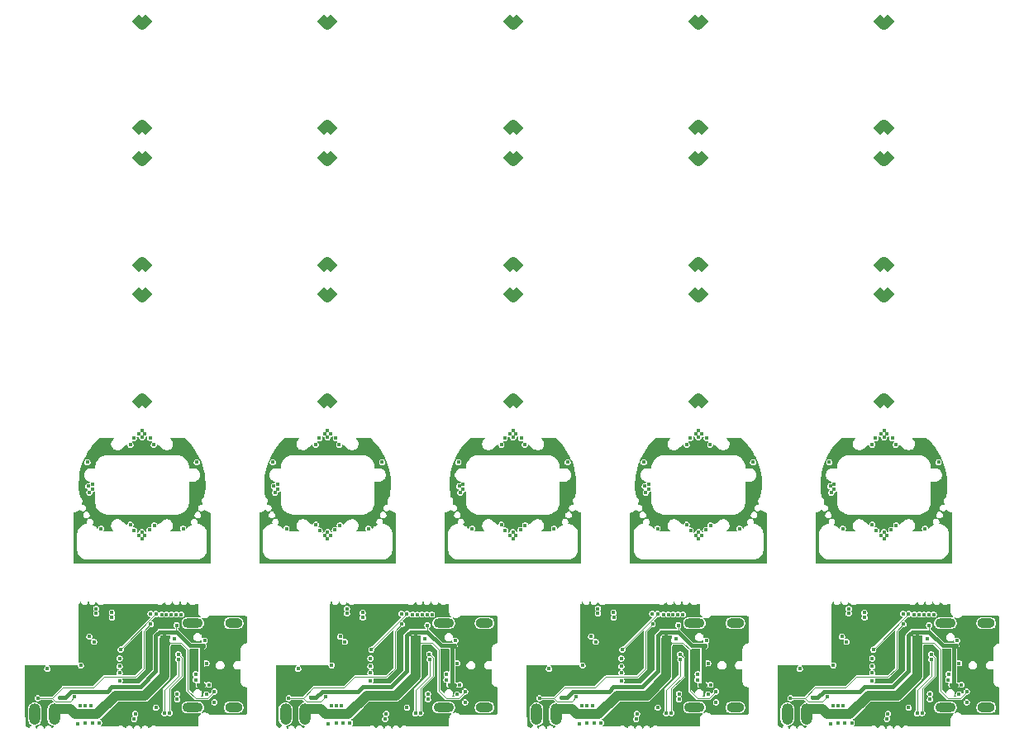
<source format=gbr>
%TF.GenerationSoftware,KiCad,Pcbnew,9.0.3*%
%TF.CreationDate,2025-08-09T11:23:57-04:00*%
%TF.ProjectId,flowstick_main_panel,666c6f77-7374-4696-936b-5f6d61696e5f,rev?*%
%TF.SameCoordinates,Original*%
%TF.FileFunction,Copper,L3,Inr*%
%TF.FilePolarity,Positive*%
%FSLAX46Y46*%
G04 Gerber Fmt 4.6, Leading zero omitted, Abs format (unit mm)*
G04 Created by KiCad (PCBNEW 9.0.3) date 2025-08-09 11:23:57*
%MOMM*%
%LPD*%
G01*
G04 APERTURE LIST*
G04 Aperture macros list*
%AMFreePoly0*
4,1,16,-0.750000,0.499999,0.250000,0.500000,0.356283,0.488573,0.489623,0.438839,0.603553,0.353553,0.688839,0.239624,0.738573,0.106282,0.750000,0.000000,0.738573,-0.106282,0.688839,-0.239624,0.603553,-0.353553,0.489623,-0.438839,0.356283,-0.488573,0.250000,-0.500000,-0.750000,-0.499999,-0.750000,0.499999,-0.750000,0.499999,$1*%
G04 Aperture macros list end*
%TA.AperFunction,ComponentPad*%
%ADD10O,1.200000X2.200000*%
%TD*%
%TA.AperFunction,ComponentPad*%
%ADD11C,1.200000*%
%TD*%
%TA.AperFunction,ComponentPad*%
%ADD12FreePoly0,315.000000*%
%TD*%
%TA.AperFunction,ComponentPad*%
%ADD13FreePoly0,225.000000*%
%TD*%
%TA.AperFunction,ComponentPad*%
%ADD14FreePoly0,135.000000*%
%TD*%
%TA.AperFunction,ComponentPad*%
%ADD15FreePoly0,45.000000*%
%TD*%
%TA.AperFunction,HeatsinkPad*%
%ADD16O,1.800000X1.000000*%
%TD*%
%TA.AperFunction,HeatsinkPad*%
%ADD17O,2.100000X1.000000*%
%TD*%
%TA.AperFunction,ViaPad*%
%ADD18C,0.420000*%
%TD*%
%TA.AperFunction,Conductor*%
%ADD19C,0.110000*%
%TD*%
%TA.AperFunction,Conductor*%
%ADD20C,1.000000*%
%TD*%
%TA.AperFunction,Conductor*%
%ADD21C,0.400000*%
%TD*%
G04 APERTURE END LIST*
D10*
%TO.N,+BATT*%
%TO.C,BT1*%
X176100000Y-141300000D03*
D11*
X176100000Y-141800000D03*
D10*
%TO.N,GND*%
X174100000Y-141300000D03*
D11*
X174100000Y-141800000D03*
%TD*%
D12*
%TO.N,N/C*%
%TO.C,REF\u002A\u002A*%
X145823223Y-98473223D03*
D13*
X146176777Y-98473223D03*
D14*
X146176777Y-109126777D03*
D15*
X145823223Y-109126777D03*
%TD*%
D10*
%TO.N,+BATT*%
%TO.C,BT1*%
X99000000Y-141300000D03*
D11*
X99000000Y-141800000D03*
D10*
%TO.N,GND*%
X97000000Y-141300000D03*
D11*
X97000000Y-141800000D03*
%TD*%
D13*
%TO.N,N/C*%
%TO.C,REF\u002A\u002A*%
X184176777Y-84473235D03*
D12*
X183823223Y-84473235D03*
D15*
X183823223Y-95126789D03*
D14*
X184176777Y-95126789D03*
%TD*%
D13*
%TO.N,N/C*%
%TO.C,REF\u002A\u002A*%
X184176781Y-70473247D03*
D12*
X183823227Y-70473247D03*
D15*
X183823227Y-81126801D03*
D14*
X184176781Y-81126801D03*
%TD*%
D13*
%TO.N,N/C*%
%TO.C,REF\u002A\u002A*%
X108176777Y-84473223D03*
D12*
X107823223Y-84473223D03*
D15*
X107823223Y-95126777D03*
D14*
X108176777Y-95126777D03*
%TD*%
D12*
%TO.N,N/C*%
%TO.C,REF\u002A\u002A*%
X145823227Y-70473235D03*
D13*
X146176781Y-70473235D03*
D14*
X146176781Y-81126789D03*
D15*
X145823227Y-81126789D03*
%TD*%
D13*
%TO.N,N/C*%
%TO.C,REF\u002A\u002A*%
X165176777Y-98473223D03*
D12*
X164823223Y-98473223D03*
D15*
X164823223Y-109126777D03*
D14*
X165176777Y-109126777D03*
%TD*%
D12*
%TO.N,N/C*%
%TO.C,REF\u002A\u002A*%
X107823227Y-70473235D03*
D13*
X108176781Y-70473235D03*
D15*
X107823227Y-81126789D03*
D14*
X108176781Y-81126789D03*
%TD*%
D12*
%TO.N,N/C*%
%TO.C,REF\u002A\u002A*%
X164823227Y-70473235D03*
D13*
X165176781Y-70473235D03*
D14*
X165176781Y-81126789D03*
D15*
X164823227Y-81126789D03*
%TD*%
D10*
%TO.N,+BATT*%
%TO.C,BT1*%
X124700000Y-141300000D03*
D11*
X124700000Y-141800000D03*
D10*
%TO.N,GND*%
X122700000Y-141300000D03*
D11*
X122700000Y-141800000D03*
%TD*%
D12*
%TO.N,N/C*%
%TO.C,REF\u002A\u002A*%
X145823223Y-84473223D03*
D13*
X146176777Y-84473223D03*
D15*
X145823223Y-95126777D03*
D14*
X146176777Y-95126777D03*
%TD*%
D12*
%TO.N,N/C*%
%TO.C,REF\u002A\u002A*%
X126823223Y-70473223D03*
D13*
X127176777Y-70473223D03*
D15*
X126823223Y-81126777D03*
D14*
X127176777Y-81126777D03*
%TD*%
D10*
%TO.N,+BATT*%
%TO.C,BT1*%
X150400000Y-141300000D03*
D11*
X150400000Y-141800000D03*
D10*
%TO.N,GND*%
X148400000Y-141300000D03*
D11*
X148400000Y-141800000D03*
%TD*%
D12*
%TO.N,N/C*%
%TO.C,REF\u002A\u002A*%
X126823219Y-84473211D03*
D13*
X127176773Y-84473211D03*
D14*
X127176773Y-95126765D03*
D15*
X126823219Y-95126765D03*
%TD*%
D13*
%TO.N,N/C*%
%TO.C,REF\u002A\u002A*%
X165176777Y-84473223D03*
D12*
X164823223Y-84473223D03*
D15*
X164823223Y-95126777D03*
D14*
X165176777Y-95126777D03*
%TD*%
D13*
%TO.N,N/C*%
%TO.C,REF\u002A\u002A*%
X184176777Y-98473235D03*
D12*
X183823223Y-98473235D03*
D15*
X183823223Y-109126789D03*
D14*
X184176777Y-109126789D03*
%TD*%
D12*
%TO.N,N/C*%
%TO.C,REF\u002A\u002A*%
X126823219Y-98473211D03*
D13*
X127176773Y-98473211D03*
D14*
X127176773Y-109126765D03*
D15*
X126823219Y-109126765D03*
%TD*%
D12*
%TO.N,N/C*%
%TO.C,REF\u002A\u002A*%
X107823223Y-98473223D03*
D13*
X108176777Y-98473223D03*
D15*
X107823223Y-109126777D03*
D14*
X108176777Y-109126777D03*
%TD*%
D16*
%TO.N,unconnected-(J1-SHIELD-PadS1)_1*%
%TO.C,J1*%
X168775000Y-131980000D03*
D17*
%TO.N,unconnected-(J1-SHIELD-PadS1)_3*%
X164595000Y-131980000D03*
D16*
%TO.N,unconnected-(J1-SHIELD-PadS1)_2*%
X168775000Y-140620000D03*
D17*
%TO.N,unconnected-(J1-SHIELD-PadS1)*%
X164595000Y-140620000D03*
%TD*%
D16*
%TO.N,unconnected-(J1-SHIELD-PadS1)_1*%
%TO.C,J1*%
X117375000Y-131980000D03*
D17*
%TO.N,unconnected-(J1-SHIELD-PadS1)_3*%
X113195000Y-131980000D03*
D16*
%TO.N,unconnected-(J1-SHIELD-PadS1)_2*%
X117375000Y-140620000D03*
D17*
%TO.N,unconnected-(J1-SHIELD-PadS1)*%
X113195000Y-140620000D03*
%TD*%
D16*
%TO.N,unconnected-(J1-SHIELD-PadS1)_1*%
%TO.C,J1*%
X194475000Y-131980000D03*
D17*
%TO.N,unconnected-(J1-SHIELD-PadS1)_3*%
X190295000Y-131980000D03*
D16*
%TO.N,unconnected-(J1-SHIELD-PadS1)_2*%
X194475000Y-140620000D03*
D17*
%TO.N,unconnected-(J1-SHIELD-PadS1)*%
X190295000Y-140620000D03*
%TD*%
D16*
%TO.N,unconnected-(J1-SHIELD-PadS1)_1*%
%TO.C,J1*%
X143075000Y-131980000D03*
D17*
%TO.N,unconnected-(J1-SHIELD-PadS1)_3*%
X138895000Y-131980000D03*
D16*
%TO.N,unconnected-(J1-SHIELD-PadS1)_2*%
X143075000Y-140620000D03*
D17*
%TO.N,unconnected-(J1-SHIELD-PadS1)*%
X138895000Y-140620000D03*
%TD*%
D18*
%TO.N,GND*%
X127425000Y-136300000D03*
X110500000Y-131100000D03*
X129300000Y-142200000D03*
X162900000Y-131100000D03*
X132399996Y-118599988D03*
X127900000Y-142200000D03*
X160270000Y-131030000D03*
X129000000Y-130500000D03*
X157100000Y-136400000D03*
X187100000Y-131100000D03*
X189100000Y-118250012D03*
X182351355Y-121547580D03*
X128600000Y-142200000D03*
X168450000Y-122324924D03*
X131400000Y-137100000D03*
X154001000Y-133350000D03*
X168450000Y-113275076D03*
X151400000Y-118600000D03*
X164907490Y-137201659D03*
X111000000Y-131100000D03*
X162400000Y-131100000D03*
X142550000Y-122324924D03*
X157100000Y-135600000D03*
X112000000Y-131100000D03*
X189500000Y-117950012D03*
X128301000Y-133350000D03*
X189100000Y-131100000D03*
X166000000Y-136100000D03*
X136200000Y-131100000D03*
X161550000Y-122324924D03*
X111500000Y-131100000D03*
X189400000Y-118600012D03*
X123549996Y-113275064D03*
X130449996Y-122324912D03*
X103300000Y-130500000D03*
X130615610Y-131402141D03*
X108870000Y-131030000D03*
X111450000Y-113275076D03*
X180700000Y-142200000D03*
X182800000Y-136400000D03*
X132900000Y-141800000D03*
X182000979Y-130900703D03*
X149450000Y-113275076D03*
X187450000Y-122324936D03*
X113100000Y-118250000D03*
X132499996Y-117949988D03*
X175386386Y-136669857D03*
X163000000Y-139230332D03*
X151500000Y-117950000D03*
X144345570Y-114046648D03*
X157100000Y-137900000D03*
X154700000Y-130500000D03*
X110000000Y-131100000D03*
X137700000Y-131100000D03*
X104550000Y-122324924D03*
X189100000Y-117750012D03*
X180550000Y-122324936D03*
X158600000Y-141800000D03*
X185648645Y-114052444D03*
X107200000Y-141800000D03*
X105700000Y-137900000D03*
X106345570Y-114046648D03*
X103600000Y-142200000D03*
X153600000Y-142200000D03*
X114600000Y-136100000D03*
X144351355Y-121547568D03*
X105700000Y-137100000D03*
X163000000Y-139784220D03*
X188600000Y-131100000D03*
X182800000Y-135600000D03*
X131400000Y-135600000D03*
X170400000Y-118600000D03*
X180400000Y-131000000D03*
X136700000Y-131100000D03*
X187600000Y-131100000D03*
X109654430Y-121553352D03*
X137300000Y-139784220D03*
X187450000Y-113275088D03*
X102900000Y-142200000D03*
X191503942Y-133780289D03*
X128654426Y-121553340D03*
X182345570Y-114046660D03*
X178825000Y-136300000D03*
X104550000Y-113275076D03*
X191700000Y-136100000D03*
X149450000Y-122324924D03*
X103300000Y-131000000D03*
X188100000Y-131100000D03*
X135700000Y-131100000D03*
X188700000Y-139230332D03*
X156315610Y-131402141D03*
X113507490Y-137201659D03*
X163351355Y-121547568D03*
X129000000Y-131000000D03*
X188700000Y-139784220D03*
X157100000Y-137100000D03*
X131400000Y-137900000D03*
X149686386Y-136669857D03*
X170500000Y-117950000D03*
X147648645Y-114052432D03*
X182800000Y-137900000D03*
X182800000Y-137100000D03*
X182015610Y-131402141D03*
X113500000Y-117950000D03*
X139207490Y-137201659D03*
X113100000Y-117750000D03*
X128648641Y-114052420D03*
X170100000Y-117750000D03*
X155000000Y-142200000D03*
X161550000Y-113275076D03*
X185654430Y-121553364D03*
X134570000Y-131030000D03*
X140300000Y-136100000D03*
X105700000Y-136400000D03*
X111600000Y-139230332D03*
X180400000Y-130500000D03*
X190607490Y-137201659D03*
X151100000Y-117750000D03*
X140103942Y-133780289D03*
X184300000Y-141800000D03*
X132099996Y-118249988D03*
X147654430Y-121553352D03*
X153125000Y-136300000D03*
X179300000Y-142200000D03*
X113400000Y-118600000D03*
X123986386Y-136669857D03*
X137300000Y-139230332D03*
X154300000Y-142200000D03*
X111600000Y-139784220D03*
X102200000Y-142200000D03*
X114403942Y-133780289D03*
X154700000Y-131000000D03*
X102601000Y-133350000D03*
X179701000Y-133350000D03*
X165803942Y-133780289D03*
X161900000Y-131100000D03*
X111450000Y-122324924D03*
X130600979Y-130900703D03*
X166648645Y-114052432D03*
X170100000Y-118250000D03*
X161400000Y-131100000D03*
X180550000Y-113275088D03*
X123549996Y-122324912D03*
X142550000Y-113275076D03*
X109648645Y-114052432D03*
X180000000Y-142200000D03*
X166654430Y-121553352D03*
X131400000Y-136400000D03*
X104900979Y-130900703D03*
X130449996Y-113275064D03*
X163345570Y-114046648D03*
X101725000Y-136300000D03*
X156300979Y-130900703D03*
X125351351Y-121547556D03*
X137200000Y-131100000D03*
X125345566Y-114046636D03*
X132099996Y-117749988D03*
X185970000Y-131030000D03*
X98286386Y-136669857D03*
X163400000Y-131100000D03*
X104915610Y-131402141D03*
X105700000Y-135600000D03*
X151100000Y-118250000D03*
X106351355Y-121547568D03*
%TO.N,+BATT*%
X161400000Y-134100000D03*
X110700000Y-133400000D03*
X187100000Y-133400000D03*
X110000000Y-134100000D03*
X166800000Y-139000000D03*
X135700000Y-134100000D03*
X115400000Y-139000000D03*
X161750000Y-133750000D03*
X136050000Y-133750000D03*
X161400000Y-133400000D03*
X110350000Y-133750000D03*
X110000000Y-133400000D03*
X136400000Y-134100000D03*
X187100000Y-134100000D03*
X141100000Y-139000000D03*
X162100000Y-134100000D03*
X187800000Y-134100000D03*
X136400000Y-133400000D03*
X192500000Y-139000000D03*
X187800000Y-133400000D03*
X187450000Y-133750000D03*
X135700000Y-133400000D03*
X162100000Y-133400000D03*
X110700000Y-134100000D03*
%TO.N,+3.3V*%
X186529998Y-140100000D03*
X129051000Y-133300000D03*
X103351000Y-133300000D03*
X101150000Y-137650000D03*
X164912579Y-136671681D03*
X156100000Y-142135570D03*
X126300000Y-137650000D03*
X178000000Y-137210684D03*
X178250000Y-137650000D03*
X166000000Y-135100000D03*
X130400000Y-142135570D03*
X126850000Y-137650000D03*
X100600000Y-137650000D03*
X180451000Y-133300000D03*
X135129998Y-140100000D03*
X185980000Y-135700000D03*
X101925000Y-136800000D03*
X126600000Y-137210684D03*
X100900000Y-137210684D03*
X152000000Y-137650000D03*
X191700000Y-135100000D03*
X152300000Y-137210684D03*
X139212579Y-136671681D03*
X153325000Y-136800000D03*
X113512579Y-136671681D03*
X108880000Y-135700000D03*
X109429998Y-140100000D03*
X181800000Y-142135570D03*
X177700000Y-137650000D03*
X160280000Y-135700000D03*
X134580000Y-135700000D03*
X190612579Y-136671681D03*
X160829998Y-140100000D03*
X114600000Y-135100000D03*
X154751000Y-133300000D03*
X140300000Y-135100000D03*
X152550000Y-137650000D03*
X104700000Y-142135570D03*
X179025000Y-136800000D03*
X127625000Y-136800000D03*
%TO.N,+5V*%
X107700000Y-123000000D03*
X145700000Y-112600000D03*
X108300000Y-123000000D03*
X108000000Y-112939994D03*
X184300000Y-112600012D03*
X108000000Y-123350000D03*
X184000000Y-112940006D03*
X127299996Y-122999988D03*
X159600000Y-118600000D03*
X102600000Y-118600000D03*
X182900000Y-134700000D03*
X126999996Y-123349988D03*
X165000000Y-123350000D03*
X126999996Y-112939982D03*
X108000000Y-112250000D03*
X165000000Y-112939994D03*
X140600000Y-118600000D03*
X146000000Y-112250000D03*
X126999996Y-122659994D03*
X140900000Y-118250000D03*
X146300000Y-112600000D03*
X121599996Y-118599988D03*
X126999996Y-112249988D03*
X184300000Y-123000012D03*
X146000000Y-122660006D03*
X159500000Y-117950000D03*
X159900000Y-118250000D03*
X178900000Y-118250012D03*
X178600000Y-118600012D03*
X140500000Y-117950000D03*
X165300000Y-123000000D03*
X146300000Y-123000000D03*
X157200000Y-134700000D03*
X140900000Y-117750000D03*
X165000000Y-112250000D03*
X164700000Y-112600000D03*
X107700000Y-112600000D03*
X126699996Y-112599988D03*
X164700000Y-123000000D03*
X160817313Y-131048395D03*
X102500000Y-117950000D03*
X131500000Y-134700000D03*
X108300000Y-112600000D03*
X159900000Y-117750000D03*
X102900000Y-118250000D03*
X121499996Y-117949988D03*
X178900000Y-117750012D03*
X146000000Y-112939994D03*
X145700000Y-123000000D03*
X127299996Y-112599988D03*
X102900000Y-117750000D03*
X183700000Y-123000012D03*
X165000000Y-122660006D03*
X184000000Y-112250012D03*
X121899996Y-117749988D03*
X183700000Y-112600012D03*
X108000000Y-122660006D03*
X178500000Y-117950012D03*
X184000000Y-122660018D03*
X126699996Y-122999988D03*
X121899996Y-118249988D03*
X109417313Y-131048395D03*
X135117313Y-131048395D03*
X184000000Y-123350012D03*
X105800000Y-134700000D03*
X165300000Y-112600000D03*
X146000000Y-123350000D03*
X186517313Y-131048395D03*
%TO.N,Net-(D1A-K)*%
X108896464Y-132100936D03*
X174428875Y-139670000D03*
X185996464Y-132100936D03*
X126800000Y-139500000D03*
X160296464Y-132100936D03*
X148728875Y-139670000D03*
X152500000Y-139500000D03*
X123028875Y-139670000D03*
X97328875Y-139670000D03*
X178200000Y-139500000D03*
X101100000Y-139500000D03*
X134596464Y-132100936D03*
%TO.N,/VREF*%
X140277958Y-139283958D03*
X114577958Y-139283958D03*
X179300000Y-140420000D03*
X127900000Y-140420000D03*
X165977958Y-139283958D03*
X153600000Y-140420000D03*
X102200000Y-140420000D03*
X191677958Y-139283958D03*
%TO.N,/BATT_MEASURE*%
X179839572Y-140420000D03*
X154139572Y-140420000D03*
X166800000Y-140100000D03*
X115400000Y-140100000D03*
X192500000Y-140100000D03*
X102739572Y-140420000D03*
X141100000Y-140100000D03*
X128439572Y-140420000D03*
%TO.N,/BATT_MEASURE_EN*%
X184403942Y-141280289D03*
X135129998Y-140630003D03*
X133003942Y-141280289D03*
X160829998Y-140630003D03*
X186529998Y-140630003D03*
X107303942Y-141280289D03*
X158703942Y-141280289D03*
X109429998Y-140630003D03*
%TO.N,/BUTTON*%
X101673405Y-140480000D03*
X153073405Y-140480000D03*
X191930003Y-138300000D03*
X178773405Y-140480000D03*
X114830003Y-138300000D03*
X127373405Y-140480000D03*
X140530003Y-138300000D03*
X166230003Y-138300000D03*
%TO.N,VBUS*%
X137225000Y-132189609D03*
X150990166Y-139591000D03*
X151450000Y-139600000D03*
X176690166Y-139591000D03*
X139500000Y-138300000D03*
X125750000Y-139600000D03*
X165200000Y-134300000D03*
X190900000Y-134300000D03*
X111525000Y-132189609D03*
X114300000Y-138300000D03*
X191400000Y-138300000D03*
X177150000Y-139600000D03*
X113800000Y-138300000D03*
X165700000Y-134300000D03*
X165700000Y-138300000D03*
X99590166Y-139591000D03*
X114300000Y-134300000D03*
X190900000Y-138300000D03*
X140000000Y-134300000D03*
X100050000Y-139600000D03*
X162925000Y-132189609D03*
X125290166Y-139591000D03*
X139500000Y-134300000D03*
X191400000Y-134300000D03*
X140000000Y-138300000D03*
X165200000Y-138300000D03*
X188625000Y-132189609D03*
X113800000Y-134300000D03*
%TO.N,/USBDM*%
X188827751Y-135174251D03*
X162229113Y-141198311D03*
X137427751Y-135174251D03*
X136529113Y-141198311D03*
X187929113Y-141198311D03*
X110829113Y-141198311D03*
X111727751Y-135174251D03*
X163127751Y-135174251D03*
%TO.N,Net-(J1-CC2)*%
X139184457Y-137781058D03*
X113484457Y-137781058D03*
X190584457Y-137781058D03*
X164884457Y-137781058D03*
%TO.N,Net-(J1-CC1)*%
X162700000Y-133600000D03*
X188400000Y-133600000D03*
X111300000Y-133600000D03*
X137000000Y-133600000D03*
%TO.N,/USBDP*%
X163133021Y-135704226D03*
X187400000Y-141229000D03*
X161700000Y-141229000D03*
X111733021Y-135704226D03*
X137433021Y-135704226D03*
X188833021Y-135704226D03*
X110300000Y-141229000D03*
X136000000Y-141229000D03*
%TO.N,/LED_DAT*%
X128249996Y-121949475D03*
X179800000Y-122300012D03*
X185250000Y-121949499D03*
X163800000Y-113700513D03*
X121399996Y-115499988D03*
X144800000Y-121900000D03*
X102400000Y-115500000D03*
X125799996Y-113700501D03*
X106800000Y-113700513D03*
X185200000Y-113700012D03*
X109250000Y-121949487D03*
X147200000Y-113700000D03*
X182800000Y-121900012D03*
X163800000Y-121900000D03*
X103800000Y-122300000D03*
X109200000Y-113700000D03*
X141800000Y-122300000D03*
X128199996Y-113699988D03*
X140400000Y-115500000D03*
X182800000Y-113700525D03*
X106800000Y-121900000D03*
X122799996Y-122299988D03*
X147250000Y-121949487D03*
X166200000Y-113700000D03*
X178400000Y-115500012D03*
X125799996Y-121899988D03*
X159400000Y-115500000D03*
X166250000Y-121949487D03*
X160800000Y-122300000D03*
X144800000Y-113700513D03*
%TO.N,/LED_CLK*%
X165850561Y-113049439D03*
X151600000Y-115500000D03*
X183149451Y-113049459D03*
X164200000Y-122500000D03*
X108757539Y-122452512D03*
X126149447Y-113049435D03*
X189600000Y-115500012D03*
X188200000Y-122300012D03*
X165757539Y-122452512D03*
X112200000Y-122300000D03*
X113600000Y-115500000D03*
X132599996Y-115499988D03*
X107149451Y-113049447D03*
X184850561Y-113049451D03*
X150200000Y-122300000D03*
X131199996Y-122299988D03*
X169200000Y-122300000D03*
X164149451Y-113049447D03*
X146850561Y-113049439D03*
X145149451Y-113049447D03*
X127850557Y-113049427D03*
X146757539Y-122452512D03*
X126199996Y-122499988D03*
X183200000Y-122500012D03*
X127757535Y-122452500D03*
X108850561Y-113049439D03*
X184757539Y-122452524D03*
X107200000Y-122500000D03*
X170600000Y-115500000D03*
X145200000Y-122500000D03*
%TO.N,Net-(U1-GPIO0)*%
X180180000Y-133900000D03*
X128780000Y-133900000D03*
X103080000Y-133900000D03*
X154480000Y-133900000D03*
%TO.N,/CHG_SENSE*%
X178500000Y-142270000D03*
X152800000Y-142270000D03*
X101400000Y-142270000D03*
X127100000Y-142270000D03*
%TD*%
D19*
%TO.N,+BATT*%
X141100000Y-139000000D02*
X141092248Y-139000000D01*
X115392248Y-139000000D02*
X114711248Y-139681000D01*
X190591621Y-139681000D02*
X189800000Y-138889379D01*
X137700000Y-134000000D02*
X136300000Y-134000000D01*
X166792248Y-139000000D02*
X166111248Y-139681000D01*
D20*
X161700000Y-133700000D02*
X161700000Y-137400000D01*
X152000000Y-140800000D02*
X150400000Y-140800000D01*
X156700000Y-139400000D02*
X154779000Y-141321000D01*
X134000000Y-139400000D02*
X131000000Y-139400000D01*
D19*
X138400000Y-138889379D02*
X138400000Y-134700000D01*
D20*
X110300000Y-133700000D02*
X110300000Y-137400000D01*
X105300000Y-139400000D02*
X103379000Y-141321000D01*
X161700000Y-137400000D02*
X159700000Y-139400000D01*
X187400000Y-133700000D02*
X187400000Y-137400000D01*
D19*
X166800000Y-139000000D02*
X166792248Y-139000000D01*
D20*
X178221000Y-141321000D02*
X177700000Y-140800000D01*
D19*
X189800000Y-134700000D02*
X189100000Y-134000000D01*
D20*
X126300000Y-140800000D02*
X124700000Y-140800000D01*
D19*
X192492248Y-139000000D02*
X191811248Y-139681000D01*
D20*
X159700000Y-139400000D02*
X156700000Y-139400000D01*
X129079000Y-141321000D02*
X126821000Y-141321000D01*
X124721000Y-141321000D02*
X124700000Y-141300000D01*
X100600000Y-140800000D02*
X99000000Y-140800000D01*
D19*
X189100000Y-134000000D02*
X187700000Y-134000000D01*
X141092248Y-139000000D02*
X140411248Y-139681000D01*
D20*
X182400000Y-139400000D02*
X180479000Y-141321000D01*
X101121000Y-141321000D02*
X100600000Y-140800000D01*
X110300000Y-137400000D02*
X108300000Y-139400000D01*
X154779000Y-141321000D02*
X152521000Y-141321000D01*
X180479000Y-141321000D02*
X178221000Y-141321000D01*
D19*
X192500000Y-139000000D02*
X192492248Y-139000000D01*
X112000000Y-134000000D02*
X110600000Y-134000000D01*
D20*
X136000000Y-133700000D02*
X136000000Y-137400000D01*
D19*
X189800000Y-138889379D02*
X189800000Y-134700000D01*
D20*
X99021000Y-141321000D02*
X99000000Y-141300000D01*
D19*
X113491621Y-139681000D02*
X112700000Y-138889379D01*
D20*
X177700000Y-140800000D02*
X176100000Y-140800000D01*
D19*
X166111248Y-139681000D02*
X164891621Y-139681000D01*
D20*
X108300000Y-139400000D02*
X105300000Y-139400000D01*
X152521000Y-141321000D02*
X152000000Y-140800000D01*
D19*
X164100000Y-138889379D02*
X164100000Y-134700000D01*
D20*
X187400000Y-137400000D02*
X185400000Y-139400000D01*
X131000000Y-139400000D02*
X129079000Y-141321000D01*
D19*
X112700000Y-138889379D02*
X112700000Y-134700000D01*
X164891621Y-139681000D02*
X164100000Y-138889379D01*
D20*
X176121000Y-141321000D02*
X176100000Y-141300000D01*
D19*
X140411248Y-139681000D02*
X139191621Y-139681000D01*
X163400000Y-134000000D02*
X162000000Y-134000000D01*
D20*
X150421000Y-141321000D02*
X150400000Y-141300000D01*
D19*
X112700000Y-134700000D02*
X112000000Y-134000000D01*
X138400000Y-134700000D02*
X137700000Y-134000000D01*
D20*
X185400000Y-139400000D02*
X182400000Y-139400000D01*
X136000000Y-137400000D02*
X134000000Y-139400000D01*
D19*
X191811248Y-139681000D02*
X190591621Y-139681000D01*
D20*
X103379000Y-141321000D02*
X101121000Y-141321000D01*
X126821000Y-141321000D02*
X126300000Y-140800000D01*
D19*
X115400000Y-139000000D02*
X115392248Y-139000000D01*
X164100000Y-134700000D02*
X163400000Y-134000000D01*
X139191621Y-139681000D02*
X138400000Y-138889379D01*
X114711248Y-139681000D02*
X113491621Y-139681000D01*
%TO.N,+5V*%
X182900000Y-134665655D02*
X182900000Y-134700000D01*
X135117313Y-131048395D02*
X135100874Y-131064834D01*
X186517313Y-131048395D02*
X186500874Y-131064834D01*
X160817313Y-131048395D02*
X160800874Y-131064834D01*
X131500000Y-134665655D02*
X131500000Y-134700000D01*
X105800000Y-134665655D02*
X105800000Y-134700000D01*
X109400874Y-131064834D02*
X109400821Y-131064834D01*
X160800874Y-131064834D02*
X160800821Y-131064834D01*
X109417313Y-131048395D02*
X109400874Y-131064834D01*
X135100821Y-131064834D02*
X131500000Y-134665655D01*
X186500821Y-131064834D02*
X182900000Y-134665655D01*
X109400821Y-131064834D02*
X105800000Y-134665655D01*
X157200000Y-134665655D02*
X157200000Y-134700000D01*
X186500874Y-131064834D02*
X186500821Y-131064834D01*
X160800821Y-131064834D02*
X157200000Y-134665655D01*
X135100874Y-131064834D02*
X135100821Y-131064834D01*
%TO.N,Net-(D1A-K)*%
X150196183Y-139670000D02*
X151266183Y-138600000D01*
X99126183Y-140000000D02*
X100600000Y-140000000D01*
X184400000Y-137500000D02*
X185300000Y-136600000D01*
X159600000Y-132800000D02*
X160296464Y-132103536D01*
X154400000Y-138600000D02*
X155500000Y-137500000D01*
X150196183Y-139670000D02*
X150526183Y-140000000D01*
X98796183Y-139670000D02*
X99866183Y-138600000D01*
X151266183Y-138600000D02*
X154400000Y-138600000D01*
X159600000Y-136600000D02*
X159600000Y-132800000D01*
X129800000Y-137500000D02*
X133000000Y-137500000D01*
X185300000Y-136600000D02*
X185300000Y-132800000D01*
X174428875Y-139670000D02*
X175896183Y-139670000D01*
X125566183Y-138600000D02*
X128700000Y-138600000D01*
X155500000Y-137500000D02*
X158700000Y-137500000D01*
X98796183Y-139670000D02*
X99126183Y-140000000D01*
X99866183Y-138600000D02*
X103000000Y-138600000D01*
X181200000Y-137500000D02*
X184400000Y-137500000D01*
X100600000Y-140000000D02*
X101100000Y-139500000D01*
X175896183Y-139670000D02*
X176966183Y-138600000D01*
X104100000Y-137500000D02*
X107300000Y-137500000D01*
X152000000Y-140000000D02*
X152500000Y-139500000D01*
X134596464Y-132103536D02*
X134596464Y-132100936D01*
X108200000Y-132800000D02*
X108896464Y-132103536D01*
X108200000Y-136600000D02*
X108200000Y-132800000D01*
X185300000Y-132800000D02*
X185996464Y-132103536D01*
X160296464Y-132103536D02*
X160296464Y-132100936D01*
X148728875Y-139670000D02*
X150196183Y-139670000D01*
X133900000Y-136600000D02*
X133900000Y-132800000D01*
X150526183Y-140000000D02*
X152000000Y-140000000D01*
X108896464Y-132103536D02*
X108896464Y-132100936D01*
X124826183Y-140000000D02*
X126300000Y-140000000D01*
X177700000Y-140000000D02*
X178200000Y-139500000D01*
X97328875Y-139670000D02*
X98796183Y-139670000D01*
X126300000Y-140000000D02*
X126800000Y-139500000D01*
X180100000Y-138600000D02*
X181200000Y-137500000D01*
X158700000Y-137500000D02*
X159600000Y-136600000D01*
X107300000Y-137500000D02*
X108200000Y-136600000D01*
X124496183Y-139670000D02*
X125566183Y-138600000D01*
X133000000Y-137500000D02*
X133900000Y-136600000D01*
X128700000Y-138600000D02*
X129800000Y-137500000D01*
X185996464Y-132103536D02*
X185996464Y-132100936D01*
X123028875Y-139670000D02*
X124496183Y-139670000D01*
X133900000Y-132800000D02*
X134596464Y-132103536D01*
X175896183Y-139670000D02*
X176226183Y-140000000D01*
X176226183Y-140000000D02*
X177700000Y-140000000D01*
X124496183Y-139670000D02*
X124826183Y-140000000D01*
X103000000Y-138600000D02*
X104100000Y-137500000D01*
X176966183Y-138600000D02*
X180100000Y-138600000D01*
D21*
%TO.N,VBUS*%
X125750000Y-139600000D02*
X125299166Y-139600000D01*
X139978922Y-134321078D02*
X140000000Y-134300000D01*
X177834000Y-138966000D02*
X181534000Y-138966000D01*
X114000000Y-134300000D02*
X113800000Y-134300000D01*
X139779000Y-134379000D02*
X139700000Y-134300000D01*
X139500000Y-138300000D02*
X140000000Y-138300000D01*
D19*
X188620000Y-132879000D02*
X187915806Y-132879000D01*
D21*
X186884194Y-132879000D02*
X188620000Y-132879000D01*
X114079000Y-134379000D02*
X114000000Y-134300000D01*
X100734000Y-138966000D02*
X104434000Y-138966000D01*
X160800000Y-136900000D02*
X160800000Y-133263194D01*
X160800000Y-133263194D02*
X161184194Y-132879000D01*
X191179000Y-134379000D02*
X191100000Y-134300000D01*
X114278922Y-134321078D02*
X114300000Y-134300000D01*
X191378922Y-134321078D02*
X191400000Y-134300000D01*
X190900000Y-138300000D02*
X191400000Y-138300000D01*
X177150000Y-139600000D02*
X177200000Y-139600000D01*
X186500000Y-136900000D02*
X186500000Y-133263194D01*
X104900000Y-138500000D02*
X107800000Y-138500000D01*
X113800000Y-138300000D02*
X114300000Y-138300000D01*
X100100000Y-139600000D02*
X100734000Y-138966000D01*
X109400000Y-136900000D02*
X109400000Y-133263194D01*
X177125417Y-139600000D02*
X176674583Y-139600000D01*
X165479000Y-134379000D02*
X165400000Y-134300000D01*
D19*
X111525000Y-132189609D02*
X111520000Y-132194609D01*
D21*
X125800000Y-139600000D02*
X126434000Y-138966000D01*
D19*
X188620000Y-132194609D02*
X188620000Y-132879000D01*
X137225000Y-132189609D02*
X137220000Y-132194609D01*
X188625000Y-132189609D02*
X188620000Y-132194609D01*
D21*
X114079000Y-138079000D02*
X114079000Y-137800000D01*
X133500000Y-138500000D02*
X135100000Y-136900000D01*
X140000000Y-134300000D02*
X139700000Y-134300000D01*
D19*
X137220000Y-132194609D02*
X137220000Y-132879000D01*
D21*
X137200000Y-132900000D02*
X137241000Y-132900000D01*
X139779000Y-138021000D02*
X139779000Y-137800000D01*
X151425417Y-139600000D02*
X150974583Y-139600000D01*
X152134000Y-138966000D02*
X155834000Y-138966000D01*
X104434000Y-138966000D02*
X104900000Y-138500000D01*
X99599166Y-139600000D02*
X99590166Y-139591000D01*
X100025417Y-139600000D02*
X99574583Y-139600000D01*
X109784194Y-132879000D02*
X111520000Y-132879000D01*
X186500000Y-133263194D02*
X186884194Y-132879000D01*
X162941000Y-132900000D02*
X164341000Y-134300000D01*
X114300000Y-134300000D02*
X114000000Y-134300000D01*
X165400000Y-134300000D02*
X165200000Y-134300000D01*
D19*
X111520000Y-132194609D02*
X111520000Y-132879000D01*
D21*
X177150000Y-139600000D02*
X176699166Y-139600000D01*
X139779000Y-138079000D02*
X139779000Y-137800000D01*
X165479000Y-138021000D02*
X165479000Y-137800000D01*
X111541000Y-132900000D02*
X112941000Y-134300000D01*
X191179000Y-138021000D02*
X191179000Y-137800000D01*
X130600000Y-138500000D02*
X133500000Y-138500000D01*
X100050000Y-139600000D02*
X100100000Y-139600000D01*
X151450000Y-139600000D02*
X151500000Y-139600000D01*
X188641000Y-132900000D02*
X190041000Y-134300000D01*
X114079000Y-137800000D02*
X114079000Y-134379000D01*
X139779000Y-137800000D02*
X139779000Y-134379000D01*
X165479000Y-138079000D02*
X165479000Y-137800000D01*
X191179000Y-138079000D02*
X191179000Y-137800000D01*
X177200000Y-139600000D02*
X177834000Y-138966000D01*
X156300000Y-138500000D02*
X159200000Y-138500000D01*
X111500000Y-132900000D02*
X111541000Y-132900000D01*
X112941000Y-134300000D02*
X113800000Y-134300000D01*
X165479000Y-137800000D02*
X165479000Y-134379000D01*
X191400000Y-134300000D02*
X191100000Y-134300000D01*
X150999166Y-139600000D02*
X150990166Y-139591000D01*
X165700000Y-134300000D02*
X165400000Y-134300000D01*
D19*
X162920000Y-132194609D02*
X162920000Y-132879000D01*
D21*
X164341000Y-134300000D02*
X165200000Y-134300000D01*
X191179000Y-137800000D02*
X191179000Y-134379000D01*
X135484194Y-132879000D02*
X137220000Y-132879000D01*
X184900000Y-138500000D02*
X186500000Y-136900000D01*
D19*
X162925000Y-132189609D02*
X162920000Y-132194609D01*
D21*
X162900000Y-132900000D02*
X162941000Y-132900000D01*
X159200000Y-138500000D02*
X160800000Y-136900000D01*
X165678922Y-134321078D02*
X165700000Y-134300000D01*
X165200000Y-138300000D02*
X165700000Y-138300000D01*
X109400000Y-133263194D02*
X109784194Y-132879000D01*
D19*
X137220000Y-132879000D02*
X136515806Y-132879000D01*
D21*
X135100000Y-136900000D02*
X135100000Y-133263194D01*
X137241000Y-132900000D02*
X138641000Y-134300000D01*
X182000000Y-138500000D02*
X184900000Y-138500000D01*
X125725417Y-139600000D02*
X125274583Y-139600000D01*
D19*
X111520000Y-132879000D02*
X110815806Y-132879000D01*
D21*
X125299166Y-139600000D02*
X125290166Y-139591000D01*
X135100000Y-133263194D02*
X135484194Y-132879000D01*
X138641000Y-134300000D02*
X139500000Y-134300000D01*
X188600000Y-132900000D02*
X188641000Y-132900000D01*
X181534000Y-138966000D02*
X182000000Y-138500000D01*
X100050000Y-139600000D02*
X99599166Y-139600000D01*
X114079000Y-138021000D02*
X114079000Y-137800000D01*
X190041000Y-134300000D02*
X190900000Y-134300000D01*
X176699166Y-139600000D02*
X176690166Y-139591000D01*
X151500000Y-139600000D02*
X152134000Y-138966000D01*
X107800000Y-138500000D02*
X109400000Y-136900000D01*
X155834000Y-138966000D02*
X156300000Y-138500000D01*
X130134000Y-138966000D02*
X130600000Y-138500000D01*
D19*
X162920000Y-132879000D02*
X162215806Y-132879000D01*
D21*
X161184194Y-132879000D02*
X162920000Y-132879000D01*
X139700000Y-134300000D02*
X139500000Y-134300000D01*
X191100000Y-134300000D02*
X190900000Y-134300000D01*
X126434000Y-138966000D02*
X130134000Y-138966000D01*
X125750000Y-139600000D02*
X125800000Y-139600000D01*
X151450000Y-139600000D02*
X150999166Y-139600000D01*
D19*
%TO.N,/USBDM*%
X189209021Y-135548481D02*
X188834791Y-135174251D01*
X137809021Y-135548481D02*
X137434791Y-135174251D01*
X111734791Y-135174251D02*
X111727751Y-135174251D01*
X136529113Y-141198311D02*
X136529113Y-138670887D01*
X110829113Y-141198311D02*
X110829113Y-138670887D01*
X187929113Y-141198311D02*
X187929113Y-138670887D01*
X137434791Y-135174251D02*
X137427751Y-135174251D01*
X188834791Y-135174251D02*
X188827751Y-135174251D01*
X162229113Y-138670887D02*
X163509021Y-137390979D01*
X162229113Y-141198311D02*
X162229113Y-138670887D01*
X110829113Y-138670887D02*
X112109021Y-137390979D01*
X189209021Y-137390979D02*
X189209021Y-135548481D01*
X112109021Y-137390979D02*
X112109021Y-135548481D01*
X163509021Y-137390979D02*
X163509021Y-135548481D01*
X187929113Y-138670887D02*
X189209021Y-137390979D01*
X137809021Y-137390979D02*
X137809021Y-135548481D01*
X163134791Y-135174251D02*
X163127751Y-135174251D01*
X136529113Y-138670887D02*
X137809021Y-137390979D01*
X112109021Y-135548481D02*
X111734791Y-135174251D01*
X163509021Y-135548481D02*
X163134791Y-135174251D01*
%TO.N,/USBDP*%
X136000000Y-141229000D02*
X136000000Y-138800000D01*
X187400000Y-138800000D02*
X188833021Y-137366979D01*
X137433021Y-137366979D02*
X137433021Y-135704226D01*
X163133021Y-137366979D02*
X163133021Y-135704226D01*
X161700000Y-138800000D02*
X163133021Y-137366979D01*
X161700000Y-141229000D02*
X161700000Y-138800000D01*
X136000000Y-138800000D02*
X137433021Y-137366979D01*
X111733021Y-137366979D02*
X111733021Y-135704226D01*
X188833021Y-137366979D02*
X188833021Y-135704226D01*
X110300000Y-141229000D02*
X110300000Y-138800000D01*
X187400000Y-141229000D02*
X187400000Y-138800000D01*
X110300000Y-138800000D02*
X111733021Y-137366979D01*
%TD*%
%TA.AperFunction,Conductor*%
%TO.N,GND*%
G36*
X127526249Y-112876847D02*
G01*
X127544803Y-112891083D01*
X127544803Y-112891084D01*
X127550198Y-112932059D01*
X127530057Y-113007229D01*
X127530057Y-113091622D01*
X127551898Y-113173137D01*
X127594089Y-113246214D01*
X127594091Y-113246216D01*
X127594093Y-113246219D01*
X127653765Y-113305891D01*
X127653767Y-113305892D01*
X127653769Y-113305894D01*
X127726846Y-113348085D01*
X127726848Y-113348086D01*
X127808362Y-113369927D01*
X127808363Y-113369927D01*
X127892751Y-113369927D01*
X127892752Y-113369927D01*
X127949505Y-113354720D01*
X127990480Y-113360115D01*
X128015640Y-113392904D01*
X128010245Y-113433880D01*
X128001664Y-113445063D01*
X127943533Y-113503194D01*
X127943528Y-113503200D01*
X127901337Y-113576277D01*
X127879496Y-113657792D01*
X127879496Y-113742183D01*
X127901337Y-113823698D01*
X127943528Y-113896775D01*
X127943530Y-113896777D01*
X127943532Y-113896780D01*
X128003204Y-113956452D01*
X128003206Y-113956453D01*
X128003208Y-113956455D01*
X128076285Y-113998646D01*
X128076287Y-113998647D01*
X128157801Y-114020488D01*
X128157802Y-114020488D01*
X128242190Y-114020488D01*
X128242191Y-114020488D01*
X128323705Y-113998647D01*
X128395896Y-113956967D01*
X128396783Y-113956455D01*
X128396785Y-113956454D01*
X128396785Y-113956453D01*
X128396788Y-113956452D01*
X128456460Y-113896780D01*
X128498655Y-113823697D01*
X128518308Y-113750348D01*
X128524940Y-113741704D01*
X128527824Y-113731195D01*
X128537022Y-113725957D01*
X128543466Y-113717560D01*
X128554271Y-113716137D01*
X128563741Y-113710746D01*
X128573947Y-113713546D01*
X128584442Y-113712165D01*
X128603597Y-113721682D01*
X128614092Y-113729836D01*
X128629367Y-113741704D01*
X128643755Y-113752882D01*
X128643757Y-113752884D01*
X128685706Y-113785479D01*
X128685718Y-113785485D01*
X129165621Y-114158346D01*
X129165622Y-114158346D01*
X129169823Y-114161610D01*
X129169951Y-114161690D01*
X129184127Y-114172706D01*
X129316934Y-114234624D01*
X129460188Y-114265449D01*
X129606709Y-114263636D01*
X129726989Y-114234623D01*
X129749149Y-114229278D01*
X129749152Y-114229276D01*
X129749156Y-114229276D01*
X129880390Y-114164090D01*
X129993837Y-114071346D01*
X130083812Y-113955690D01*
X130145805Y-113822918D01*
X130173353Y-113695244D01*
X130176711Y-113679687D01*
X130176712Y-113679678D01*
X130176460Y-113658306D01*
X130174982Y-113533160D01*
X130140703Y-113390694D01*
X130075592Y-113259422D01*
X129982912Y-113145922D01*
X129937945Y-113110902D01*
X129923868Y-113099938D01*
X129913202Y-113091630D01*
X129912980Y-113091457D01*
X129892573Y-113055518D01*
X129903555Y-113015674D01*
X129939495Y-112995266D01*
X129946160Y-112994853D01*
X131350812Y-112994853D01*
X131388079Y-113009774D01*
X131423717Y-113043761D01*
X131656970Y-113266208D01*
X131659787Y-113269104D01*
X131982916Y-113627090D01*
X131985510Y-113630188D01*
X132053240Y-113717560D01*
X132271133Y-113998646D01*
X132280990Y-114011361D01*
X132283339Y-114014639D01*
X132448309Y-114263934D01*
X132549483Y-114416824D01*
X132551585Y-114420274D01*
X132786916Y-114841242D01*
X132788754Y-114844841D01*
X132991941Y-115282208D01*
X132993505Y-115285933D01*
X133163426Y-115737280D01*
X133164707Y-115741112D01*
X133300404Y-116203897D01*
X133301395Y-116207814D01*
X133402107Y-116679441D01*
X133402803Y-116683421D01*
X133467972Y-117161274D01*
X133468368Y-117165295D01*
X133497625Y-117646680D01*
X133497719Y-117650720D01*
X133490900Y-118132951D01*
X133490691Y-118136986D01*
X133447837Y-118617334D01*
X133447328Y-118621342D01*
X133379781Y-119029969D01*
X133357949Y-119065062D01*
X133353504Y-119067927D01*
X133275211Y-119113128D01*
X133275209Y-119113130D01*
X133275207Y-119113132D01*
X133198778Y-119189561D01*
X133198776Y-119189563D01*
X133198776Y-119189564D01*
X133198774Y-119189565D01*
X133144735Y-119283165D01*
X133116760Y-119387570D01*
X133116760Y-119495657D01*
X133144735Y-119600061D01*
X133171497Y-119646414D01*
X133178658Y-119670589D01*
X133185408Y-119799428D01*
X133171611Y-119838387D01*
X133134307Y-119856179D01*
X133117508Y-119854414D01*
X133107359Y-119851695D01*
X133019021Y-119851695D01*
X133019020Y-119851695D01*
X132933694Y-119874558D01*
X132933692Y-119874558D01*
X132933692Y-119874559D01*
X132912751Y-119886649D01*
X132857186Y-119918729D01*
X132794724Y-119981191D01*
X132750553Y-120057699D01*
X132727690Y-120143025D01*
X132727690Y-120231364D01*
X132748384Y-120308597D01*
X132750554Y-120316693D01*
X132794723Y-120393197D01*
X132857188Y-120455662D01*
X132933692Y-120499831D01*
X133019020Y-120522694D01*
X133019020Y-120522695D01*
X133019021Y-120522695D01*
X133107360Y-120522695D01*
X133107359Y-120522694D01*
X133192688Y-120499831D01*
X133269192Y-120455662D01*
X133331657Y-120393197D01*
X133351095Y-120359527D01*
X133383884Y-120334367D01*
X133424860Y-120339761D01*
X133437355Y-120349700D01*
X133524384Y-120443031D01*
X133671175Y-120553651D01*
X133671176Y-120553652D01*
X133671178Y-120553653D01*
X133740453Y-120588952D01*
X133743849Y-120591831D01*
X133752055Y-120594864D01*
X133753065Y-120595379D01*
X133792420Y-120615433D01*
X133808971Y-120617465D01*
X133821124Y-120620417D01*
X133886312Y-120644541D01*
X133956389Y-120658285D01*
X133990815Y-120681154D01*
X133999996Y-120711275D01*
X133999996Y-125845988D01*
X133984180Y-125884172D01*
X133945996Y-125899988D01*
X120053996Y-125899988D01*
X120015812Y-125884172D01*
X119999996Y-125845988D01*
X119999996Y-124452450D01*
X120349256Y-124452450D01*
X120349510Y-124455086D01*
X120349510Y-124491891D01*
X120381427Y-124672911D01*
X120444292Y-124845640D01*
X120536197Y-125004827D01*
X120654348Y-125145637D01*
X120795155Y-125263791D01*
X120954341Y-125355699D01*
X120954343Y-125355700D01*
X121127062Y-125418566D01*
X121127068Y-125418568D01*
X121308088Y-125450488D01*
X121350168Y-125450488D01*
X126950168Y-125450488D01*
X132577619Y-125450488D01*
X132577638Y-125450496D01*
X132599995Y-125450496D01*
X132691902Y-125450497D01*
X132872925Y-125418578D01*
X132872929Y-125418576D01*
X132872932Y-125418576D01*
X132976279Y-125380959D01*
X133045655Y-125355709D01*
X133204844Y-125263802D01*
X133204846Y-125263800D01*
X133204847Y-125263800D01*
X133345650Y-125145650D01*
X133345654Y-125145647D01*
X133463808Y-125004835D01*
X133555714Y-124845646D01*
X133618581Y-124672915D01*
X133650498Y-124491892D01*
X133650497Y-124449229D01*
X133650718Y-124448689D01*
X133650495Y-124399330D01*
X133650495Y-124355814D01*
X133650495Y-124352519D01*
X133650273Y-124350064D01*
X133643449Y-122832847D01*
X133646119Y-122823020D01*
X133643252Y-122788908D01*
X133643073Y-122749041D01*
X133642850Y-122748509D01*
X133642408Y-122747454D01*
X133638394Y-122731076D01*
X133636796Y-122712004D01*
X133634968Y-122690188D01*
X133633470Y-122684399D01*
X133617451Y-122622473D01*
X133590324Y-122517611D01*
X133589523Y-122515830D01*
X133517244Y-122355024D01*
X133517243Y-122355022D01*
X133417816Y-122207068D01*
X133318896Y-122103196D01*
X133294886Y-122077984D01*
X133294884Y-122077982D01*
X133294873Y-122077974D01*
X133222056Y-122023697D01*
X133151962Y-121971450D01*
X133088242Y-121939003D01*
X133088242Y-121939001D01*
X133088233Y-121938999D01*
X133072546Y-121931005D01*
X133072544Y-121931007D01*
X133055000Y-121922069D01*
X133054999Y-121922068D01*
X133054998Y-121922068D01*
X133033180Y-121910951D01*
X133033178Y-121910950D01*
X133029197Y-121908922D01*
X133028957Y-121908824D01*
X132990650Y-121889305D01*
X132990649Y-121889304D01*
X132990646Y-121889303D01*
X132990641Y-121889301D01*
X132990635Y-121889299D01*
X132814867Y-121835557D01*
X132814861Y-121835556D01*
X132691097Y-121820356D01*
X132655126Y-121800003D01*
X132644083Y-121760176D01*
X132648864Y-121745892D01*
X132648092Y-121745573D01*
X132649445Y-121742305D01*
X132649446Y-121742303D01*
X132672310Y-121656974D01*
X132672310Y-121568636D01*
X132672309Y-121568634D01*
X132661599Y-121528663D01*
X132649446Y-121483307D01*
X132605277Y-121406803D01*
X132542812Y-121344338D01*
X132466308Y-121300169D01*
X132466305Y-121300168D01*
X132380979Y-121277305D01*
X132292641Y-121277305D01*
X132292640Y-121277305D01*
X132207314Y-121300168D01*
X132130806Y-121344339D01*
X132068344Y-121406801D01*
X132024173Y-121483309D01*
X132001310Y-121568635D01*
X132001310Y-121656974D01*
X132024172Y-121742298D01*
X132024174Y-121742303D01*
X132067412Y-121817194D01*
X132068344Y-121818808D01*
X132104884Y-121855348D01*
X132120700Y-121893532D01*
X132104884Y-121931716D01*
X132096110Y-121938821D01*
X131990698Y-122007274D01*
X131961288Y-122015985D01*
X131952347Y-122015985D01*
X131847942Y-122043960D01*
X131754342Y-122097999D01*
X131754340Y-122098001D01*
X131754338Y-122098003D01*
X131677909Y-122174432D01*
X131677907Y-122174434D01*
X131677907Y-122174435D01*
X131677905Y-122174436D01*
X131623866Y-122268036D01*
X131623570Y-122268752D01*
X131623294Y-122269027D01*
X131622096Y-122271103D01*
X131621539Y-122270781D01*
X131594341Y-122297972D01*
X131553011Y-122297967D01*
X131523791Y-122268738D01*
X131521751Y-122261121D01*
X131521412Y-122261212D01*
X131516673Y-122243524D01*
X131498655Y-122176279D01*
X131497591Y-122174436D01*
X131456463Y-122103200D01*
X131456461Y-122103198D01*
X131456460Y-122103196D01*
X131396788Y-122043524D01*
X131396785Y-122043522D01*
X131396783Y-122043520D01*
X131323706Y-122001329D01*
X131242191Y-121979488D01*
X131157801Y-121979488D01*
X131157800Y-121979488D01*
X131076285Y-122001329D01*
X131003208Y-122043520D01*
X131003206Y-122043522D01*
X131003204Y-122043524D01*
X130943532Y-122103196D01*
X130943530Y-122103198D01*
X130943530Y-122103199D01*
X130943528Y-122103200D01*
X130901337Y-122176277D01*
X130879496Y-122257792D01*
X130879496Y-122342183D01*
X130901337Y-122423698D01*
X130943528Y-122496775D01*
X130943530Y-122496777D01*
X130943532Y-122496780D01*
X130959692Y-122512940D01*
X130975508Y-122551123D01*
X130959692Y-122589307D01*
X130921508Y-122605123D01*
X129946254Y-122605123D01*
X129908070Y-122589307D01*
X129892254Y-122551123D01*
X129908070Y-122512939D01*
X129913072Y-122508521D01*
X129925152Y-122499112D01*
X129925209Y-122499068D01*
X129947705Y-122481546D01*
X129982956Y-122454090D01*
X130075636Y-122340584D01*
X130140746Y-122209305D01*
X130175023Y-122066833D01*
X130176750Y-121920305D01*
X130176749Y-121920302D01*
X130176749Y-121920298D01*
X130156470Y-121826321D01*
X130145842Y-121777064D01*
X130145841Y-121777061D01*
X130083846Y-121644288D01*
X130083845Y-121644287D01*
X130024991Y-121568635D01*
X129993867Y-121528627D01*
X129993866Y-121528626D01*
X129993863Y-121528623D01*
X129880421Y-121435883D01*
X129880420Y-121435882D01*
X129880416Y-121435879D01*
X129863040Y-121427248D01*
X129749181Y-121370691D01*
X129749176Y-121370689D01*
X129606727Y-121336326D01*
X129564860Y-121335807D01*
X129460199Y-121334510D01*
X129460198Y-121334510D01*
X129460194Y-121334510D01*
X129316938Y-121365332D01*
X129184126Y-121427248D01*
X129184119Y-121427252D01*
X129126270Y-121472204D01*
X129126268Y-121472206D01*
X129111983Y-121483305D01*
X128678620Y-121820005D01*
X128678618Y-121820007D01*
X128661247Y-121833502D01*
X128661163Y-121833525D01*
X128634000Y-121854631D01*
X128594144Y-121865570D01*
X128558227Y-121845122D01*
X128550195Y-121828956D01*
X128550009Y-121829034D01*
X128548885Y-121826321D01*
X128548708Y-121825964D01*
X128548655Y-121825766D01*
X128520550Y-121777087D01*
X128506463Y-121752687D01*
X128506461Y-121752685D01*
X128506460Y-121752683D01*
X128446788Y-121693011D01*
X128446785Y-121693009D01*
X128446783Y-121693007D01*
X128373706Y-121650816D01*
X128292191Y-121628975D01*
X128207801Y-121628975D01*
X128207800Y-121628975D01*
X128126285Y-121650816D01*
X128053208Y-121693007D01*
X128053206Y-121693009D01*
X128053204Y-121693011D01*
X127993532Y-121752683D01*
X127993530Y-121752685D01*
X127993530Y-121752686D01*
X127993528Y-121752687D01*
X127951337Y-121825764D01*
X127929496Y-121907279D01*
X127929496Y-121991670D01*
X127951336Y-122073183D01*
X127955470Y-122080343D01*
X127960862Y-122121320D01*
X127935701Y-122154108D01*
X127894724Y-122159500D01*
X127881700Y-122154104D01*
X127881244Y-122153841D01*
X127881243Y-122153840D01*
X127881242Y-122153840D01*
X127799730Y-122132000D01*
X127715340Y-122132000D01*
X127715339Y-122132000D01*
X127633824Y-122153841D01*
X127560747Y-122196032D01*
X127560745Y-122196034D01*
X127560743Y-122196036D01*
X127501071Y-122255708D01*
X127501069Y-122255710D01*
X127501069Y-122255711D01*
X127501067Y-122255712D01*
X127458876Y-122328789D01*
X127437035Y-122410304D01*
X127437035Y-122494695D01*
X127458876Y-122576210D01*
X127485585Y-122622472D01*
X127485587Y-122622473D01*
X127485587Y-122622474D01*
X127490982Y-122663450D01*
X127485631Y-122670423D01*
X127465823Y-122696239D01*
X127424847Y-122701634D01*
X127360521Y-122684399D01*
X127327731Y-122659240D01*
X127320496Y-122632239D01*
X127320496Y-122617800D01*
X127320496Y-122617799D01*
X127298655Y-122536285D01*
X127298654Y-122536283D01*
X127256463Y-122463206D01*
X127256461Y-122463204D01*
X127256460Y-122463202D01*
X127196788Y-122403530D01*
X127196785Y-122403528D01*
X127196783Y-122403526D01*
X127123706Y-122361335D01*
X127042191Y-122339494D01*
X126957801Y-122339494D01*
X126957800Y-122339494D01*
X126876285Y-122361335D01*
X126803208Y-122403526D01*
X126803206Y-122403528D01*
X126803204Y-122403530D01*
X126743532Y-122463202D01*
X126743530Y-122463204D01*
X126743530Y-122463205D01*
X126743528Y-122463206D01*
X126701337Y-122536283D01*
X126679496Y-122617798D01*
X126679496Y-122632239D01*
X126674598Y-122644062D01*
X126673577Y-122656820D01*
X126667167Y-122662002D01*
X126663680Y-122670423D01*
X126642113Y-122683619D01*
X126640806Y-122684041D01*
X126576287Y-122701329D01*
X126562193Y-122709466D01*
X126556755Y-122711225D01*
X126541414Y-122709996D01*
X126526159Y-122712004D01*
X126521460Y-122708398D01*
X126515557Y-122707926D01*
X126505579Y-122696211D01*
X126493371Y-122686843D01*
X126492598Y-122680970D01*
X126488758Y-122676462D01*
X126489986Y-122661121D01*
X126487979Y-122645866D01*
X126491981Y-122636203D01*
X126492057Y-122635264D01*
X126492542Y-122634850D01*
X126493374Y-122632843D01*
X126493723Y-122632239D01*
X126498655Y-122623697D01*
X126520496Y-122542183D01*
X126520496Y-122457793D01*
X126498655Y-122376279D01*
X126490027Y-122361335D01*
X126456463Y-122303200D01*
X126456461Y-122303198D01*
X126456460Y-122303196D01*
X126396788Y-122243524D01*
X126396785Y-122243522D01*
X126396783Y-122243520D01*
X126323706Y-122201329D01*
X126242191Y-122179488D01*
X126157801Y-122179488D01*
X126157798Y-122179488D01*
X126101047Y-122194694D01*
X126060071Y-122189299D01*
X126034912Y-122156509D01*
X126040307Y-122115533D01*
X126048883Y-122104356D01*
X126056460Y-122096780D01*
X126098655Y-122023697D01*
X126120496Y-121942183D01*
X126120496Y-121857793D01*
X126098655Y-121776279D01*
X126085034Y-121752687D01*
X126056463Y-121703200D01*
X126056461Y-121703198D01*
X126056460Y-121703196D01*
X125996788Y-121643524D01*
X125996785Y-121643522D01*
X125996783Y-121643520D01*
X125923706Y-121601329D01*
X125842191Y-121579488D01*
X125757801Y-121579488D01*
X125757800Y-121579488D01*
X125676285Y-121601329D01*
X125603208Y-121643520D01*
X125603206Y-121643522D01*
X125603204Y-121643524D01*
X125543532Y-121703196D01*
X125543530Y-121703198D01*
X125543530Y-121703199D01*
X125543528Y-121703200D01*
X125501337Y-121776278D01*
X125481685Y-121849620D01*
X125475051Y-121858265D01*
X125472167Y-121868775D01*
X125462967Y-121874012D01*
X125456525Y-121882409D01*
X125445722Y-121883831D01*
X125436251Y-121889224D01*
X125426042Y-121886422D01*
X125415549Y-121887804D01*
X125396394Y-121878286D01*
X125347813Y-121840541D01*
X125347812Y-121840540D01*
X125317778Y-121817204D01*
X125317764Y-121817195D01*
X124834382Y-121441634D01*
X124834380Y-121441633D01*
X124830466Y-121438592D01*
X124830006Y-121438301D01*
X124826894Y-121435883D01*
X124815850Y-121427301D01*
X124815745Y-121427252D01*
X124683048Y-121365389D01*
X124539802Y-121334568D01*
X124539799Y-121334568D01*
X124429913Y-121335929D01*
X124393284Y-121336383D01*
X124393280Y-121336383D01*
X124250845Y-121370742D01*
X124250840Y-121370744D01*
X124119621Y-121435924D01*
X124119610Y-121435931D01*
X124006178Y-121528663D01*
X124006175Y-121528666D01*
X123916203Y-121644318D01*
X123916202Y-121644319D01*
X123854213Y-121777081D01*
X123854211Y-121777087D01*
X123823307Y-121920307D01*
X123823306Y-121920315D01*
X123825035Y-122066829D01*
X123859309Y-122209288D01*
X123913059Y-122317660D01*
X123924416Y-122340557D01*
X123953584Y-122376279D01*
X124001505Y-122434968D01*
X124017089Y-122454053D01*
X124074889Y-122499071D01*
X124076377Y-122500230D01*
X124078486Y-122501873D01*
X124085542Y-122507369D01*
X124085545Y-122507371D01*
X124087025Y-122508524D01*
X124107426Y-122544468D01*
X124096437Y-122584310D01*
X124060493Y-122604711D01*
X124053838Y-122605123D01*
X123078484Y-122605123D01*
X123040300Y-122589307D01*
X123024484Y-122551123D01*
X123040299Y-122512940D01*
X123056460Y-122496780D01*
X123098655Y-122423697D01*
X123120496Y-122342183D01*
X123120496Y-122257793D01*
X123098655Y-122176279D01*
X123097591Y-122174436D01*
X123056463Y-122103200D01*
X123056461Y-122103198D01*
X123056460Y-122103196D01*
X122996788Y-122043524D01*
X122996785Y-122043522D01*
X122996783Y-122043520D01*
X122923706Y-122001329D01*
X122842191Y-121979488D01*
X122757801Y-121979488D01*
X122757800Y-121979488D01*
X122676285Y-122001329D01*
X122603208Y-122043520D01*
X122603206Y-122043522D01*
X122603204Y-122043524D01*
X122543532Y-122103196D01*
X122543530Y-122103198D01*
X122543530Y-122103199D01*
X122543528Y-122103200D01*
X122501337Y-122176277D01*
X122478580Y-122261212D01*
X122476641Y-122260692D01*
X122459146Y-122290935D01*
X122419215Y-122301598D01*
X122383441Y-122280902D01*
X122376418Y-122268725D01*
X122376134Y-122268041D01*
X122376134Y-122268038D01*
X122375010Y-122266091D01*
X122322094Y-122174436D01*
X122322092Y-122174434D01*
X122322091Y-122174432D01*
X122245662Y-122098003D01*
X122245659Y-122098001D01*
X122245657Y-122097999D01*
X122152057Y-122043960D01*
X122047652Y-122015985D01*
X122038761Y-122015985D01*
X122009352Y-122007274D01*
X121938371Y-121961181D01*
X121903909Y-121938802D01*
X121880499Y-121904743D01*
X121888030Y-121864105D01*
X121895136Y-121855330D01*
X121931658Y-121818808D01*
X121931659Y-121818807D01*
X121931661Y-121818805D01*
X121975830Y-121742301D01*
X121998694Y-121656972D01*
X121998694Y-121568634D01*
X121975830Y-121483305D01*
X121931661Y-121406801D01*
X121869196Y-121344336D01*
X121792692Y-121300167D01*
X121792689Y-121300166D01*
X121707363Y-121277303D01*
X121619025Y-121277303D01*
X121619024Y-121277303D01*
X121533698Y-121300166D01*
X121533696Y-121300166D01*
X121533696Y-121300167D01*
X121533693Y-121300169D01*
X121457190Y-121344337D01*
X121394728Y-121406799D01*
X121350557Y-121483307D01*
X121327694Y-121568633D01*
X121327694Y-121656972D01*
X121350558Y-121742303D01*
X121351912Y-121745571D01*
X121349949Y-121746383D01*
X121354471Y-121780705D01*
X121329314Y-121813496D01*
X121308892Y-121820330D01*
X121185135Y-121835528D01*
X121185128Y-121835530D01*
X121009354Y-121889273D01*
X121009347Y-121889276D01*
X120953240Y-121917865D01*
X120953234Y-121917869D01*
X120948024Y-121920523D01*
X120948007Y-121920524D01*
X120848032Y-121971434D01*
X120848022Y-121971440D01*
X120705098Y-122077974D01*
X120705096Y-122077976D01*
X120582170Y-122207057D01*
X120482738Y-122355020D01*
X120482736Y-122355023D01*
X120409662Y-122517597D01*
X120409659Y-122517607D01*
X120365014Y-122690185D01*
X120361585Y-122731108D01*
X120361585Y-122731110D01*
X120360871Y-122739616D01*
X120356919Y-122749041D01*
X120356739Y-122788897D01*
X120356560Y-122791033D01*
X120356559Y-122791034D01*
X120356559Y-122791042D01*
X120353872Y-122823015D01*
X120353873Y-122823021D01*
X120354622Y-122825778D01*
X120356509Y-122840174D01*
X120350237Y-124234663D01*
X120349694Y-124355272D01*
X120349497Y-124355814D01*
X120349496Y-124399309D01*
X120349496Y-124399310D01*
X120349495Y-124399552D01*
X120349256Y-124452450D01*
X119999996Y-124452450D01*
X119999996Y-120855831D01*
X120964500Y-120855831D01*
X120964500Y-120944169D01*
X120987364Y-121029498D01*
X121031533Y-121106002D01*
X121093998Y-121168467D01*
X121170502Y-121212636D01*
X121255830Y-121235499D01*
X121255830Y-121235500D01*
X121255831Y-121235500D01*
X121344170Y-121235500D01*
X121344169Y-121235499D01*
X121429498Y-121212636D01*
X121506002Y-121168467D01*
X121568467Y-121106002D01*
X121612636Y-121029498D01*
X121635500Y-120944169D01*
X121635500Y-120855831D01*
X132364500Y-120855831D01*
X132364500Y-120944169D01*
X132387364Y-121029498D01*
X132431533Y-121106002D01*
X132493998Y-121168467D01*
X132570502Y-121212636D01*
X132655830Y-121235499D01*
X132655830Y-121235500D01*
X132655831Y-121235500D01*
X132744170Y-121235500D01*
X132744169Y-121235499D01*
X132829498Y-121212636D01*
X132906002Y-121168467D01*
X132968467Y-121106002D01*
X133012636Y-121029498D01*
X133035500Y-120944169D01*
X133035500Y-120855831D01*
X133034068Y-120850488D01*
X133025817Y-120819694D01*
X133012636Y-120770502D01*
X132968467Y-120693998D01*
X132906002Y-120631533D01*
X132829498Y-120587364D01*
X132829495Y-120587363D01*
X132744169Y-120564500D01*
X132655831Y-120564500D01*
X132655830Y-120564500D01*
X132570504Y-120587363D01*
X132570502Y-120587363D01*
X132570502Y-120587364D01*
X132555017Y-120596304D01*
X132493996Y-120631534D01*
X132431534Y-120693996D01*
X132387363Y-120770504D01*
X132365928Y-120850500D01*
X132364500Y-120855831D01*
X121635500Y-120855831D01*
X121634068Y-120850488D01*
X121625817Y-120819694D01*
X121612636Y-120770502D01*
X121568467Y-120693998D01*
X121506002Y-120631533D01*
X121429498Y-120587364D01*
X121429495Y-120587363D01*
X121344169Y-120564500D01*
X121255831Y-120564500D01*
X121255830Y-120564500D01*
X121170504Y-120587363D01*
X121170502Y-120587363D01*
X121170502Y-120587364D01*
X121155017Y-120596304D01*
X121093996Y-120631534D01*
X121031534Y-120693996D01*
X120987363Y-120770504D01*
X120965928Y-120850500D01*
X120964500Y-120855831D01*
X119999996Y-120855831D01*
X119999996Y-120711268D01*
X120015812Y-120673084D01*
X120043600Y-120658278D01*
X120113677Y-120644535D01*
X120178852Y-120620416D01*
X120181033Y-120619663D01*
X120185904Y-120618095D01*
X120207579Y-120615434D01*
X120230539Y-120603734D01*
X120230745Y-120603668D01*
X120245394Y-120596200D01*
X120251194Y-120593660D01*
X120256141Y-120591832D01*
X120256147Y-120591826D01*
X120259561Y-120589833D01*
X120265019Y-120586200D01*
X120328838Y-120553682D01*
X120328841Y-120553679D01*
X120328844Y-120553678D01*
X120475632Y-120443059D01*
X120475632Y-120443058D01*
X120475637Y-120443055D01*
X120562659Y-120349731D01*
X120600266Y-120332592D01*
X120638979Y-120347065D01*
X120648918Y-120359560D01*
X120668337Y-120393197D01*
X120668339Y-120393199D01*
X120730804Y-120455664D01*
X120807308Y-120499833D01*
X120892636Y-120522696D01*
X120892636Y-120522697D01*
X120892637Y-120522697D01*
X120980976Y-120522697D01*
X120980975Y-120522696D01*
X121066304Y-120499833D01*
X121142808Y-120455664D01*
X121205273Y-120393199D01*
X121249442Y-120316695D01*
X121272306Y-120231366D01*
X121272306Y-120143028D01*
X121272305Y-120143026D01*
X121264684Y-120114585D01*
X121249442Y-120057699D01*
X121205273Y-119981195D01*
X121142808Y-119918730D01*
X121066304Y-119874561D01*
X121066301Y-119874560D01*
X120980975Y-119851697D01*
X120892637Y-119851697D01*
X120892636Y-119851697D01*
X120882524Y-119854406D01*
X120841548Y-119849009D01*
X120816390Y-119816218D01*
X120814625Y-119799420D01*
X120821377Y-119670522D01*
X120828536Y-119646356D01*
X120855266Y-119600059D01*
X120883241Y-119495655D01*
X120883241Y-119387569D01*
X120855266Y-119283165D01*
X120855265Y-119283163D01*
X120801226Y-119189563D01*
X120801224Y-119189561D01*
X120801223Y-119189559D01*
X120724794Y-119113130D01*
X120646503Y-119067929D01*
X120621345Y-119035142D01*
X120620228Y-119029971D01*
X120552679Y-118621309D01*
X120552170Y-118617301D01*
X120527523Y-118341022D01*
X120509317Y-118136941D01*
X120509109Y-118132936D01*
X120502292Y-117650677D01*
X120502385Y-117646669D01*
X120531645Y-117165257D01*
X120532038Y-117161266D01*
X120577158Y-116830432D01*
X121049499Y-116830432D01*
X121049500Y-116830441D01*
X121049500Y-116874958D01*
X121049527Y-116875239D01*
X121049532Y-116890920D01*
X121080110Y-117029463D01*
X121139831Y-117158155D01*
X121139832Y-117158157D01*
X121225891Y-117270954D01*
X121334240Y-117362548D01*
X121334242Y-117362549D01*
X121334242Y-117362550D01*
X121459782Y-117428632D01*
X121459786Y-117428634D01*
X121596626Y-117466106D01*
X121603363Y-117466445D01*
X121615092Y-117472009D01*
X121627956Y-117473789D01*
X121633060Y-117480533D01*
X121640702Y-117484158D01*
X121645062Y-117496388D01*
X121652900Y-117506743D01*
X121651399Y-117514163D01*
X121654581Y-117523088D01*
X121647236Y-117547683D01*
X121644673Y-117552054D01*
X121643532Y-117553196D01*
X121612514Y-117606919D01*
X121612347Y-117607205D01*
X121595965Y-117619604D01*
X121579735Y-117632058D01*
X121579513Y-117632058D01*
X121579393Y-117632149D01*
X121578735Y-117632058D01*
X121551786Y-117632059D01*
X121542191Y-117629488D01*
X121457801Y-117629488D01*
X121457800Y-117629488D01*
X121376285Y-117651329D01*
X121303208Y-117693520D01*
X121303206Y-117693522D01*
X121303204Y-117693524D01*
X121243532Y-117753196D01*
X121243530Y-117753198D01*
X121243530Y-117753199D01*
X121243528Y-117753200D01*
X121201337Y-117826277D01*
X121179496Y-117907792D01*
X121179496Y-117992183D01*
X121201337Y-118073698D01*
X121243528Y-118146775D01*
X121243530Y-118146777D01*
X121243532Y-118146780D01*
X121303204Y-118206452D01*
X121303206Y-118206453D01*
X121303208Y-118206455D01*
X121376284Y-118248646D01*
X121376286Y-118248646D01*
X121376287Y-118248647D01*
X121382109Y-118250207D01*
X121414899Y-118275364D01*
X121420296Y-118316340D01*
X121404581Y-118339896D01*
X121405707Y-118341022D01*
X121403206Y-118343522D01*
X121403204Y-118343524D01*
X121343532Y-118403196D01*
X121343530Y-118403198D01*
X121343530Y-118403199D01*
X121343528Y-118403200D01*
X121301337Y-118476277D01*
X121279496Y-118557792D01*
X121279496Y-118642183D01*
X121301337Y-118723698D01*
X121343528Y-118796775D01*
X121343530Y-118796777D01*
X121343532Y-118796780D01*
X121403204Y-118856452D01*
X121403206Y-118856453D01*
X121403208Y-118856455D01*
X121476285Y-118898646D01*
X121476287Y-118898647D01*
X121557801Y-118920488D01*
X121557802Y-118920488D01*
X121642190Y-118920488D01*
X121642191Y-118920488D01*
X121723705Y-118898647D01*
X121796788Y-118856452D01*
X121856460Y-118796780D01*
X121898655Y-118723697D01*
X121920496Y-118642183D01*
X121920496Y-118617736D01*
X121936312Y-118579552D01*
X121960518Y-118565577D01*
X122023705Y-118548647D01*
X122096788Y-118506452D01*
X122107317Y-118495922D01*
X122145500Y-118480107D01*
X122183684Y-118495923D01*
X122199500Y-118534107D01*
X122199500Y-119654997D01*
X122199511Y-119655111D01*
X122199511Y-119698401D01*
X122230300Y-119892814D01*
X122291122Y-120080008D01*
X122291123Y-120080010D01*
X122380481Y-120255390D01*
X122380484Y-120255394D01*
X122380485Y-120255396D01*
X122496172Y-120414627D01*
X122496177Y-120414633D01*
X122635351Y-120553811D01*
X122635357Y-120553816D01*
X122794595Y-120669510D01*
X122876563Y-120711275D01*
X122969976Y-120758871D01*
X123157174Y-120819697D01*
X123302981Y-120842790D01*
X123351583Y-120850488D01*
X123351584Y-120850488D01*
X123400172Y-120850488D01*
X130505833Y-120850488D01*
X130527623Y-120850488D01*
X130527652Y-120850500D01*
X130550003Y-120850500D01*
X130648420Y-120850500D01*
X130842830Y-120819708D01*
X130887924Y-120805055D01*
X130900607Y-120800935D01*
X130931536Y-120790885D01*
X131030030Y-120758882D01*
X131205410Y-120669520D01*
X131364652Y-120553823D01*
X131503834Y-120414640D01*
X131619529Y-120255397D01*
X131708888Y-120080015D01*
X131769712Y-119892814D01*
X131800501Y-119698403D01*
X131800500Y-119599986D01*
X131800500Y-119599985D01*
X131800500Y-117524488D01*
X131816316Y-117486304D01*
X131854500Y-117470488D01*
X132283893Y-117470488D01*
X132288411Y-117471881D01*
X132316242Y-117470488D01*
X132369828Y-117470488D01*
X132369829Y-117470487D01*
X132375043Y-117469450D01*
X132375062Y-117469547D01*
X132386515Y-117466966D01*
X132403376Y-117466118D01*
X132540218Y-117428647D01*
X132593989Y-117400341D01*
X132665763Y-117362561D01*
X132665763Y-117362560D01*
X132665766Y-117362559D01*
X132774117Y-117270964D01*
X132860178Y-117158166D01*
X132919902Y-117029469D01*
X132950481Y-116890924D01*
X132950486Y-116869850D01*
X132950500Y-116869818D01*
X132950500Y-116824154D01*
X132950501Y-116824152D01*
X132950500Y-116802354D01*
X132950517Y-116802312D01*
X132950510Y-116779982D01*
X132950511Y-116779982D01*
X132950500Y-116746054D01*
X132950500Y-116730161D01*
X132950494Y-116730148D01*
X132950488Y-116709043D01*
X132919904Y-116570502D01*
X132860176Y-116441809D01*
X132774113Y-116329016D01*
X132665761Y-116237424D01*
X132540214Y-116171340D01*
X132403374Y-116133870D01*
X132403371Y-116133869D01*
X132403367Y-116133869D01*
X132386556Y-116133021D01*
X132386556Y-116133022D01*
X132379066Y-116132645D01*
X132377229Y-116132553D01*
X132369828Y-116129488D01*
X132316262Y-116129488D01*
X132314890Y-116129419D01*
X132288416Y-116128093D01*
X132283726Y-116128681D01*
X132283677Y-116128294D01*
X132275754Y-116129488D01*
X131854500Y-116129488D01*
X131816316Y-116113672D01*
X131800500Y-116075488D01*
X131800500Y-116022361D01*
X131800511Y-116022332D01*
X131800511Y-115999982D01*
X131800512Y-115999982D01*
X131800511Y-115901566D01*
X131769717Y-115707157D01*
X131708890Y-115519958D01*
X131677214Y-115457792D01*
X132279496Y-115457792D01*
X132279496Y-115542183D01*
X132301337Y-115623698D01*
X132343528Y-115696775D01*
X132343530Y-115696777D01*
X132343532Y-115696780D01*
X132403204Y-115756452D01*
X132403206Y-115756453D01*
X132403208Y-115756455D01*
X132476285Y-115798646D01*
X132476287Y-115798647D01*
X132557801Y-115820488D01*
X132557802Y-115820488D01*
X132642190Y-115820488D01*
X132642191Y-115820488D01*
X132723705Y-115798647D01*
X132796788Y-115756452D01*
X132856460Y-115696780D01*
X132898655Y-115623697D01*
X132920496Y-115542183D01*
X132920496Y-115457793D01*
X132898655Y-115376279D01*
X132880359Y-115344589D01*
X132856463Y-115303200D01*
X132856461Y-115303198D01*
X132856460Y-115303196D01*
X132796788Y-115243524D01*
X132796785Y-115243522D01*
X132796783Y-115243520D01*
X132723706Y-115201329D01*
X132642191Y-115179488D01*
X132557801Y-115179488D01*
X132557800Y-115179488D01*
X132476285Y-115201329D01*
X132403208Y-115243520D01*
X132403206Y-115243522D01*
X132403204Y-115243524D01*
X132343532Y-115303196D01*
X132343530Y-115303198D01*
X132343530Y-115303199D01*
X132343528Y-115303200D01*
X132301337Y-115376277D01*
X132279496Y-115457792D01*
X131677214Y-115457792D01*
X131619528Y-115344579D01*
X131503831Y-115185339D01*
X131503829Y-115185337D01*
X131503827Y-115185334D01*
X131364650Y-115046158D01*
X131364644Y-115046154D01*
X131205408Y-114930463D01*
X131205403Y-114930460D01*
X131030039Y-114841109D01*
X131030028Y-114841104D01*
X130842834Y-114780281D01*
X130842823Y-114780278D01*
X130648419Y-114749488D01*
X130648418Y-114749488D01*
X130599829Y-114749488D01*
X123400172Y-114749488D01*
X123394919Y-114749488D01*
X123394798Y-114749500D01*
X123351583Y-114749500D01*
X123157179Y-114780290D01*
X123157168Y-114780293D01*
X122969976Y-114841115D01*
X122969965Y-114841120D01*
X122794603Y-114930471D01*
X122794598Y-114930474D01*
X122635363Y-115046163D01*
X122635357Y-115046167D01*
X122496180Y-115185343D01*
X122380479Y-115344589D01*
X122291121Y-115519960D01*
X122230294Y-115707158D01*
X122199500Y-115901568D01*
X122199500Y-116075488D01*
X122183684Y-116113672D01*
X122145500Y-116129488D01*
X121716112Y-116129488D01*
X121711590Y-116128094D01*
X121683738Y-116129488D01*
X121630172Y-116129488D01*
X121624959Y-116130525D01*
X121624942Y-116130441D01*
X121613421Y-116133035D01*
X121596627Y-116133881D01*
X121545029Y-116148009D01*
X121459791Y-116171350D01*
X121459789Y-116171350D01*
X121459789Y-116171351D01*
X121334245Y-116237433D01*
X121225896Y-116329022D01*
X121139834Y-116441813D01*
X121080107Y-116570503D01*
X121049522Y-116709043D01*
X121049517Y-116724935D01*
X121049515Y-116730121D01*
X121049500Y-116730160D01*
X121049500Y-116779980D01*
X121049500Y-116802356D01*
X121049499Y-116830432D01*
X120577158Y-116830432D01*
X120597214Y-116683373D01*
X120597903Y-116679441D01*
X120698625Y-116207776D01*
X120699607Y-116203897D01*
X120835314Y-115741078D01*
X120836585Y-115737280D01*
X120941805Y-115457792D01*
X121079496Y-115457792D01*
X121079496Y-115542183D01*
X121101337Y-115623698D01*
X121143528Y-115696775D01*
X121143530Y-115696777D01*
X121143532Y-115696780D01*
X121203204Y-115756452D01*
X121203206Y-115756453D01*
X121203208Y-115756455D01*
X121276285Y-115798646D01*
X121276287Y-115798647D01*
X121357801Y-115820488D01*
X121357802Y-115820488D01*
X121442190Y-115820488D01*
X121442191Y-115820488D01*
X121523705Y-115798647D01*
X121596788Y-115756452D01*
X121656460Y-115696780D01*
X121698655Y-115623697D01*
X121720496Y-115542183D01*
X121720496Y-115457793D01*
X121698655Y-115376279D01*
X121680359Y-115344589D01*
X121656463Y-115303200D01*
X121656461Y-115303198D01*
X121656460Y-115303196D01*
X121596788Y-115243524D01*
X121596785Y-115243522D01*
X121596783Y-115243520D01*
X121523706Y-115201329D01*
X121442191Y-115179488D01*
X121357801Y-115179488D01*
X121357800Y-115179488D01*
X121276285Y-115201329D01*
X121203208Y-115243520D01*
X121203206Y-115243522D01*
X121203204Y-115243524D01*
X121143532Y-115303196D01*
X121143530Y-115303198D01*
X121143530Y-115303199D01*
X121143528Y-115303200D01*
X121101337Y-115376277D01*
X121079496Y-115457792D01*
X120941805Y-115457792D01*
X121006513Y-115285914D01*
X121008066Y-115282216D01*
X121211269Y-114844818D01*
X121213096Y-114841242D01*
X121448441Y-114420251D01*
X121450519Y-114416840D01*
X121716685Y-114014621D01*
X121719023Y-114011361D01*
X121758939Y-113959870D01*
X121946774Y-113717560D01*
X122014502Y-113630191D01*
X122017083Y-113627106D01*
X122340229Y-113269102D01*
X122343031Y-113266221D01*
X122611936Y-113009774D01*
X122649204Y-112994853D01*
X124053323Y-112994853D01*
X124056222Y-112996054D01*
X124059235Y-112995178D01*
X124074941Y-113003807D01*
X124091507Y-113010669D01*
X124092708Y-113013568D01*
X124095457Y-113015079D01*
X124100461Y-113032286D01*
X124107323Y-113048853D01*
X124106121Y-113051752D01*
X124106998Y-113054765D01*
X124098368Y-113070471D01*
X124091507Y-113087037D01*
X124087097Y-113090987D01*
X124069397Y-113105175D01*
X124068808Y-113105641D01*
X124030256Y-113135672D01*
X124024902Y-113140829D01*
X124010800Y-113152120D01*
X124010793Y-113152127D01*
X123920002Y-113266310D01*
X123920000Y-113266314D01*
X123856749Y-113397775D01*
X123824184Y-113539972D01*
X123823919Y-113685862D01*
X123855968Y-113828177D01*
X123855969Y-113828183D01*
X123918739Y-113959864D01*
X123918744Y-113959873D01*
X124009119Y-114074385D01*
X124122617Y-114166045D01*
X124253586Y-114230288D01*
X124253589Y-114230288D01*
X124253592Y-114230290D01*
X124395544Y-114263935D01*
X124541422Y-114265307D01*
X124632236Y-114245579D01*
X124683978Y-114234339D01*
X124683978Y-114234338D01*
X124683981Y-114234338D01*
X124816143Y-114172566D01*
X124873718Y-114127781D01*
X124873718Y-114127782D01*
X124885598Y-114118550D01*
X125339298Y-113766049D01*
X125339323Y-113766042D01*
X125356251Y-113752890D01*
X125356252Y-113752891D01*
X125396286Y-113721788D01*
X125436142Y-113710853D01*
X125472058Y-113731303D01*
X125481575Y-113750456D01*
X125501337Y-113824210D01*
X125543528Y-113897288D01*
X125543530Y-113897290D01*
X125543532Y-113897293D01*
X125603204Y-113956965D01*
X125603206Y-113956966D01*
X125603208Y-113956968D01*
X125675398Y-113998647D01*
X125676287Y-113999160D01*
X125757801Y-114021001D01*
X125757802Y-114021001D01*
X125842190Y-114021001D01*
X125842191Y-114021001D01*
X125923705Y-113999160D01*
X125991751Y-113959873D01*
X125996783Y-113956968D01*
X125996785Y-113956967D01*
X125996785Y-113956966D01*
X125996788Y-113956965D01*
X126056460Y-113897293D01*
X126098655Y-113824210D01*
X126120496Y-113742696D01*
X126120496Y-113658306D01*
X126098655Y-113576792D01*
X126073464Y-113533160D01*
X126056463Y-113503713D01*
X126056461Y-113503711D01*
X126056460Y-113503709D01*
X125997632Y-113444881D01*
X125981817Y-113406699D01*
X125997633Y-113368515D01*
X126035817Y-113352699D01*
X126049790Y-113354538D01*
X126107252Y-113369935D01*
X126107253Y-113369935D01*
X126191641Y-113369935D01*
X126191642Y-113369935D01*
X126273156Y-113348094D01*
X126346239Y-113305899D01*
X126405911Y-113246227D01*
X126448106Y-113173144D01*
X126469947Y-113091630D01*
X126469947Y-113007240D01*
X126449805Y-112932066D01*
X126455200Y-112891089D01*
X126487989Y-112865930D01*
X126528964Y-112871324D01*
X126576287Y-112898647D01*
X126639472Y-112915576D01*
X126672261Y-112940735D01*
X126679496Y-112967736D01*
X126679496Y-112982177D01*
X126701337Y-113063692D01*
X126743528Y-113136769D01*
X126743530Y-113136771D01*
X126743532Y-113136774D01*
X126803204Y-113196446D01*
X126803206Y-113196447D01*
X126803208Y-113196449D01*
X126876285Y-113238640D01*
X126876287Y-113238641D01*
X126957801Y-113260482D01*
X126957802Y-113260482D01*
X127042190Y-113260482D01*
X127042191Y-113260482D01*
X127123705Y-113238641D01*
X127196788Y-113196446D01*
X127256460Y-113136774D01*
X127298655Y-113063691D01*
X127320496Y-112982177D01*
X127320496Y-112967736D01*
X127336312Y-112929552D01*
X127360518Y-112915577D01*
X127423705Y-112898647D01*
X127471038Y-112871318D01*
X127512013Y-112865924D01*
X127512014Y-112865924D01*
X127526249Y-112876847D01*
G37*
%TD.AperFunction*%
%TD*%
%TA.AperFunction,Conductor*%
%TO.N,GND*%
G36*
X108526253Y-112876859D02*
G01*
X108544807Y-112891095D01*
X108544807Y-112891096D01*
X108550202Y-112932071D01*
X108530061Y-113007241D01*
X108530061Y-113091634D01*
X108551902Y-113173149D01*
X108594093Y-113246226D01*
X108594095Y-113246228D01*
X108594097Y-113246231D01*
X108653769Y-113305903D01*
X108653771Y-113305904D01*
X108653773Y-113305906D01*
X108726850Y-113348097D01*
X108726852Y-113348098D01*
X108808366Y-113369939D01*
X108808367Y-113369939D01*
X108892755Y-113369939D01*
X108892756Y-113369939D01*
X108949509Y-113354732D01*
X108990484Y-113360127D01*
X109015644Y-113392916D01*
X109010249Y-113433892D01*
X109001668Y-113445075D01*
X108943537Y-113503206D01*
X108943532Y-113503212D01*
X108901341Y-113576289D01*
X108879500Y-113657804D01*
X108879500Y-113742195D01*
X108901341Y-113823710D01*
X108943532Y-113896787D01*
X108943534Y-113896789D01*
X108943536Y-113896792D01*
X109003208Y-113956464D01*
X109003210Y-113956465D01*
X109003212Y-113956467D01*
X109076289Y-113998658D01*
X109076291Y-113998659D01*
X109157805Y-114020500D01*
X109157806Y-114020500D01*
X109242194Y-114020500D01*
X109242195Y-114020500D01*
X109323709Y-113998659D01*
X109381347Y-113965380D01*
X109396787Y-113956467D01*
X109396789Y-113956466D01*
X109396789Y-113956465D01*
X109396792Y-113956464D01*
X109456464Y-113896792D01*
X109498659Y-113823709D01*
X109518312Y-113750359D01*
X109524945Y-113741714D01*
X109527830Y-113731204D01*
X109537028Y-113725967D01*
X109543471Y-113717571D01*
X109554274Y-113716148D01*
X109563747Y-113710756D01*
X109573955Y-113713557D01*
X109584448Y-113712176D01*
X109603604Y-113721694D01*
X109604391Y-113722306D01*
X109604394Y-113722310D01*
X109652150Y-113759414D01*
X109678615Y-113779977D01*
X109685717Y-113785495D01*
X109685724Y-113785499D01*
X109829624Y-113897302D01*
X109988850Y-114021013D01*
X110169690Y-114161516D01*
X110169959Y-114161686D01*
X110184144Y-114172708D01*
X110316949Y-114234621D01*
X110460199Y-114265443D01*
X110606716Y-114263628D01*
X110749159Y-114229267D01*
X110880390Y-114164083D01*
X110993833Y-114071341D01*
X111049977Y-113999172D01*
X111083802Y-113955692D01*
X111083806Y-113955686D01*
X111145796Y-113822921D01*
X111145795Y-113822921D01*
X111145797Y-113822919D01*
X111176704Y-113679688D01*
X111174976Y-113533170D01*
X111140700Y-113390707D01*
X111075593Y-113259437D01*
X110982919Y-113145939D01*
X110972631Y-113137926D01*
X110942440Y-113114412D01*
X110942439Y-113114411D01*
X110920800Y-113097557D01*
X110913196Y-113091634D01*
X110913010Y-113091489D01*
X110892581Y-113055563D01*
X110903539Y-113015712D01*
X110939466Y-112995282D01*
X110946164Y-112994865D01*
X112350816Y-112994865D01*
X112388083Y-113009786D01*
X112444619Y-113063703D01*
X112656973Y-113266220D01*
X112659790Y-113269116D01*
X112982918Y-113627102D01*
X112985512Y-113630200D01*
X113064533Y-113732139D01*
X113271134Y-113998658D01*
X113280991Y-114011373D01*
X113283340Y-114014651D01*
X113387934Y-114172709D01*
X113549486Y-114416841D01*
X113551588Y-114420292D01*
X113786912Y-114841249D01*
X113788750Y-114844847D01*
X113991939Y-115282220D01*
X113993503Y-115285945D01*
X114163424Y-115737292D01*
X114164705Y-115741124D01*
X114300401Y-116203908D01*
X114301392Y-116207825D01*
X114402103Y-116679453D01*
X114402799Y-116683433D01*
X114467967Y-117161285D01*
X114468363Y-117165306D01*
X114497619Y-117646691D01*
X114497713Y-117650731D01*
X114490893Y-118132961D01*
X114490684Y-118136996D01*
X114447830Y-118617344D01*
X114447321Y-118621352D01*
X114379771Y-119029989D01*
X114357939Y-119065082D01*
X114353494Y-119067947D01*
X114275215Y-119113140D01*
X114275213Y-119113142D01*
X114275211Y-119113144D01*
X114198782Y-119189573D01*
X114198780Y-119189575D01*
X114198780Y-119189576D01*
X114198778Y-119189577D01*
X114144739Y-119283177D01*
X114116764Y-119387582D01*
X114116764Y-119495669D01*
X114144738Y-119600071D01*
X114171487Y-119646403D01*
X114178647Y-119670576D01*
X114185399Y-119799436D01*
X114171602Y-119838395D01*
X114134299Y-119856188D01*
X114117498Y-119854422D01*
X114107366Y-119851707D01*
X114107363Y-119851707D01*
X114019025Y-119851707D01*
X114019024Y-119851707D01*
X113933698Y-119874570D01*
X113933696Y-119874570D01*
X113933696Y-119874571D01*
X113923496Y-119880460D01*
X113857190Y-119918741D01*
X113794728Y-119981203D01*
X113750557Y-120057711D01*
X113727694Y-120143037D01*
X113727694Y-120231376D01*
X113744058Y-120292449D01*
X113750558Y-120316705D01*
X113794727Y-120393209D01*
X113857192Y-120455674D01*
X113933696Y-120499843D01*
X114019024Y-120522706D01*
X114019024Y-120522707D01*
X114019025Y-120522707D01*
X114107364Y-120522707D01*
X114107363Y-120522706D01*
X114192692Y-120499843D01*
X114269196Y-120455674D01*
X114331661Y-120393209D01*
X114351098Y-120359541D01*
X114383885Y-120334382D01*
X114424862Y-120339776D01*
X114437357Y-120349715D01*
X114524384Y-120443042D01*
X114524386Y-120443044D01*
X114599761Y-120499845D01*
X114671184Y-120553668D01*
X114671190Y-120553671D01*
X114734854Y-120586110D01*
X114734855Y-120586110D01*
X114740460Y-120588966D01*
X114743855Y-120591844D01*
X114752061Y-120594877D01*
X114753071Y-120595392D01*
X114753071Y-120595393D01*
X114792427Y-120615445D01*
X114808998Y-120617479D01*
X114821154Y-120620432D01*
X114886319Y-120644547D01*
X114956394Y-120658290D01*
X114990818Y-120681158D01*
X115000000Y-120711280D01*
X115000000Y-125846000D01*
X114984184Y-125884184D01*
X114946000Y-125900000D01*
X101054000Y-125900000D01*
X101015816Y-125884184D01*
X101000000Y-125846000D01*
X101000000Y-124452558D01*
X101349260Y-124452558D01*
X101349500Y-124455043D01*
X101349500Y-124491907D01*
X101354855Y-124522275D01*
X101381420Y-124672935D01*
X101444282Y-124845644D01*
X101444284Y-124845648D01*
X101444287Y-124845656D01*
X101526483Y-124988025D01*
X101536195Y-125004846D01*
X101654339Y-125145645D01*
X101654354Y-125145660D01*
X101795153Y-125263804D01*
X101795154Y-125263805D01*
X101795156Y-125263806D01*
X101954344Y-125355713D01*
X101954355Y-125355717D01*
X102127064Y-125418579D01*
X102127068Y-125418579D01*
X102127072Y-125418581D01*
X102308093Y-125450500D01*
X102308095Y-125450500D01*
X113691905Y-125450500D01*
X113691907Y-125450500D01*
X113872928Y-125418581D01*
X113872932Y-125418579D01*
X113872935Y-125418579D01*
X113976282Y-125380962D01*
X114045656Y-125355713D01*
X114204844Y-125263806D01*
X114345653Y-125145653D01*
X114463806Y-125004844D01*
X114555713Y-124845656D01*
X114580962Y-124776282D01*
X114618579Y-124672935D01*
X114618579Y-124672932D01*
X114618581Y-124672928D01*
X114650500Y-124491907D01*
X114650500Y-124449243D01*
X114650722Y-124448701D01*
X114650500Y-124399345D01*
X114650500Y-124355830D01*
X114650500Y-124352546D01*
X114650277Y-124350077D01*
X114643453Y-122832862D01*
X114646123Y-122823036D01*
X114643256Y-122788925D01*
X114643077Y-122749053D01*
X114642401Y-122747441D01*
X114638385Y-122731059D01*
X114636487Y-122708410D01*
X114634962Y-122690205D01*
X114634095Y-122686855D01*
X114590321Y-122517632D01*
X114590320Y-122517628D01*
X114517243Y-122355038D01*
X114460846Y-122271115D01*
X114417819Y-122207087D01*
X114417817Y-122207085D01*
X114409793Y-122198659D01*
X114294887Y-122077996D01*
X114151966Y-121971463D01*
X114151961Y-121971460D01*
X114151957Y-121971458D01*
X114086571Y-121938162D01*
X114086557Y-121938155D01*
X114072552Y-121931018D01*
X114072551Y-121931019D01*
X114052514Y-121920812D01*
X114052512Y-121920810D01*
X114052510Y-121920810D01*
X114033187Y-121910964D01*
X114029227Y-121908946D01*
X114028989Y-121908849D01*
X113990656Y-121889317D01*
X113990655Y-121889316D01*
X113990652Y-121889315D01*
X113990648Y-121889314D01*
X113990644Y-121889312D01*
X113814868Y-121835565D01*
X113691102Y-121820365D01*
X113655131Y-121800012D01*
X113644088Y-121760185D01*
X113648875Y-121745908D01*
X113648096Y-121745585D01*
X113649449Y-121742317D01*
X113649450Y-121742315D01*
X113672314Y-121656986D01*
X113672314Y-121568648D01*
X113672313Y-121568646D01*
X113661591Y-121528631D01*
X113649450Y-121483319D01*
X113605281Y-121406815D01*
X113542816Y-121344350D01*
X113466312Y-121300181D01*
X113466309Y-121300180D01*
X113380983Y-121277317D01*
X113292645Y-121277317D01*
X113292644Y-121277317D01*
X113207318Y-121300180D01*
X113130810Y-121344351D01*
X113068348Y-121406813D01*
X113068347Y-121406815D01*
X113024689Y-121482435D01*
X113024177Y-121483321D01*
X113001314Y-121568647D01*
X113001314Y-121656986D01*
X113024176Y-121742310D01*
X113024178Y-121742315D01*
X113068346Y-121818817D01*
X113068349Y-121818822D01*
X113104885Y-121855357D01*
X113120702Y-121893540D01*
X113104886Y-121931724D01*
X113096112Y-121938829D01*
X112990698Y-122007285D01*
X112961288Y-122015997D01*
X112952351Y-122015997D01*
X112847946Y-122043972D01*
X112754346Y-122098011D01*
X112754344Y-122098013D01*
X112754342Y-122098015D01*
X112677913Y-122174444D01*
X112677911Y-122174446D01*
X112677911Y-122174447D01*
X112677909Y-122174448D01*
X112623870Y-122268048D01*
X112623574Y-122268764D01*
X112623298Y-122269039D01*
X112622100Y-122271115D01*
X112621543Y-122270793D01*
X112594345Y-122297984D01*
X112553015Y-122297979D01*
X112523795Y-122268750D01*
X112521755Y-122261133D01*
X112521416Y-122261224D01*
X112519941Y-122255720D01*
X112498659Y-122176291D01*
X112497595Y-122174448D01*
X112456467Y-122103212D01*
X112456465Y-122103210D01*
X112456464Y-122103208D01*
X112396792Y-122043536D01*
X112396789Y-122043534D01*
X112396787Y-122043532D01*
X112323710Y-122001341D01*
X112242195Y-121979500D01*
X112157805Y-121979500D01*
X112157804Y-121979500D01*
X112076289Y-122001341D01*
X112003212Y-122043532D01*
X112003210Y-122043534D01*
X112003208Y-122043536D01*
X111943536Y-122103208D01*
X111943534Y-122103210D01*
X111943534Y-122103211D01*
X111943532Y-122103212D01*
X111901341Y-122176289D01*
X111879500Y-122257804D01*
X111879500Y-122342195D01*
X111901341Y-122423710D01*
X111943532Y-122496787D01*
X111943534Y-122496789D01*
X111943536Y-122496792D01*
X111959696Y-122512952D01*
X111975512Y-122551135D01*
X111959696Y-122589319D01*
X111921512Y-122605135D01*
X110946218Y-122605135D01*
X110908034Y-122589319D01*
X110892218Y-122551135D01*
X110908034Y-122512951D01*
X110913037Y-122508532D01*
X110925138Y-122499106D01*
X110925139Y-122499107D01*
X110982943Y-122454086D01*
X111075623Y-122340582D01*
X111140733Y-122209305D01*
X111175011Y-122066835D01*
X111176739Y-121920309D01*
X111176738Y-121920306D01*
X111176738Y-121920302D01*
X111155689Y-121822754D01*
X111145831Y-121777069D01*
X111145468Y-121776291D01*
X111083836Y-121644295D01*
X111083832Y-121644289D01*
X110993861Y-121528638D01*
X110993854Y-121528631D01*
X110880414Y-121435892D01*
X110880413Y-121435891D01*
X110880409Y-121435888D01*
X110880403Y-121435885D01*
X110880400Y-121435883D01*
X110749177Y-121370702D01*
X110749168Y-121370699D01*
X110606723Y-121336338D01*
X110557879Y-121335732D01*
X110460196Y-121334522D01*
X110460195Y-121334522D01*
X110460192Y-121334522D01*
X110336900Y-121361050D01*
X110316938Y-121365345D01*
X110316937Y-121365345D01*
X110316934Y-121365346D01*
X110184124Y-121427262D01*
X110126384Y-121472129D01*
X110126383Y-121472131D01*
X110126271Y-121472218D01*
X110113119Y-121482436D01*
X109828962Y-121703212D01*
X109675104Y-121822752D01*
X109675102Y-121822754D01*
X109661513Y-121833311D01*
X109661414Y-121833337D01*
X109634001Y-121854637D01*
X109594144Y-121865575D01*
X109558228Y-121845126D01*
X109550200Y-121828968D01*
X109550013Y-121829046D01*
X109548879Y-121826309D01*
X109548709Y-121825967D01*
X109548659Y-121825778D01*
X109546913Y-121822754D01*
X109506467Y-121752699D01*
X109506465Y-121752697D01*
X109506464Y-121752695D01*
X109446792Y-121693023D01*
X109446789Y-121693021D01*
X109446787Y-121693019D01*
X109373710Y-121650828D01*
X109292195Y-121628987D01*
X109207805Y-121628987D01*
X109207804Y-121628987D01*
X109126289Y-121650828D01*
X109053212Y-121693019D01*
X109053210Y-121693021D01*
X109053208Y-121693023D01*
X108993536Y-121752695D01*
X108993534Y-121752697D01*
X108993534Y-121752698D01*
X108993532Y-121752699D01*
X108951341Y-121825776D01*
X108929500Y-121907291D01*
X108929500Y-121991682D01*
X108951340Y-122073195D01*
X108955474Y-122080355D01*
X108960866Y-122121332D01*
X108935705Y-122154120D01*
X108894728Y-122159512D01*
X108881704Y-122154116D01*
X108881248Y-122153853D01*
X108881247Y-122153852D01*
X108881246Y-122153852D01*
X108799734Y-122132012D01*
X108715344Y-122132012D01*
X108715343Y-122132012D01*
X108633828Y-122153853D01*
X108560751Y-122196044D01*
X108560749Y-122196046D01*
X108560747Y-122196048D01*
X108501075Y-122255720D01*
X108501073Y-122255722D01*
X108501073Y-122255723D01*
X108501071Y-122255724D01*
X108458880Y-122328801D01*
X108437039Y-122410316D01*
X108437039Y-122494707D01*
X108458880Y-122576222D01*
X108485589Y-122622484D01*
X108485591Y-122622485D01*
X108485591Y-122622486D01*
X108490986Y-122663462D01*
X108485635Y-122670435D01*
X108465827Y-122696251D01*
X108424851Y-122701646D01*
X108360525Y-122684411D01*
X108327735Y-122659252D01*
X108320500Y-122632251D01*
X108320500Y-122617812D01*
X108320500Y-122617811D01*
X108298659Y-122536297D01*
X108298658Y-122536295D01*
X108256467Y-122463218D01*
X108256465Y-122463216D01*
X108256464Y-122463214D01*
X108196792Y-122403542D01*
X108196789Y-122403540D01*
X108196787Y-122403538D01*
X108123710Y-122361347D01*
X108042195Y-122339506D01*
X107957805Y-122339506D01*
X107957804Y-122339506D01*
X107876289Y-122361347D01*
X107803212Y-122403538D01*
X107803210Y-122403540D01*
X107803208Y-122403542D01*
X107743536Y-122463214D01*
X107743534Y-122463216D01*
X107743534Y-122463217D01*
X107743532Y-122463218D01*
X107701341Y-122536295D01*
X107679500Y-122617810D01*
X107679500Y-122632251D01*
X107674602Y-122644074D01*
X107673581Y-122656832D01*
X107667171Y-122662014D01*
X107663684Y-122670435D01*
X107642117Y-122683631D01*
X107640810Y-122684053D01*
X107576291Y-122701341D01*
X107562197Y-122709478D01*
X107556759Y-122711237D01*
X107541418Y-122710008D01*
X107526163Y-122712016D01*
X107521464Y-122708410D01*
X107515561Y-122707938D01*
X107505583Y-122696223D01*
X107493375Y-122686855D01*
X107492602Y-122680982D01*
X107488762Y-122676474D01*
X107489990Y-122661133D01*
X107487983Y-122645878D01*
X107491985Y-122636215D01*
X107492061Y-122635276D01*
X107492546Y-122634862D01*
X107493378Y-122632855D01*
X107493727Y-122632251D01*
X107498659Y-122623709D01*
X107520500Y-122542195D01*
X107520500Y-122457805D01*
X107498659Y-122376291D01*
X107486389Y-122355039D01*
X107456467Y-122303212D01*
X107456465Y-122303210D01*
X107456464Y-122303208D01*
X107396792Y-122243536D01*
X107396789Y-122243534D01*
X107396787Y-122243532D01*
X107323710Y-122201341D01*
X107242195Y-122179500D01*
X107157805Y-122179500D01*
X107157802Y-122179500D01*
X107101051Y-122194706D01*
X107060075Y-122189311D01*
X107034916Y-122156521D01*
X107040311Y-122115545D01*
X107048887Y-122104368D01*
X107056464Y-122096792D01*
X107098659Y-122023709D01*
X107120500Y-121942195D01*
X107120500Y-121857805D01*
X107098659Y-121776291D01*
X107085038Y-121752699D01*
X107056467Y-121703212D01*
X107056465Y-121703210D01*
X107056464Y-121703208D01*
X106996792Y-121643536D01*
X106996789Y-121643534D01*
X106996787Y-121643532D01*
X106923710Y-121601341D01*
X106842195Y-121579500D01*
X106757805Y-121579500D01*
X106757804Y-121579500D01*
X106676289Y-121601341D01*
X106603212Y-121643532D01*
X106603210Y-121643534D01*
X106603208Y-121643536D01*
X106543536Y-121703208D01*
X106543534Y-121703210D01*
X106543534Y-121703211D01*
X106543532Y-121703212D01*
X106501341Y-121776290D01*
X106481689Y-121849632D01*
X106475054Y-121858277D01*
X106472171Y-121868787D01*
X106462972Y-121874024D01*
X106456529Y-121882421D01*
X106445724Y-121883843D01*
X106436255Y-121889235D01*
X106426048Y-121886434D01*
X106415553Y-121887816D01*
X106396398Y-121878298D01*
X106347864Y-121840590D01*
X106321396Y-121820024D01*
X106321394Y-121820023D01*
X106319295Y-121818392D01*
X106319288Y-121818387D01*
X105830351Y-121438510D01*
X105830018Y-121438301D01*
X105822150Y-121432186D01*
X105815865Y-121427302D01*
X105683065Y-121365388D01*
X105683064Y-121365387D01*
X105611436Y-121349974D01*
X105539811Y-121334562D01*
X105539809Y-121334562D01*
X105393293Y-121336375D01*
X105393287Y-121336376D01*
X105250854Y-121370732D01*
X105250852Y-121370733D01*
X105119617Y-121435918D01*
X105119616Y-121435919D01*
X105006169Y-121528662D01*
X105006167Y-121528664D01*
X104916200Y-121644310D01*
X104916196Y-121644316D01*
X104854205Y-121777082D01*
X104854204Y-121777087D01*
X104823299Y-121920313D01*
X104823298Y-121920322D01*
X104824858Y-122052334D01*
X104825029Y-122066838D01*
X104859308Y-122209302D01*
X104859310Y-122209306D01*
X104924414Y-122340567D01*
X104924416Y-122340570D01*
X104924417Y-122340572D01*
X104936230Y-122355039D01*
X105001548Y-122435031D01*
X105017095Y-122454070D01*
X105074899Y-122499087D01*
X105074898Y-122499087D01*
X105081539Y-122504259D01*
X105081542Y-122504264D01*
X105081544Y-122504263D01*
X105087028Y-122508535D01*
X105107431Y-122544478D01*
X105096443Y-122584320D01*
X105060500Y-122604723D01*
X105053843Y-122605135D01*
X104078488Y-122605135D01*
X104040304Y-122589319D01*
X104024488Y-122551135D01*
X104040303Y-122512952D01*
X104056464Y-122496792D01*
X104098659Y-122423709D01*
X104120500Y-122342195D01*
X104120500Y-122257805D01*
X104098659Y-122176291D01*
X104097595Y-122174448D01*
X104056467Y-122103212D01*
X104056465Y-122103210D01*
X104056464Y-122103208D01*
X103996792Y-122043536D01*
X103996789Y-122043534D01*
X103996787Y-122043532D01*
X103923710Y-122001341D01*
X103842195Y-121979500D01*
X103757805Y-121979500D01*
X103757804Y-121979500D01*
X103676289Y-122001341D01*
X103603212Y-122043532D01*
X103603210Y-122043534D01*
X103603208Y-122043536D01*
X103543536Y-122103208D01*
X103543534Y-122103210D01*
X103543534Y-122103211D01*
X103543532Y-122103212D01*
X103501341Y-122176289D01*
X103478584Y-122261224D01*
X103476645Y-122260704D01*
X103459150Y-122290947D01*
X103419219Y-122301610D01*
X103383445Y-122280914D01*
X103376422Y-122268737D01*
X103376138Y-122268053D01*
X103376138Y-122268050D01*
X103375900Y-122267637D01*
X103322098Y-122174448D01*
X103322096Y-122174446D01*
X103322095Y-122174444D01*
X103245666Y-122098015D01*
X103245663Y-122098013D01*
X103245661Y-122098011D01*
X103152061Y-122043972D01*
X103047656Y-122015997D01*
X103038757Y-122015997D01*
X103009347Y-122007286D01*
X102909111Y-121942194D01*
X102903910Y-121938816D01*
X102880501Y-121904756D01*
X102888032Y-121864118D01*
X102895138Y-121855344D01*
X102931662Y-121818820D01*
X102931663Y-121818819D01*
X102931665Y-121818817D01*
X102975834Y-121742313D01*
X102998698Y-121656984D01*
X102998698Y-121568646D01*
X102975834Y-121483317D01*
X102931665Y-121406813D01*
X102869200Y-121344348D01*
X102792696Y-121300179D01*
X102792693Y-121300178D01*
X102707367Y-121277315D01*
X102619029Y-121277315D01*
X102619028Y-121277315D01*
X102533702Y-121300178D01*
X102533700Y-121300178D01*
X102533700Y-121300179D01*
X102533697Y-121300181D01*
X102457194Y-121344349D01*
X102394732Y-121406811D01*
X102350561Y-121483319D01*
X102327698Y-121568645D01*
X102327698Y-121656984D01*
X102350562Y-121742315D01*
X102351916Y-121745583D01*
X102349953Y-121746395D01*
X102354475Y-121780717D01*
X102329318Y-121813508D01*
X102308896Y-121820342D01*
X102185138Y-121835540D01*
X102185131Y-121835542D01*
X102009359Y-121889285D01*
X102009344Y-121889291D01*
X101947851Y-121920625D01*
X101947815Y-121920627D01*
X101848031Y-121971440D01*
X101848021Y-121971446D01*
X101705102Y-122077977D01*
X101705096Y-122077982D01*
X101582165Y-122207071D01*
X101582163Y-122207073D01*
X101482742Y-122355021D01*
X101409657Y-122517627D01*
X101365017Y-122690199D01*
X101365016Y-122690201D01*
X101361588Y-122731122D01*
X101361588Y-122731125D01*
X101360874Y-122739629D01*
X101356923Y-122749053D01*
X101356743Y-122788913D01*
X101356564Y-122791049D01*
X101356563Y-122791050D01*
X101356563Y-122791058D01*
X101353876Y-122823032D01*
X101353876Y-122823034D01*
X101354626Y-122825792D01*
X101356513Y-122840190D01*
X101350241Y-124234676D01*
X101349698Y-124355285D01*
X101349500Y-124355830D01*
X101349500Y-124399345D01*
X101349499Y-124399588D01*
X101349260Y-124452558D01*
X101000000Y-124452558D01*
X101000000Y-120855842D01*
X101964504Y-120855842D01*
X101964504Y-120855843D01*
X101964504Y-120944181D01*
X101987368Y-121029510D01*
X102031537Y-121106014D01*
X102094002Y-121168479D01*
X102170506Y-121212648D01*
X102255834Y-121235511D01*
X102255834Y-121235512D01*
X102255835Y-121235512D01*
X102344174Y-121235512D01*
X102344173Y-121235511D01*
X102429502Y-121212648D01*
X102506006Y-121168479D01*
X102568471Y-121106014D01*
X102612640Y-121029510D01*
X102635504Y-120944181D01*
X102635504Y-120855843D01*
X102635504Y-120855842D01*
X113364504Y-120855842D01*
X113364504Y-120855843D01*
X113364504Y-120944181D01*
X113387368Y-121029510D01*
X113431537Y-121106014D01*
X113494002Y-121168479D01*
X113570506Y-121212648D01*
X113655834Y-121235511D01*
X113655834Y-121235512D01*
X113655835Y-121235512D01*
X113744174Y-121235512D01*
X113744173Y-121235511D01*
X113829502Y-121212648D01*
X113906006Y-121168479D01*
X113968471Y-121106014D01*
X114012640Y-121029510D01*
X114035504Y-120944181D01*
X114035504Y-120855843D01*
X114034073Y-120850504D01*
X114025821Y-120819707D01*
X114012640Y-120770514D01*
X113968471Y-120694010D01*
X113906006Y-120631545D01*
X113829502Y-120587376D01*
X113829499Y-120587375D01*
X113744173Y-120564512D01*
X113655835Y-120564512D01*
X113655834Y-120564512D01*
X113570508Y-120587375D01*
X113570506Y-120587375D01*
X113570506Y-120587376D01*
X113559530Y-120593713D01*
X113494000Y-120631546D01*
X113431538Y-120694008D01*
X113431537Y-120694010D01*
X113394083Y-120758884D01*
X113387367Y-120770516D01*
X113364504Y-120855842D01*
X102635504Y-120855842D01*
X102634073Y-120850504D01*
X102625821Y-120819707D01*
X102612640Y-120770514D01*
X102568471Y-120694010D01*
X102506006Y-120631545D01*
X102429502Y-120587376D01*
X102429499Y-120587375D01*
X102344173Y-120564512D01*
X102255835Y-120564512D01*
X102255834Y-120564512D01*
X102170508Y-120587375D01*
X102170506Y-120587375D01*
X102170506Y-120587376D01*
X102159530Y-120593713D01*
X102094000Y-120631546D01*
X102031538Y-120694008D01*
X102031537Y-120694010D01*
X101994083Y-120758884D01*
X101987367Y-120770516D01*
X101964504Y-120855842D01*
X101000000Y-120855842D01*
X101000000Y-120711279D01*
X101015816Y-120673095D01*
X101043604Y-120658290D01*
X101113681Y-120644546D01*
X101178873Y-120620420D01*
X101180935Y-120619706D01*
X101185853Y-120618113D01*
X101207582Y-120615446D01*
X101231076Y-120603474D01*
X101231205Y-120603433D01*
X101245283Y-120596256D01*
X101251089Y-120593713D01*
X101256142Y-120591845D01*
X101256141Y-120591845D01*
X101256145Y-120591844D01*
X101256147Y-120591841D01*
X101259460Y-120589906D01*
X101265066Y-120586173D01*
X101328834Y-120553682D01*
X101475632Y-120443057D01*
X101562655Y-120349732D01*
X101600263Y-120332593D01*
X101638976Y-120347066D01*
X101648914Y-120359560D01*
X101668341Y-120393209D01*
X101668342Y-120393210D01*
X101668343Y-120393211D01*
X101730808Y-120455676D01*
X101807312Y-120499845D01*
X101892640Y-120522708D01*
X101892640Y-120522709D01*
X101892641Y-120522709D01*
X101980980Y-120522709D01*
X101980979Y-120522708D01*
X102066308Y-120499845D01*
X102142812Y-120455676D01*
X102205277Y-120393211D01*
X102249446Y-120316707D01*
X102272310Y-120231378D01*
X102272310Y-120143040D01*
X102272309Y-120143038D01*
X102255427Y-120080033D01*
X102249446Y-120057711D01*
X102205277Y-119981207D01*
X102142812Y-119918742D01*
X102066308Y-119874573D01*
X102066305Y-119874572D01*
X101980979Y-119851709D01*
X101892641Y-119851709D01*
X101892640Y-119851709D01*
X101882520Y-119854420D01*
X101841544Y-119849023D01*
X101816386Y-119816232D01*
X101814621Y-119799433D01*
X101816158Y-119770106D01*
X101821374Y-119670546D01*
X101828533Y-119646380D01*
X101855270Y-119600071D01*
X101883245Y-119495667D01*
X101883245Y-119387581D01*
X101855270Y-119283177D01*
X101855269Y-119283175D01*
X101801230Y-119189575D01*
X101801228Y-119189573D01*
X101801227Y-119189571D01*
X101724798Y-119113142D01*
X101646507Y-119067941D01*
X101621349Y-119035154D01*
X101620233Y-119029989D01*
X101552678Y-118621298D01*
X101552174Y-118617330D01*
X101509319Y-118136951D01*
X101509111Y-118132947D01*
X101502294Y-117650687D01*
X101502387Y-117646679D01*
X101531646Y-117165267D01*
X101532039Y-117161276D01*
X101581628Y-116797668D01*
X102049494Y-116797668D01*
X102049504Y-116830133D01*
X102049504Y-116874808D01*
X102049516Y-116874943D01*
X102049521Y-116890935D01*
X102080103Y-117029481D01*
X102080104Y-117029483D01*
X102139830Y-117158177D01*
X102225889Y-117270970D01*
X102225891Y-117270972D01*
X102334243Y-117362565D01*
X102459791Y-117428649D01*
X102596632Y-117466119D01*
X102603367Y-117466458D01*
X102615096Y-117472022D01*
X102627960Y-117473802D01*
X102633064Y-117480546D01*
X102640706Y-117484171D01*
X102645066Y-117496402D01*
X102652904Y-117506757D01*
X102651403Y-117514175D01*
X102654585Y-117523101D01*
X102647240Y-117547696D01*
X102644679Y-117552064D01*
X102643536Y-117553208D01*
X102612518Y-117606931D01*
X102612351Y-117607217D01*
X102596006Y-117619588D01*
X102579739Y-117632070D01*
X102579516Y-117632070D01*
X102579396Y-117632161D01*
X102578738Y-117632070D01*
X102551790Y-117632071D01*
X102542195Y-117629500D01*
X102457805Y-117629500D01*
X102457804Y-117629500D01*
X102376289Y-117651341D01*
X102303212Y-117693532D01*
X102303210Y-117693534D01*
X102303208Y-117693536D01*
X102243536Y-117753208D01*
X102243534Y-117753210D01*
X102243534Y-117753211D01*
X102243532Y-117753212D01*
X102201341Y-117826289D01*
X102179500Y-117907804D01*
X102179500Y-117992195D01*
X102201341Y-118073710D01*
X102243532Y-118146787D01*
X102243534Y-118146789D01*
X102243536Y-118146792D01*
X102303208Y-118206464D01*
X102303210Y-118206465D01*
X102303212Y-118206467D01*
X102376288Y-118248658D01*
X102376290Y-118248658D01*
X102376291Y-118248659D01*
X102382113Y-118250219D01*
X102414903Y-118275376D01*
X102420300Y-118316352D01*
X102404585Y-118339908D01*
X102405711Y-118341034D01*
X102403210Y-118343534D01*
X102403208Y-118343536D01*
X102343536Y-118403208D01*
X102343534Y-118403210D01*
X102343534Y-118403211D01*
X102343532Y-118403212D01*
X102301341Y-118476289D01*
X102279500Y-118557804D01*
X102279500Y-118642195D01*
X102301341Y-118723710D01*
X102343532Y-118796787D01*
X102343534Y-118796789D01*
X102343536Y-118796792D01*
X102403208Y-118856464D01*
X102403210Y-118856465D01*
X102403212Y-118856467D01*
X102476289Y-118898658D01*
X102476291Y-118898659D01*
X102557805Y-118920500D01*
X102557806Y-118920500D01*
X102642194Y-118920500D01*
X102642195Y-118920500D01*
X102723709Y-118898659D01*
X102796792Y-118856464D01*
X102856464Y-118796792D01*
X102898659Y-118723709D01*
X102920500Y-118642195D01*
X102920500Y-118617748D01*
X102936316Y-118579564D01*
X102960522Y-118565589D01*
X103023709Y-118548659D01*
X103096792Y-118506464D01*
X103107321Y-118495934D01*
X103145504Y-118480119D01*
X103183688Y-118495935D01*
X103199504Y-118534119D01*
X103199504Y-119577628D01*
X103199500Y-119577637D01*
X103199500Y-119698418D01*
X103230290Y-119892823D01*
X103230293Y-119892834D01*
X103291115Y-120080025D01*
X103380477Y-120255407D01*
X103496171Y-120414646D01*
X103496176Y-120414652D01*
X103635354Y-120553829D01*
X103635360Y-120553833D01*
X103794596Y-120669524D01*
X103794601Y-120669527D01*
X103969965Y-120758879D01*
X103969976Y-120758884D01*
X103969978Y-120758885D01*
X104157178Y-120819710D01*
X104351588Y-120850501D01*
X104450005Y-120850500D01*
X111505838Y-120850500D01*
X111527636Y-120850500D01*
X111527646Y-120850504D01*
X111550008Y-120850504D01*
X111648424Y-120850504D01*
X111842833Y-120819711D01*
X111887015Y-120805355D01*
X111900583Y-120800947D01*
X111933636Y-120790206D01*
X112030032Y-120758886D01*
X112205411Y-120669525D01*
X112364652Y-120553829D01*
X112503833Y-120414647D01*
X112619528Y-120255405D01*
X112708888Y-120080026D01*
X112769713Y-119892827D01*
X112800504Y-119698418D01*
X112800504Y-119600001D01*
X112800504Y-119555831D01*
X112800504Y-119555830D01*
X112800504Y-117524500D01*
X112816320Y-117486316D01*
X112854504Y-117470500D01*
X113283898Y-117470500D01*
X113288417Y-117471893D01*
X113316249Y-117470500D01*
X113369832Y-117470500D01*
X113369833Y-117470500D01*
X113375050Y-117469462D01*
X113375068Y-117469555D01*
X113386544Y-117466969D01*
X113403380Y-117466122D01*
X113540220Y-117428650D01*
X113665765Y-117362565D01*
X113774116Y-117270971D01*
X113860176Y-117158177D01*
X113919901Y-117029483D01*
X113950483Y-116890942D01*
X113950487Y-116875375D01*
X113950504Y-116875218D01*
X113950504Y-116724841D01*
X113950482Y-116724636D01*
X113950479Y-116709063D01*
X113919898Y-116570522D01*
X113860173Y-116441828D01*
X113774114Y-116329034D01*
X113665764Y-116237440D01*
X113665762Y-116237439D01*
X113665761Y-116237438D01*
X113540218Y-116171354D01*
X113403387Y-116133884D01*
X113403375Y-116133882D01*
X113386563Y-116133034D01*
X113386563Y-116133035D01*
X113377233Y-116132565D01*
X113369832Y-116129500D01*
X113316269Y-116129500D01*
X113314897Y-116129431D01*
X113288423Y-116128105D01*
X113283733Y-116128693D01*
X113283684Y-116128306D01*
X113275761Y-116129500D01*
X112854504Y-116129500D01*
X112816320Y-116113684D01*
X112800504Y-116075500D01*
X112800504Y-115945039D01*
X112800500Y-115944997D01*
X112800500Y-115901580D01*
X112774775Y-115739166D01*
X112769708Y-115707173D01*
X112708884Y-115519974D01*
X112686442Y-115475930D01*
X112677206Y-115457804D01*
X113279500Y-115457804D01*
X113279500Y-115542195D01*
X113301341Y-115623710D01*
X113343532Y-115696787D01*
X113343534Y-115696789D01*
X113343536Y-115696792D01*
X113403208Y-115756464D01*
X113403210Y-115756465D01*
X113403212Y-115756467D01*
X113476289Y-115798658D01*
X113476291Y-115798659D01*
X113557805Y-115820500D01*
X113557806Y-115820500D01*
X113642194Y-115820500D01*
X113642195Y-115820500D01*
X113723709Y-115798659D01*
X113796792Y-115756464D01*
X113856464Y-115696792D01*
X113898659Y-115623709D01*
X113920500Y-115542195D01*
X113920500Y-115457805D01*
X113898659Y-115376291D01*
X113889952Y-115361210D01*
X113856467Y-115303212D01*
X113856465Y-115303210D01*
X113856464Y-115303208D01*
X113796792Y-115243536D01*
X113796789Y-115243534D01*
X113796787Y-115243532D01*
X113723710Y-115201341D01*
X113642195Y-115179500D01*
X113557805Y-115179500D01*
X113557804Y-115179500D01*
X113476289Y-115201341D01*
X113403212Y-115243532D01*
X113403210Y-115243534D01*
X113403208Y-115243536D01*
X113343536Y-115303208D01*
X113343534Y-115303210D01*
X113343534Y-115303211D01*
X113343532Y-115303212D01*
X113301341Y-115376289D01*
X113279500Y-115457804D01*
X112677206Y-115457804D01*
X112627989Y-115361210D01*
X112619524Y-115344596D01*
X112592612Y-115307555D01*
X112503832Y-115185359D01*
X112503828Y-115185353D01*
X112364652Y-115046176D01*
X112364646Y-115046171D01*
X112205409Y-114930478D01*
X112030036Y-114841121D01*
X112030030Y-114841118D01*
X111842838Y-114780294D01*
X111842829Y-114780291D01*
X111648422Y-114749500D01*
X111599833Y-114749500D01*
X104400176Y-114749500D01*
X104395841Y-114749500D01*
X104395805Y-114749503D01*
X104351588Y-114749503D01*
X104157182Y-114780293D01*
X104157171Y-114780296D01*
X103969978Y-114841118D01*
X103969967Y-114841123D01*
X103794603Y-114930475D01*
X103794598Y-114930478D01*
X103635363Y-115046168D01*
X103496174Y-115185356D01*
X103380481Y-115344594D01*
X103291119Y-115519976D01*
X103230297Y-115707166D01*
X103230294Y-115707177D01*
X103199504Y-115901582D01*
X103199504Y-116075500D01*
X103183688Y-116113684D01*
X103145504Y-116129500D01*
X102716114Y-116129500D01*
X102711596Y-116128107D01*
X102683752Y-116129500D01*
X102630176Y-116129500D01*
X102624963Y-116130537D01*
X102624945Y-116130449D01*
X102613448Y-116133037D01*
X102596632Y-116133884D01*
X102459791Y-116171353D01*
X102459784Y-116171356D01*
X102334245Y-116237437D01*
X102225892Y-116329031D01*
X102139832Y-116441824D01*
X102080108Y-116570514D01*
X102080105Y-116570521D01*
X102049524Y-116709064D01*
X102049519Y-116725087D01*
X102049518Y-116730126D01*
X102049518Y-116730136D01*
X102049504Y-116730172D01*
X102049504Y-116797644D01*
X102049494Y-116797668D01*
X101581628Y-116797668D01*
X101597214Y-116683383D01*
X101597902Y-116679453D01*
X101698624Y-116207785D01*
X101699605Y-116203908D01*
X101835313Y-115741086D01*
X101836580Y-115737296D01*
X101941802Y-115457804D01*
X102079500Y-115457804D01*
X102079500Y-115542195D01*
X102101341Y-115623710D01*
X102143532Y-115696787D01*
X102143534Y-115696789D01*
X102143536Y-115696792D01*
X102203208Y-115756464D01*
X102203210Y-115756465D01*
X102203212Y-115756467D01*
X102276289Y-115798658D01*
X102276291Y-115798659D01*
X102357805Y-115820500D01*
X102357806Y-115820500D01*
X102442194Y-115820500D01*
X102442195Y-115820500D01*
X102523709Y-115798659D01*
X102596792Y-115756464D01*
X102656464Y-115696792D01*
X102698659Y-115623709D01*
X102720500Y-115542195D01*
X102720500Y-115457805D01*
X102698659Y-115376291D01*
X102689952Y-115361210D01*
X102656467Y-115303212D01*
X102656465Y-115303210D01*
X102656464Y-115303208D01*
X102596792Y-115243536D01*
X102596789Y-115243534D01*
X102596787Y-115243532D01*
X102523710Y-115201341D01*
X102442195Y-115179500D01*
X102357805Y-115179500D01*
X102357804Y-115179500D01*
X102276289Y-115201341D01*
X102203212Y-115243532D01*
X102203210Y-115243534D01*
X102203208Y-115243536D01*
X102143536Y-115303208D01*
X102143534Y-115303210D01*
X102143534Y-115303211D01*
X102143532Y-115303212D01*
X102101341Y-115376289D01*
X102079500Y-115457804D01*
X101941802Y-115457804D01*
X102006512Y-115285922D01*
X102008067Y-115282220D01*
X102211268Y-114844825D01*
X102213101Y-114841239D01*
X102213615Y-114840318D01*
X102448432Y-114420270D01*
X102450521Y-114416841D01*
X102716683Y-114014627D01*
X102719002Y-114011391D01*
X103014509Y-113630183D01*
X103017090Y-113627102D01*
X103340227Y-113269107D01*
X103343029Y-113266226D01*
X103611926Y-113009786D01*
X103649194Y-112994865D01*
X105053328Y-112994865D01*
X105056228Y-112996066D01*
X105059242Y-112995190D01*
X105074948Y-113003820D01*
X105091512Y-113010681D01*
X105092713Y-113013581D01*
X105095464Y-113015093D01*
X105100467Y-113032302D01*
X105107328Y-113048865D01*
X105106126Y-113051765D01*
X105107003Y-113054779D01*
X105098372Y-113070485D01*
X105091512Y-113087049D01*
X105087100Y-113091001D01*
X105069397Y-113105190D01*
X105068811Y-113105653D01*
X105030180Y-113135746D01*
X105024992Y-113140743D01*
X105010777Y-113152126D01*
X104919991Y-113266306D01*
X104919989Y-113266310D01*
X104919988Y-113266311D01*
X104919988Y-113266312D01*
X104919363Y-113267611D01*
X104856736Y-113397776D01*
X104824172Y-113539972D01*
X104824172Y-113539974D01*
X104823907Y-113685865D01*
X104855958Y-113828187D01*
X104855959Y-113828191D01*
X104918728Y-113959871D01*
X104918734Y-113959880D01*
X105009112Y-114074396D01*
X105122605Y-114166051D01*
X105122609Y-114166054D01*
X105248887Y-114227996D01*
X105253585Y-114230301D01*
X105395539Y-114263946D01*
X105541419Y-114265319D01*
X105632214Y-114245596D01*
X105683977Y-114234352D01*
X105683977Y-114234351D01*
X105683980Y-114234351D01*
X105816143Y-114172579D01*
X105873720Y-114127795D01*
X105879876Y-114123012D01*
X106340122Y-113765424D01*
X106340130Y-113765422D01*
X106356250Y-113752898D01*
X106356251Y-113752899D01*
X106396291Y-113721792D01*
X106436144Y-113710858D01*
X106472060Y-113731307D01*
X106481577Y-113750461D01*
X106501341Y-113824222D01*
X106543532Y-113897300D01*
X106543534Y-113897302D01*
X106543536Y-113897305D01*
X106603208Y-113956977D01*
X106603210Y-113956978D01*
X106603212Y-113956980D01*
X106675402Y-113998659D01*
X106676291Y-113999172D01*
X106757805Y-114021013D01*
X106757806Y-114021013D01*
X106842194Y-114021013D01*
X106842195Y-114021013D01*
X106923709Y-113999172D01*
X106996792Y-113956977D01*
X107056464Y-113897305D01*
X107098659Y-113824222D01*
X107120500Y-113742708D01*
X107120500Y-113658318D01*
X107098659Y-113576804D01*
X107081845Y-113547681D01*
X107056467Y-113503725D01*
X107056465Y-113503723D01*
X107056464Y-113503721D01*
X106997636Y-113444893D01*
X106981821Y-113406711D01*
X106997637Y-113368527D01*
X107035821Y-113352711D01*
X107049794Y-113354550D01*
X107107256Y-113369947D01*
X107107257Y-113369947D01*
X107191645Y-113369947D01*
X107191646Y-113369947D01*
X107273160Y-113348106D01*
X107346243Y-113305911D01*
X107405915Y-113246239D01*
X107448110Y-113173156D01*
X107469951Y-113091642D01*
X107469951Y-113007252D01*
X107449809Y-112932078D01*
X107455204Y-112891101D01*
X107487993Y-112865942D01*
X107528968Y-112871336D01*
X107576291Y-112898659D01*
X107639476Y-112915588D01*
X107672265Y-112940747D01*
X107679500Y-112967748D01*
X107679500Y-112982189D01*
X107701341Y-113063704D01*
X107743532Y-113136781D01*
X107743534Y-113136783D01*
X107743536Y-113136786D01*
X107803208Y-113196458D01*
X107803210Y-113196459D01*
X107803212Y-113196461D01*
X107876289Y-113238652D01*
X107876291Y-113238653D01*
X107957805Y-113260494D01*
X107957806Y-113260494D01*
X108042194Y-113260494D01*
X108042195Y-113260494D01*
X108123709Y-113238653D01*
X108196792Y-113196458D01*
X108256464Y-113136786D01*
X108257065Y-113135746D01*
X108282898Y-113091001D01*
X108298659Y-113063703D01*
X108320500Y-112982189D01*
X108320500Y-112967748D01*
X108336316Y-112929564D01*
X108360522Y-112915589D01*
X108423709Y-112898659D01*
X108471042Y-112871330D01*
X108512017Y-112865936D01*
X108512018Y-112865936D01*
X108526253Y-112876859D01*
G37*
%TD.AperFunction*%
%TD*%
%TA.AperFunction,Conductor*%
%TO.N,GND*%
G36*
X184526253Y-112876871D02*
G01*
X184544807Y-112891107D01*
X184544807Y-112891108D01*
X184550202Y-112932083D01*
X184530061Y-113007253D01*
X184530061Y-113091646D01*
X184551902Y-113173161D01*
X184594093Y-113246238D01*
X184594095Y-113246240D01*
X184594097Y-113246243D01*
X184653769Y-113305915D01*
X184653771Y-113305916D01*
X184653773Y-113305918D01*
X184726850Y-113348109D01*
X184726852Y-113348110D01*
X184808366Y-113369951D01*
X184808367Y-113369951D01*
X184892755Y-113369951D01*
X184892756Y-113369951D01*
X184949509Y-113354744D01*
X184990484Y-113360139D01*
X185015644Y-113392928D01*
X185010249Y-113433904D01*
X185001668Y-113445087D01*
X184943537Y-113503218D01*
X184943532Y-113503224D01*
X184901341Y-113576301D01*
X184879500Y-113657816D01*
X184879500Y-113742207D01*
X184901341Y-113823722D01*
X184943532Y-113896799D01*
X184943534Y-113896801D01*
X184943536Y-113896804D01*
X185003208Y-113956476D01*
X185003210Y-113956477D01*
X185003212Y-113956479D01*
X185076289Y-113998670D01*
X185076291Y-113998671D01*
X185157805Y-114020512D01*
X185157806Y-114020512D01*
X185242194Y-114020512D01*
X185242195Y-114020512D01*
X185323709Y-113998671D01*
X185395900Y-113956991D01*
X185396787Y-113956479D01*
X185396789Y-113956478D01*
X185396789Y-113956477D01*
X185396792Y-113956476D01*
X185456464Y-113896804D01*
X185498659Y-113823721D01*
X185518312Y-113750372D01*
X185524944Y-113741728D01*
X185527829Y-113731218D01*
X185537027Y-113725980D01*
X185543470Y-113717584D01*
X185554273Y-113716161D01*
X185563745Y-113710769D01*
X185573953Y-113713570D01*
X185584446Y-113712189D01*
X185603602Y-113721707D01*
X185652123Y-113759405D01*
X185652124Y-113759406D01*
X185685716Y-113785507D01*
X185685723Y-113785510D01*
X186091412Y-114100710D01*
X186169650Y-114161497D01*
X186170085Y-114161770D01*
X186184158Y-114172706D01*
X186250559Y-114203661D01*
X186316958Y-114234615D01*
X186316959Y-114234615D01*
X186316961Y-114234616D01*
X186460208Y-114265435D01*
X186606721Y-114263618D01*
X186749160Y-114229257D01*
X186880387Y-114164074D01*
X186993827Y-114071334D01*
X187080535Y-113959877D01*
X187083794Y-113955688D01*
X187083798Y-113955682D01*
X187111292Y-113896799D01*
X187145788Y-113822919D01*
X187176695Y-113679691D01*
X187174968Y-113533177D01*
X187140694Y-113390717D01*
X187075591Y-113259450D01*
X186982921Y-113145953D01*
X186982917Y-113145949D01*
X186925121Y-113100935D01*
X186925121Y-113100934D01*
X186925119Y-113100933D01*
X186913206Y-113091654D01*
X186913204Y-113091652D01*
X186912985Y-113091482D01*
X186892577Y-113055542D01*
X186903559Y-113015698D01*
X186939499Y-112995290D01*
X186946164Y-112994877D01*
X188350816Y-112994877D01*
X188388083Y-113009798D01*
X188535039Y-113149947D01*
X188656965Y-113266225D01*
X188659783Y-113269121D01*
X188982923Y-113627122D01*
X188985516Y-113630220D01*
X189078730Y-113750468D01*
X189280979Y-114011373D01*
X189280989Y-114011385D01*
X189283338Y-114014663D01*
X189387922Y-114172706D01*
X189549483Y-114416854D01*
X189551585Y-114420305D01*
X189786908Y-114841261D01*
X189788746Y-114844859D01*
X189991935Y-115282232D01*
X189993499Y-115285957D01*
X190163418Y-115737304D01*
X190164699Y-115741136D01*
X190300394Y-116203920D01*
X190301385Y-116207837D01*
X190402095Y-116679464D01*
X190402791Y-116683444D01*
X190467959Y-117161297D01*
X190468355Y-117165318D01*
X190497610Y-117646701D01*
X190497704Y-117650741D01*
X190490884Y-118132971D01*
X190490675Y-118137006D01*
X190447819Y-118617353D01*
X190447310Y-118621361D01*
X190379758Y-119030008D01*
X190357926Y-119065101D01*
X190353481Y-119067966D01*
X190275215Y-119113152D01*
X190275213Y-119113154D01*
X190275211Y-119113156D01*
X190198782Y-119189585D01*
X190198780Y-119189587D01*
X190198780Y-119189588D01*
X190198778Y-119189589D01*
X190144739Y-119283189D01*
X190116764Y-119387594D01*
X190116764Y-119495681D01*
X190144738Y-119600084D01*
X190171475Y-119646395D01*
X190178635Y-119670568D01*
X190185390Y-119799445D01*
X190171594Y-119838404D01*
X190134290Y-119856197D01*
X190117491Y-119854432D01*
X190107363Y-119851719D01*
X190019025Y-119851719D01*
X190019024Y-119851719D01*
X189933698Y-119874582D01*
X189933696Y-119874582D01*
X189933696Y-119874583D01*
X189912487Y-119886828D01*
X189857190Y-119918753D01*
X189794728Y-119981215D01*
X189750557Y-120057723D01*
X189727694Y-120143049D01*
X189727694Y-120231388D01*
X189744058Y-120292461D01*
X189750558Y-120316717D01*
X189794727Y-120393221D01*
X189857192Y-120455686D01*
X189933696Y-120499855D01*
X190019024Y-120522718D01*
X190019024Y-120522719D01*
X190019025Y-120522719D01*
X190107364Y-120522719D01*
X190107363Y-120522718D01*
X190192692Y-120499855D01*
X190269196Y-120455686D01*
X190331661Y-120393221D01*
X190351096Y-120359556D01*
X190383883Y-120334397D01*
X190424860Y-120339791D01*
X190437354Y-120349729D01*
X190524385Y-120443058D01*
X190599759Y-120499857D01*
X190671180Y-120553677D01*
X190671187Y-120553682D01*
X190734856Y-120586123D01*
X190734857Y-120586123D01*
X190740462Y-120588979D01*
X190743856Y-120591856D01*
X190752059Y-120594888D01*
X190753073Y-120595405D01*
X190792428Y-120615458D01*
X190809049Y-120617498D01*
X190821207Y-120620452D01*
X190886323Y-120644548D01*
X190956394Y-120658290D01*
X190990818Y-120681158D01*
X191000000Y-120711280D01*
X191000000Y-125846012D01*
X190984184Y-125884196D01*
X190946000Y-125900012D01*
X177054000Y-125900012D01*
X177015816Y-125884196D01*
X177000000Y-125846012D01*
X177000000Y-124452614D01*
X177349260Y-124452614D01*
X177349488Y-124454984D01*
X177349488Y-124491920D01*
X177354842Y-124522282D01*
X177381409Y-124672941D01*
X177381411Y-124672947D01*
X177381411Y-124672950D01*
X177444279Y-124845669D01*
X177444283Y-124845677D01*
X177536190Y-125004861D01*
X177654343Y-125145667D01*
X177795151Y-125263818D01*
X177795150Y-125263818D01*
X177842442Y-125291121D01*
X177954342Y-125355726D01*
X177992899Y-125369759D01*
X178127061Y-125418591D01*
X178127066Y-125418592D01*
X178127071Y-125418594D01*
X178308093Y-125450512D01*
X178308095Y-125450512D01*
X189655081Y-125450512D01*
X189655202Y-125450500D01*
X189691904Y-125450500D01*
X189691906Y-125450500D01*
X189872926Y-125418582D01*
X189872930Y-125418580D01*
X189872933Y-125418580D01*
X189959289Y-125387148D01*
X190045652Y-125355715D01*
X190204839Y-125263810D01*
X190345648Y-125145659D01*
X190463801Y-125004852D01*
X190555709Y-124845667D01*
X190593217Y-124742619D01*
X190618576Y-124672947D01*
X190618577Y-124672944D01*
X190618578Y-124672941D01*
X190650499Y-124491922D01*
X190650499Y-124449257D01*
X190650722Y-124448713D01*
X190650500Y-124399357D01*
X190650500Y-124355846D01*
X190650500Y-124352562D01*
X190650277Y-124350093D01*
X190643453Y-122832873D01*
X190646122Y-122823051D01*
X190643256Y-122788944D01*
X190643077Y-122749065D01*
X190642390Y-122747427D01*
X190638373Y-122731043D01*
X190634955Y-122690222D01*
X190620988Y-122636227D01*
X190590318Y-122517653D01*
X190590316Y-122517647D01*
X190590310Y-122517634D01*
X190561746Y-122454079D01*
X190517241Y-122355055D01*
X190517239Y-122355052D01*
X190417819Y-122207103D01*
X190417817Y-122207101D01*
X190417816Y-122207099D01*
X190294887Y-122078010D01*
X190294886Y-122078009D01*
X190294885Y-122078008D01*
X190151971Y-121971478D01*
X190084012Y-121936870D01*
X190084012Y-121936868D01*
X190084005Y-121936866D01*
X190072554Y-121931031D01*
X190072552Y-121931032D01*
X190054250Y-121921708D01*
X190054248Y-121921706D01*
X190054247Y-121921706D01*
X190029131Y-121908908D01*
X190028928Y-121908826D01*
X189990655Y-121889323D01*
X189831250Y-121840581D01*
X189814869Y-121835572D01*
X189691105Y-121820371D01*
X189655134Y-121800018D01*
X189644091Y-121760191D01*
X189648881Y-121745922D01*
X189648096Y-121745597D01*
X189649449Y-121742329D01*
X189649450Y-121742327D01*
X189672314Y-121656998D01*
X189672314Y-121568660D01*
X189672313Y-121568658D01*
X189661590Y-121528637D01*
X189649450Y-121483331D01*
X189605281Y-121406827D01*
X189542816Y-121344362D01*
X189466312Y-121300193D01*
X189466309Y-121300192D01*
X189380983Y-121277329D01*
X189292645Y-121277329D01*
X189292644Y-121277329D01*
X189207318Y-121300192D01*
X189130810Y-121344363D01*
X189068348Y-121406825D01*
X189024177Y-121483333D01*
X189001314Y-121568659D01*
X189001314Y-121656998D01*
X189024176Y-121742322D01*
X189024178Y-121742327D01*
X189065290Y-121813536D01*
X189068348Y-121818832D01*
X189104882Y-121855366D01*
X189120698Y-121893550D01*
X189104882Y-121931734D01*
X189096109Y-121938838D01*
X188990692Y-122007297D01*
X188961281Y-122016009D01*
X188952351Y-122016009D01*
X188847946Y-122043984D01*
X188754346Y-122098023D01*
X188754344Y-122098025D01*
X188754342Y-122098027D01*
X188677913Y-122174456D01*
X188677911Y-122174458D01*
X188677911Y-122174459D01*
X188677909Y-122174460D01*
X188623870Y-122268060D01*
X188623574Y-122268776D01*
X188623298Y-122269051D01*
X188622100Y-122271127D01*
X188621543Y-122270805D01*
X188594345Y-122297996D01*
X188553015Y-122297991D01*
X188523795Y-122268762D01*
X188521755Y-122261145D01*
X188521416Y-122261236D01*
X188519941Y-122255732D01*
X188498659Y-122176303D01*
X188497595Y-122174460D01*
X188456467Y-122103224D01*
X188456465Y-122103222D01*
X188456464Y-122103220D01*
X188396792Y-122043548D01*
X188396789Y-122043546D01*
X188396787Y-122043544D01*
X188323710Y-122001353D01*
X188242195Y-121979512D01*
X188157805Y-121979512D01*
X188157804Y-121979512D01*
X188076289Y-122001353D01*
X188003212Y-122043544D01*
X188003210Y-122043546D01*
X188003208Y-122043548D01*
X187943536Y-122103220D01*
X187943534Y-122103222D01*
X187943534Y-122103223D01*
X187943532Y-122103224D01*
X187901341Y-122176301D01*
X187879500Y-122257816D01*
X187879500Y-122342207D01*
X187901341Y-122423722D01*
X187943532Y-122496799D01*
X187943534Y-122496801D01*
X187943536Y-122496804D01*
X187959696Y-122512964D01*
X187975512Y-122551147D01*
X187959696Y-122589331D01*
X187921512Y-122605147D01*
X186946185Y-122605147D01*
X186908001Y-122589331D01*
X186892185Y-122551147D01*
X186908001Y-122512963D01*
X186913005Y-122508543D01*
X186925122Y-122499105D01*
X186925123Y-122499106D01*
X186982928Y-122454087D01*
X187075609Y-122340584D01*
X187140721Y-122209309D01*
X187175000Y-122066839D01*
X187176729Y-121920314D01*
X187174714Y-121910977D01*
X187159525Y-121840581D01*
X187145822Y-121777075D01*
X187134446Y-121752710D01*
X187083828Y-121644301D01*
X187083824Y-121644295D01*
X186993853Y-121528644D01*
X186993846Y-121528637D01*
X186880406Y-121435899D01*
X186880405Y-121435898D01*
X186880401Y-121435895D01*
X186749163Y-121370708D01*
X186749161Y-121370707D01*
X186749158Y-121370706D01*
X186749156Y-121370705D01*
X186606719Y-121336348D01*
X186606713Y-121336347D01*
X186460189Y-121334533D01*
X186316932Y-121365358D01*
X186316930Y-121365358D01*
X186184125Y-121427274D01*
X186184119Y-121427278D01*
X186131023Y-121468538D01*
X186126268Y-121472233D01*
X186126256Y-121472242D01*
X186122330Y-121475291D01*
X185634012Y-121854689D01*
X185594155Y-121865627D01*
X185558239Y-121845178D01*
X185550194Y-121828985D01*
X185550014Y-121829060D01*
X185548924Y-121826429D01*
X185548720Y-121826018D01*
X185548659Y-121825790D01*
X185548657Y-121825786D01*
X185506467Y-121752711D01*
X185506465Y-121752709D01*
X185506464Y-121752707D01*
X185446792Y-121693035D01*
X185446789Y-121693033D01*
X185446787Y-121693031D01*
X185373710Y-121650840D01*
X185292195Y-121628999D01*
X185207805Y-121628999D01*
X185207804Y-121628999D01*
X185126289Y-121650840D01*
X185053212Y-121693031D01*
X185053210Y-121693033D01*
X185053208Y-121693035D01*
X184993536Y-121752707D01*
X184993534Y-121752709D01*
X184993534Y-121752710D01*
X184993532Y-121752711D01*
X184951341Y-121825788D01*
X184929500Y-121907303D01*
X184929500Y-121991694D01*
X184951340Y-122073207D01*
X184955474Y-122080367D01*
X184960866Y-122121344D01*
X184935705Y-122154132D01*
X184894728Y-122159524D01*
X184881704Y-122154128D01*
X184881248Y-122153865D01*
X184881247Y-122153864D01*
X184881246Y-122153864D01*
X184799734Y-122132024D01*
X184715344Y-122132024D01*
X184715343Y-122132024D01*
X184633828Y-122153865D01*
X184560751Y-122196056D01*
X184560749Y-122196058D01*
X184560747Y-122196060D01*
X184501075Y-122255732D01*
X184501073Y-122255734D01*
X184501073Y-122255735D01*
X184501071Y-122255736D01*
X184458880Y-122328813D01*
X184437039Y-122410328D01*
X184437039Y-122494719D01*
X184458880Y-122576234D01*
X184485589Y-122622496D01*
X184485591Y-122622497D01*
X184485591Y-122622498D01*
X184490986Y-122663474D01*
X184485635Y-122670447D01*
X184465827Y-122696263D01*
X184424851Y-122701658D01*
X184360525Y-122684423D01*
X184327735Y-122659264D01*
X184320500Y-122632263D01*
X184320500Y-122617824D01*
X184320500Y-122617823D01*
X184298659Y-122536309D01*
X184298658Y-122536307D01*
X184256467Y-122463230D01*
X184256465Y-122463228D01*
X184256464Y-122463226D01*
X184196792Y-122403554D01*
X184196789Y-122403552D01*
X184196787Y-122403550D01*
X184123710Y-122361359D01*
X184042195Y-122339518D01*
X183957805Y-122339518D01*
X183957804Y-122339518D01*
X183876289Y-122361359D01*
X183803212Y-122403550D01*
X183803210Y-122403552D01*
X183803208Y-122403554D01*
X183743536Y-122463226D01*
X183743534Y-122463228D01*
X183743534Y-122463229D01*
X183743532Y-122463230D01*
X183701341Y-122536307D01*
X183679500Y-122617822D01*
X183679500Y-122632263D01*
X183674602Y-122644086D01*
X183673581Y-122656844D01*
X183667171Y-122662026D01*
X183663684Y-122670447D01*
X183642117Y-122683643D01*
X183640810Y-122684065D01*
X183576291Y-122701353D01*
X183562197Y-122709490D01*
X183556759Y-122711249D01*
X183541418Y-122710020D01*
X183526163Y-122712028D01*
X183521464Y-122708422D01*
X183515561Y-122707950D01*
X183505583Y-122696235D01*
X183493375Y-122686867D01*
X183492602Y-122680994D01*
X183488762Y-122676486D01*
X183489990Y-122661145D01*
X183487983Y-122645890D01*
X183491985Y-122636227D01*
X183492061Y-122635288D01*
X183492546Y-122634874D01*
X183493378Y-122632867D01*
X183493727Y-122632263D01*
X183498659Y-122623721D01*
X183520500Y-122542207D01*
X183520500Y-122457817D01*
X183498659Y-122376303D01*
X183490031Y-122361359D01*
X183456467Y-122303224D01*
X183456465Y-122303222D01*
X183456464Y-122303220D01*
X183396792Y-122243548D01*
X183396789Y-122243546D01*
X183396787Y-122243544D01*
X183323710Y-122201353D01*
X183242195Y-122179512D01*
X183157805Y-122179512D01*
X183157802Y-122179512D01*
X183101051Y-122194718D01*
X183060075Y-122189323D01*
X183034916Y-122156533D01*
X183040311Y-122115557D01*
X183048887Y-122104380D01*
X183056464Y-122096804D01*
X183098659Y-122023721D01*
X183120500Y-121942207D01*
X183120500Y-121857817D01*
X183098659Y-121776303D01*
X183085038Y-121752711D01*
X183056467Y-121703224D01*
X183056465Y-121703222D01*
X183056464Y-121703220D01*
X182996792Y-121643548D01*
X182996789Y-121643546D01*
X182996787Y-121643544D01*
X182923710Y-121601353D01*
X182842195Y-121579512D01*
X182757805Y-121579512D01*
X182757804Y-121579512D01*
X182676289Y-121601353D01*
X182603212Y-121643544D01*
X182603210Y-121643546D01*
X182603208Y-121643548D01*
X182543536Y-121703220D01*
X182543534Y-121703222D01*
X182543534Y-121703223D01*
X182543532Y-121703224D01*
X182501341Y-121776302D01*
X182481689Y-121849645D01*
X182475055Y-121858290D01*
X182472171Y-121868800D01*
X182462971Y-121874037D01*
X182456529Y-121882434D01*
X182445725Y-121883856D01*
X182436254Y-121889249D01*
X182426045Y-121886447D01*
X182415553Y-121887829D01*
X182396398Y-121878311D01*
X182395614Y-121877702D01*
X182395614Y-121877701D01*
X182356255Y-121847121D01*
X182353754Y-121845178D01*
X182317792Y-121817235D01*
X182317767Y-121817218D01*
X181830430Y-121438584D01*
X181830269Y-121438481D01*
X181815884Y-121427303D01*
X181815880Y-121427300D01*
X181723444Y-121384203D01*
X181683074Y-121365381D01*
X181539820Y-121334554D01*
X181539819Y-121334554D01*
X181466558Y-121335460D01*
X181393297Y-121336366D01*
X181358939Y-121344653D01*
X181250850Y-121370724D01*
X181119614Y-121435909D01*
X181119613Y-121435910D01*
X181006164Y-121528654D01*
X180916189Y-121644310D01*
X180854197Y-121777081D01*
X180854194Y-121777089D01*
X180823290Y-121920314D01*
X180823289Y-121920324D01*
X180825021Y-122066850D01*
X180859301Y-122209311D01*
X180924414Y-122340584D01*
X180924416Y-122340587D01*
X181003810Y-122437813D01*
X181017097Y-122454084D01*
X181068724Y-122494289D01*
X181074902Y-122499101D01*
X181074902Y-122499102D01*
X181079328Y-122502549D01*
X181087026Y-122508546D01*
X181107431Y-122544488D01*
X181096444Y-122584330D01*
X181060502Y-122604735D01*
X181053843Y-122605147D01*
X180078488Y-122605147D01*
X180040304Y-122589331D01*
X180024488Y-122551147D01*
X180040303Y-122512964D01*
X180056464Y-122496804D01*
X180059569Y-122491427D01*
X180068595Y-122475792D01*
X180098659Y-122423721D01*
X180120500Y-122342207D01*
X180120500Y-122257817D01*
X180098659Y-122176303D01*
X180097595Y-122174460D01*
X180056467Y-122103224D01*
X180056465Y-122103222D01*
X180056464Y-122103220D01*
X179996792Y-122043548D01*
X179996789Y-122043546D01*
X179996787Y-122043544D01*
X179923710Y-122001353D01*
X179842195Y-121979512D01*
X179757805Y-121979512D01*
X179757804Y-121979512D01*
X179676289Y-122001353D01*
X179603212Y-122043544D01*
X179603210Y-122043546D01*
X179603208Y-122043548D01*
X179543536Y-122103220D01*
X179543534Y-122103222D01*
X179543534Y-122103223D01*
X179543532Y-122103224D01*
X179501341Y-122176301D01*
X179478584Y-122261236D01*
X179476645Y-122260716D01*
X179459150Y-122290959D01*
X179419219Y-122301622D01*
X179383445Y-122280926D01*
X179376422Y-122268749D01*
X179376138Y-122268065D01*
X179376138Y-122268062D01*
X179375900Y-122267649D01*
X179322098Y-122174460D01*
X179322096Y-122174458D01*
X179322095Y-122174456D01*
X179245666Y-122098027D01*
X179245663Y-122098025D01*
X179245661Y-122098023D01*
X179152061Y-122043984D01*
X179047656Y-122016009D01*
X179038753Y-122016009D01*
X179009343Y-122007297D01*
X178954135Y-121971445D01*
X178903910Y-121938828D01*
X178880501Y-121904767D01*
X178888033Y-121864129D01*
X178895138Y-121855356D01*
X178931662Y-121818832D01*
X178931663Y-121818831D01*
X178931665Y-121818829D01*
X178975834Y-121742325D01*
X178998698Y-121656996D01*
X178998698Y-121568658D01*
X178975834Y-121483329D01*
X178931665Y-121406825D01*
X178869200Y-121344360D01*
X178792696Y-121300191D01*
X178792693Y-121300190D01*
X178707367Y-121277327D01*
X178619029Y-121277327D01*
X178619028Y-121277327D01*
X178533702Y-121300190D01*
X178533700Y-121300190D01*
X178533700Y-121300191D01*
X178533697Y-121300193D01*
X178457194Y-121344361D01*
X178394732Y-121406823D01*
X178394731Y-121406825D01*
X178359102Y-121468538D01*
X178350561Y-121483331D01*
X178327698Y-121568657D01*
X178327698Y-121656996D01*
X178350562Y-121742327D01*
X178351916Y-121745595D01*
X178349961Y-121746404D01*
X178354465Y-121780761D01*
X178329287Y-121813536D01*
X178308895Y-121820353D01*
X178185137Y-121835551D01*
X178185130Y-121835553D01*
X178009357Y-121889297D01*
X178009347Y-121889301D01*
X177966812Y-121910975D01*
X177966811Y-121910976D01*
X177966809Y-121910977D01*
X177947520Y-121920805D01*
X177947460Y-121920810D01*
X177848025Y-121971445D01*
X177848014Y-121971452D01*
X177705096Y-122077983D01*
X177705091Y-122077988D01*
X177582160Y-122207079D01*
X177582156Y-122207084D01*
X177482734Y-122355037D01*
X177482732Y-122355040D01*
X177409654Y-122517638D01*
X177365016Y-122690213D01*
X177365015Y-122690216D01*
X177361587Y-122731136D01*
X177361587Y-122731137D01*
X177360873Y-122739643D01*
X177356923Y-122749065D01*
X177356743Y-122788919D01*
X177356564Y-122791056D01*
X177356564Y-122791074D01*
X177353878Y-122823051D01*
X177354224Y-122824326D01*
X177354626Y-122825803D01*
X177356513Y-122840202D01*
X177349721Y-124350109D01*
X177349720Y-124350298D01*
X177349679Y-124355351D01*
X177349500Y-124355846D01*
X177349500Y-124377817D01*
X177349498Y-124378068D01*
X177349488Y-124378091D01*
X177349488Y-124402020D01*
X177349487Y-124402263D01*
X177349260Y-124452614D01*
X177000000Y-124452614D01*
X177000000Y-120855855D01*
X177964504Y-120855855D01*
X177964504Y-120944193D01*
X177987368Y-121029522D01*
X178031537Y-121106026D01*
X178094002Y-121168491D01*
X178170506Y-121212660D01*
X178255834Y-121235523D01*
X178255834Y-121235524D01*
X178255835Y-121235524D01*
X178344174Y-121235524D01*
X178344173Y-121235523D01*
X178429502Y-121212660D01*
X178506006Y-121168491D01*
X178568471Y-121106026D01*
X178612640Y-121029522D01*
X178635504Y-120944193D01*
X178635504Y-120855855D01*
X189364504Y-120855855D01*
X189364504Y-120944193D01*
X189387368Y-121029522D01*
X189431537Y-121106026D01*
X189494002Y-121168491D01*
X189570506Y-121212660D01*
X189655834Y-121235523D01*
X189655834Y-121235524D01*
X189655835Y-121235524D01*
X189744174Y-121235524D01*
X189744173Y-121235523D01*
X189829502Y-121212660D01*
X189906006Y-121168491D01*
X189968471Y-121106026D01*
X190012640Y-121029522D01*
X190035504Y-120944193D01*
X190035504Y-120855855D01*
X190034072Y-120850512D01*
X190025819Y-120819709D01*
X190012640Y-120770526D01*
X189968471Y-120694022D01*
X189906006Y-120631557D01*
X189829502Y-120587388D01*
X189829499Y-120587387D01*
X189744173Y-120564524D01*
X189655835Y-120564524D01*
X189655834Y-120564524D01*
X189570508Y-120587387D01*
X189570506Y-120587387D01*
X189570506Y-120587388D01*
X189532254Y-120609472D01*
X189494000Y-120631558D01*
X189431538Y-120694020D01*
X189387367Y-120770528D01*
X189365935Y-120850513D01*
X189364504Y-120855855D01*
X178635504Y-120855855D01*
X178634072Y-120850512D01*
X178625819Y-120819709D01*
X178612640Y-120770526D01*
X178568471Y-120694022D01*
X178506006Y-120631557D01*
X178429502Y-120587388D01*
X178429499Y-120587387D01*
X178344173Y-120564524D01*
X178255835Y-120564524D01*
X178255834Y-120564524D01*
X178170508Y-120587387D01*
X178170506Y-120587387D01*
X178170506Y-120587388D01*
X178132254Y-120609472D01*
X178094000Y-120631558D01*
X178031538Y-120694020D01*
X177987367Y-120770528D01*
X177965935Y-120850513D01*
X177964504Y-120855855D01*
X177000000Y-120855855D01*
X177000000Y-120711291D01*
X177015816Y-120673107D01*
X177043605Y-120658301D01*
X177113680Y-120644558D01*
X177178836Y-120620446D01*
X177182292Y-120619299D01*
X177186564Y-120618038D01*
X177207580Y-120615458D01*
X177224457Y-120606858D01*
X177224561Y-120606828D01*
X177245137Y-120596323D01*
X177250958Y-120593772D01*
X177256144Y-120591856D01*
X177256148Y-120591851D01*
X177259343Y-120589987D01*
X177265123Y-120586137D01*
X177328825Y-120553681D01*
X177475622Y-120443058D01*
X177562651Y-120349730D01*
X177600257Y-120332592D01*
X177638970Y-120347066D01*
X177648905Y-120359556D01*
X177668343Y-120393223D01*
X177730808Y-120455688D01*
X177807312Y-120499857D01*
X177892640Y-120522720D01*
X177892640Y-120522721D01*
X177892641Y-120522721D01*
X177980980Y-120522721D01*
X177980979Y-120522720D01*
X178066308Y-120499857D01*
X178142812Y-120455688D01*
X178205277Y-120393223D01*
X178249446Y-120316719D01*
X178272310Y-120231390D01*
X178272310Y-120143052D01*
X178272309Y-120143050D01*
X178264688Y-120114609D01*
X178249446Y-120057723D01*
X178205277Y-119981219D01*
X178142812Y-119918754D01*
X178066308Y-119874585D01*
X178066305Y-119874584D01*
X177980979Y-119851721D01*
X177892641Y-119851721D01*
X177892640Y-119851721D01*
X177882513Y-119854434D01*
X177841537Y-119849037D01*
X177816379Y-119816246D01*
X177814614Y-119799447D01*
X177819908Y-119698432D01*
X177821369Y-119670568D01*
X177828527Y-119646401D01*
X177855270Y-119600083D01*
X177883245Y-119495679D01*
X177883245Y-119387593D01*
X177855270Y-119283189D01*
X177855269Y-119283187D01*
X177801230Y-119189587D01*
X177801228Y-119189585D01*
X177801227Y-119189583D01*
X177724798Y-119113154D01*
X177646510Y-119067954D01*
X177621351Y-119035167D01*
X177620234Y-119029997D01*
X177598526Y-118898670D01*
X177552678Y-118621309D01*
X177552174Y-118617341D01*
X177509318Y-118136962D01*
X177509110Y-118132959D01*
X177502291Y-117650698D01*
X177502384Y-117646691D01*
X177531643Y-117165277D01*
X177532036Y-117161286D01*
X177581621Y-116797705D01*
X178049482Y-116797705D01*
X178049504Y-116866285D01*
X178049504Y-116876095D01*
X178049507Y-116876122D01*
X178049512Y-116890959D01*
X178080097Y-117029501D01*
X178139826Y-117158194D01*
X178225890Y-117270987D01*
X178334243Y-117362579D01*
X178459791Y-117428662D01*
X178596633Y-117466131D01*
X178603367Y-117466469D01*
X178615097Y-117472034D01*
X178627960Y-117473814D01*
X178633064Y-117480557D01*
X178640707Y-117484183D01*
X178645068Y-117496416D01*
X178652904Y-117506769D01*
X178651403Y-117514187D01*
X178654585Y-117523113D01*
X178647240Y-117547708D01*
X178644679Y-117552076D01*
X178643536Y-117553220D01*
X178612518Y-117606943D01*
X178612351Y-117607229D01*
X178596006Y-117619600D01*
X178579739Y-117632082D01*
X178579516Y-117632082D01*
X178579396Y-117632173D01*
X178578738Y-117632082D01*
X178551790Y-117632083D01*
X178542195Y-117629512D01*
X178457805Y-117629512D01*
X178457804Y-117629512D01*
X178376289Y-117651353D01*
X178303212Y-117693544D01*
X178303210Y-117693546D01*
X178303208Y-117693548D01*
X178243536Y-117753220D01*
X178243534Y-117753222D01*
X178243534Y-117753223D01*
X178243532Y-117753224D01*
X178201341Y-117826301D01*
X178179500Y-117907816D01*
X178179500Y-117992207D01*
X178201341Y-118073722D01*
X178243532Y-118146799D01*
X178243534Y-118146801D01*
X178243536Y-118146804D01*
X178303208Y-118206476D01*
X178303210Y-118206477D01*
X178303212Y-118206479D01*
X178376288Y-118248670D01*
X178376290Y-118248670D01*
X178376291Y-118248671D01*
X178382113Y-118250231D01*
X178414903Y-118275388D01*
X178420300Y-118316364D01*
X178404585Y-118339920D01*
X178405711Y-118341046D01*
X178403210Y-118343546D01*
X178403208Y-118343548D01*
X178343536Y-118403220D01*
X178343534Y-118403222D01*
X178343534Y-118403223D01*
X178343532Y-118403224D01*
X178301341Y-118476301D01*
X178279500Y-118557816D01*
X178279500Y-118642207D01*
X178301341Y-118723722D01*
X178343532Y-118796799D01*
X178343534Y-118796801D01*
X178343536Y-118796804D01*
X178403208Y-118856476D01*
X178403210Y-118856477D01*
X178403212Y-118856479D01*
X178476289Y-118898670D01*
X178476291Y-118898671D01*
X178557805Y-118920512D01*
X178557806Y-118920512D01*
X178642194Y-118920512D01*
X178642195Y-118920512D01*
X178723709Y-118898671D01*
X178796792Y-118856476D01*
X178856464Y-118796804D01*
X178898659Y-118723721D01*
X178920500Y-118642207D01*
X178920500Y-118617760D01*
X178936316Y-118579576D01*
X178960522Y-118565601D01*
X179023709Y-118548671D01*
X179096792Y-118506476D01*
X179107321Y-118495946D01*
X179145504Y-118480131D01*
X179183688Y-118495947D01*
X179199504Y-118534131D01*
X179199504Y-119577631D01*
X179199488Y-119577671D01*
X179199488Y-119698425D01*
X179199490Y-119698439D01*
X179230282Y-119892840D01*
X179230284Y-119892846D01*
X179291111Y-120080045D01*
X179380472Y-120255421D01*
X179380473Y-120255424D01*
X179448829Y-120349504D01*
X179496170Y-120414662D01*
X179496173Y-120414665D01*
X179496177Y-120414670D01*
X179635351Y-120553841D01*
X179635357Y-120553846D01*
X179794594Y-120669537D01*
X179794599Y-120669540D01*
X179969974Y-120758897D01*
X179969976Y-120758898D01*
X180053798Y-120786132D01*
X180157177Y-120819722D01*
X180351588Y-120850513D01*
X180450005Y-120850512D01*
X187505838Y-120850512D01*
X187550008Y-120850512D01*
X187599834Y-120850512D01*
X187605191Y-120850512D01*
X187605272Y-120850504D01*
X187648423Y-120850504D01*
X187842831Y-120819712D01*
X188030028Y-120758887D01*
X188205406Y-120669528D01*
X188364646Y-120553833D01*
X188503828Y-120414653D01*
X188619523Y-120255414D01*
X188708884Y-120080037D01*
X188769710Y-119892839D01*
X188800503Y-119698432D01*
X188800503Y-119660584D01*
X188800504Y-119660579D01*
X188800504Y-117524512D01*
X188816320Y-117486328D01*
X188854504Y-117470512D01*
X189283898Y-117470512D01*
X189288417Y-117471905D01*
X189316248Y-117470512D01*
X189369832Y-117470512D01*
X189369832Y-117470511D01*
X189375048Y-117469474D01*
X189375065Y-117469561D01*
X189386576Y-117466967D01*
X189403378Y-117466122D01*
X189540215Y-117428652D01*
X189665759Y-117362569D01*
X189774108Y-117270979D01*
X189860169Y-117158188D01*
X189919896Y-117029498D01*
X189950481Y-116890960D01*
X189950487Y-116869881D01*
X189950504Y-116869842D01*
X189950504Y-116820004D01*
X189950505Y-116775853D01*
X189950504Y-116775850D01*
X189950504Y-116730185D01*
X189950504Y-116730184D01*
X189950504Y-116725009D01*
X189950472Y-116724700D01*
X189950469Y-116709083D01*
X189919891Y-116570540D01*
X189860170Y-116441846D01*
X189860169Y-116441845D01*
X189860169Y-116441844D01*
X189825054Y-116395820D01*
X189774112Y-116329049D01*
X189665764Y-116237455D01*
X189540219Y-116171368D01*
X189540214Y-116171366D01*
X189540210Y-116171365D01*
X189403385Y-116133895D01*
X189403375Y-116133894D01*
X189386563Y-116133046D01*
X189386563Y-116133047D01*
X189377233Y-116132577D01*
X189369832Y-116129512D01*
X189316269Y-116129512D01*
X189314897Y-116129443D01*
X189288423Y-116128117D01*
X189283733Y-116128705D01*
X189283684Y-116128318D01*
X189275761Y-116129512D01*
X188854504Y-116129512D01*
X188816320Y-116113696D01*
X188800504Y-116075512D01*
X188800504Y-115944863D01*
X188800488Y-115944704D01*
X188800489Y-115901597D01*
X188769700Y-115707188D01*
X188708877Y-115519989D01*
X188677199Y-115457816D01*
X189279500Y-115457816D01*
X189279500Y-115542207D01*
X189301341Y-115623722D01*
X189343532Y-115696799D01*
X189343534Y-115696801D01*
X189343536Y-115696804D01*
X189403208Y-115756476D01*
X189403210Y-115756477D01*
X189403212Y-115756479D01*
X189451954Y-115784620D01*
X189476291Y-115798671D01*
X189557805Y-115820512D01*
X189557806Y-115820512D01*
X189642194Y-115820512D01*
X189642195Y-115820512D01*
X189723709Y-115798671D01*
X189796792Y-115756476D01*
X189856464Y-115696804D01*
X189898659Y-115623721D01*
X189920500Y-115542207D01*
X189920500Y-115457817D01*
X189898659Y-115376303D01*
X189889952Y-115361222D01*
X189856467Y-115303224D01*
X189856465Y-115303222D01*
X189856464Y-115303220D01*
X189796792Y-115243548D01*
X189796789Y-115243546D01*
X189796787Y-115243544D01*
X189723710Y-115201353D01*
X189642195Y-115179512D01*
X189557805Y-115179512D01*
X189557804Y-115179512D01*
X189476289Y-115201353D01*
X189403212Y-115243544D01*
X189403210Y-115243546D01*
X189403208Y-115243548D01*
X189343536Y-115303220D01*
X189343534Y-115303222D01*
X189343534Y-115303223D01*
X189343532Y-115303224D01*
X189301341Y-115376301D01*
X189279500Y-115457816D01*
X188677199Y-115457816D01*
X188619519Y-115344610D01*
X188503825Y-115185369D01*
X188439175Y-115120718D01*
X188364649Y-115046190D01*
X188205403Y-114930489D01*
X188030026Y-114841129D01*
X187842837Y-114780307D01*
X187842828Y-114780304D01*
X187648422Y-114749512D01*
X187599833Y-114749512D01*
X180472381Y-114749512D01*
X180472361Y-114749503D01*
X180351594Y-114749503D01*
X180351593Y-114749503D01*
X180351588Y-114749503D01*
X180351583Y-114749503D01*
X180351580Y-114749504D01*
X180157178Y-114780294D01*
X180157169Y-114780297D01*
X179969974Y-114841120D01*
X179969968Y-114841123D01*
X179794593Y-114930481D01*
X179635354Y-115046175D01*
X179635348Y-115046180D01*
X179496172Y-115185359D01*
X179496167Y-115185365D01*
X179380476Y-115344602D01*
X179380473Y-115344607D01*
X179291117Y-115519980D01*
X179291116Y-115519981D01*
X179230292Y-115707182D01*
X179199503Y-115901597D01*
X179199504Y-115951424D01*
X179199504Y-116075512D01*
X179183688Y-116113696D01*
X179145504Y-116129512D01*
X178716117Y-116129512D01*
X178711596Y-116128118D01*
X178683744Y-116129512D01*
X178630174Y-116129512D01*
X178624961Y-116130549D01*
X178624942Y-116130455D01*
X178613480Y-116133035D01*
X178596635Y-116133884D01*
X178596629Y-116133885D01*
X178459787Y-116171355D01*
X178459780Y-116171358D01*
X178334241Y-116237440D01*
X178225892Y-116329033D01*
X178225884Y-116329040D01*
X178139825Y-116441834D01*
X178080101Y-116570532D01*
X178049523Y-116709078D01*
X178049519Y-116724693D01*
X178049517Y-116730151D01*
X178049504Y-116730184D01*
X178049504Y-116797652D01*
X178049482Y-116797705D01*
X177581621Y-116797705D01*
X177597211Y-116683392D01*
X177597899Y-116679464D01*
X177698620Y-116207794D01*
X177699600Y-116203918D01*
X177835309Y-115741094D01*
X177836576Y-115737304D01*
X177941796Y-115457816D01*
X178079500Y-115457816D01*
X178079500Y-115542207D01*
X178101341Y-115623722D01*
X178143532Y-115696799D01*
X178143534Y-115696801D01*
X178143536Y-115696804D01*
X178203208Y-115756476D01*
X178203210Y-115756477D01*
X178203212Y-115756479D01*
X178251954Y-115784620D01*
X178276291Y-115798671D01*
X178357805Y-115820512D01*
X178357806Y-115820512D01*
X178442194Y-115820512D01*
X178442195Y-115820512D01*
X178523709Y-115798671D01*
X178596792Y-115756476D01*
X178656464Y-115696804D01*
X178698659Y-115623721D01*
X178720500Y-115542207D01*
X178720500Y-115457817D01*
X178698659Y-115376303D01*
X178689952Y-115361222D01*
X178656467Y-115303224D01*
X178656465Y-115303222D01*
X178656464Y-115303220D01*
X178596792Y-115243548D01*
X178596789Y-115243546D01*
X178596787Y-115243544D01*
X178523710Y-115201353D01*
X178442195Y-115179512D01*
X178357805Y-115179512D01*
X178357804Y-115179512D01*
X178276289Y-115201353D01*
X178203212Y-115243544D01*
X178203210Y-115243546D01*
X178203208Y-115243548D01*
X178143536Y-115303220D01*
X178143534Y-115303222D01*
X178143534Y-115303223D01*
X178143532Y-115303224D01*
X178101341Y-115376301D01*
X178079500Y-115457816D01*
X177941796Y-115457816D01*
X178006508Y-115285928D01*
X178008068Y-115282214D01*
X178211262Y-114844831D01*
X178213089Y-114841256D01*
X178448425Y-114420277D01*
X178450511Y-114416852D01*
X178716677Y-114014633D01*
X178718996Y-114011397D01*
X179014502Y-113630188D01*
X179017074Y-113627116D01*
X179340220Y-113269111D01*
X179343028Y-113266225D01*
X179611910Y-113009798D01*
X179649178Y-112994877D01*
X181053327Y-112994877D01*
X181056226Y-112996077D01*
X181059238Y-112995202D01*
X181074943Y-113003830D01*
X181091511Y-113010693D01*
X181092712Y-113013592D01*
X181095461Y-113015103D01*
X181100465Y-113032311D01*
X181107327Y-113048877D01*
X181106126Y-113051776D01*
X181107002Y-113054788D01*
X181098373Y-113070493D01*
X181091511Y-113087061D01*
X181087101Y-113091011D01*
X181069370Y-113105224D01*
X181068780Y-113105691D01*
X181030105Y-113135817D01*
X181025060Y-113140676D01*
X181010766Y-113152124D01*
X180919975Y-113266313D01*
X180919971Y-113266319D01*
X180856724Y-113397781D01*
X180824161Y-113539978D01*
X180824161Y-113539979D01*
X180823898Y-113685871D01*
X180855949Y-113828192D01*
X180855950Y-113828195D01*
X180918720Y-113959877D01*
X180918726Y-113959886D01*
X180976171Y-114032673D01*
X181009104Y-114074401D01*
X181122600Y-114166060D01*
X181253578Y-114230309D01*
X181395532Y-114263956D01*
X181541412Y-114265330D01*
X181644983Y-114242832D01*
X181683970Y-114234364D01*
X181683974Y-114234363D01*
X181694903Y-114229255D01*
X181816139Y-114172594D01*
X181873717Y-114127810D01*
X181908596Y-114100710D01*
X181908595Y-114100710D01*
X182321391Y-113779990D01*
X182396285Y-113721802D01*
X182436142Y-113710864D01*
X182472058Y-113731313D01*
X182481576Y-113750468D01*
X182501341Y-113824235D01*
X182543532Y-113897312D01*
X182543534Y-113897314D01*
X182543536Y-113897317D01*
X182603208Y-113956989D01*
X182603210Y-113956990D01*
X182603212Y-113956992D01*
X182675402Y-113998671D01*
X182676291Y-113999184D01*
X182757805Y-114021025D01*
X182757806Y-114021025D01*
X182842194Y-114021025D01*
X182842195Y-114021025D01*
X182923709Y-113999184D01*
X182996792Y-113956989D01*
X183056464Y-113897317D01*
X183098659Y-113824234D01*
X183120500Y-113742720D01*
X183120500Y-113658330D01*
X183098659Y-113576816D01*
X183082756Y-113549271D01*
X183056467Y-113503737D01*
X183056465Y-113503735D01*
X183056464Y-113503733D01*
X182997636Y-113444905D01*
X182981821Y-113406723D01*
X182997637Y-113368539D01*
X183035821Y-113352723D01*
X183049794Y-113354562D01*
X183107256Y-113369959D01*
X183107257Y-113369959D01*
X183191645Y-113369959D01*
X183191646Y-113369959D01*
X183273160Y-113348118D01*
X183330798Y-113314839D01*
X183346238Y-113305926D01*
X183346240Y-113305925D01*
X183346240Y-113305924D01*
X183346243Y-113305923D01*
X183405915Y-113246251D01*
X183448110Y-113173168D01*
X183469951Y-113091654D01*
X183469951Y-113007264D01*
X183449809Y-112932090D01*
X183455204Y-112891113D01*
X183487993Y-112865954D01*
X183528968Y-112871348D01*
X183576291Y-112898671D01*
X183639476Y-112915600D01*
X183672265Y-112940759D01*
X183679500Y-112967760D01*
X183679500Y-112982201D01*
X183701341Y-113063716D01*
X183743532Y-113136793D01*
X183743534Y-113136795D01*
X183743536Y-113136798D01*
X183803208Y-113196470D01*
X183803210Y-113196471D01*
X183803212Y-113196473D01*
X183876289Y-113238664D01*
X183876291Y-113238665D01*
X183957805Y-113260506D01*
X183957806Y-113260506D01*
X184042194Y-113260506D01*
X184042195Y-113260506D01*
X184123709Y-113238665D01*
X184196792Y-113196470D01*
X184256464Y-113136798D01*
X184298659Y-113063715D01*
X184320500Y-112982201D01*
X184320500Y-112967760D01*
X184336316Y-112929576D01*
X184360522Y-112915601D01*
X184423709Y-112898671D01*
X184471042Y-112871342D01*
X184512017Y-112865948D01*
X184512018Y-112865948D01*
X184526253Y-112876871D01*
G37*
%TD.AperFunction*%
%TD*%
%TA.AperFunction,Conductor*%
%TO.N,+3.3V*%
G36*
X127449512Y-129815816D02*
G01*
X127462020Y-129841169D01*
X127463584Y-129840751D01*
X127487362Y-129929493D01*
X127487364Y-129929498D01*
X127531533Y-130006002D01*
X127593998Y-130068467D01*
X127670502Y-130112636D01*
X127755830Y-130135499D01*
X127755830Y-130135500D01*
X127755831Y-130135500D01*
X127844170Y-130135500D01*
X127844169Y-130135499D01*
X127929498Y-130112636D01*
X128006002Y-130068467D01*
X128068467Y-130006002D01*
X128112636Y-129929498D01*
X128132822Y-129854162D01*
X128136416Y-129840751D01*
X128138400Y-129841282D01*
X128143833Y-129831881D01*
X128150488Y-129815816D01*
X128153944Y-129814384D01*
X128155816Y-129811146D01*
X128188672Y-129800000D01*
X128211328Y-129800000D01*
X128249512Y-129815816D01*
X128262005Y-129841171D01*
X128263583Y-129840749D01*
X128275788Y-129886300D01*
X128287363Y-129929496D01*
X128331532Y-130006000D01*
X128393997Y-130068465D01*
X128470501Y-130112634D01*
X128555829Y-130135497D01*
X128555829Y-130135498D01*
X128555830Y-130135498D01*
X128644169Y-130135498D01*
X128644168Y-130135497D01*
X128729497Y-130112634D01*
X128806001Y-130068465D01*
X128868466Y-130006000D01*
X128912635Y-129929496D01*
X128920719Y-129899322D01*
X128945878Y-129866534D01*
X128986854Y-129861139D01*
X128999879Y-129866534D01*
X129108932Y-129929496D01*
X129111593Y-129931032D01*
X129131358Y-129950797D01*
X129146514Y-129977049D01*
X129146516Y-129977051D01*
X129146518Y-129977054D01*
X129222947Y-130053483D01*
X129222949Y-130053484D01*
X129222951Y-130053486D01*
X129316551Y-130107525D01*
X129316553Y-130107526D01*
X129420957Y-130135501D01*
X129420958Y-130135501D01*
X129529042Y-130135501D01*
X129529043Y-130135501D01*
X129633447Y-130107526D01*
X129719690Y-130057733D01*
X129746685Y-130050499D01*
X135253312Y-130050499D01*
X135280311Y-130057732D01*
X135366553Y-130107524D01*
X135470957Y-130135499D01*
X135470958Y-130135499D01*
X135579042Y-130135499D01*
X135579043Y-130135499D01*
X135683447Y-130107524D01*
X135769688Y-130057733D01*
X135777048Y-130053484D01*
X135777048Y-130053483D01*
X135777053Y-130053481D01*
X135853482Y-129977052D01*
X135868639Y-129950796D01*
X135888400Y-129931034D01*
X136000120Y-129866533D01*
X136041096Y-129861140D01*
X136073885Y-129886300D01*
X136079279Y-129899323D01*
X136087363Y-129929496D01*
X136087365Y-129929500D01*
X136131534Y-130006004D01*
X136193999Y-130068469D01*
X136270503Y-130112638D01*
X136355831Y-130135501D01*
X136355831Y-130135502D01*
X136355832Y-130135502D01*
X136444171Y-130135502D01*
X136444170Y-130135501D01*
X136529499Y-130112638D01*
X136606003Y-130068469D01*
X136668468Y-130006004D01*
X136712637Y-129929500D01*
X136735501Y-129844171D01*
X136736417Y-129840753D01*
X136738405Y-129841285D01*
X136743832Y-129831886D01*
X136750489Y-129815816D01*
X136753935Y-129814388D01*
X136755801Y-129811158D01*
X136788673Y-129800000D01*
X136811328Y-129800000D01*
X136849512Y-129815816D01*
X136862020Y-129841169D01*
X136863584Y-129840751D01*
X136887362Y-129929493D01*
X136887364Y-129929498D01*
X136931533Y-130006002D01*
X136993998Y-130068467D01*
X137070502Y-130112636D01*
X137155830Y-130135499D01*
X137155830Y-130135500D01*
X137155831Y-130135500D01*
X137244170Y-130135500D01*
X137244169Y-130135499D01*
X137329498Y-130112636D01*
X137406002Y-130068467D01*
X137468467Y-130006002D01*
X137512636Y-129929498D01*
X137532822Y-129854162D01*
X137536416Y-129840751D01*
X137538400Y-129841282D01*
X137543833Y-129831881D01*
X137550488Y-129815816D01*
X137553944Y-129814384D01*
X137555816Y-129811146D01*
X137588672Y-129800000D01*
X137611328Y-129800000D01*
X137649512Y-129815816D01*
X137662005Y-129841171D01*
X137663583Y-129840749D01*
X137675788Y-129886300D01*
X137687363Y-129929496D01*
X137731532Y-130006000D01*
X137793997Y-130068465D01*
X137870501Y-130112634D01*
X137955829Y-130135497D01*
X137955829Y-130135498D01*
X137955830Y-130135498D01*
X138044169Y-130135498D01*
X138044168Y-130135497D01*
X138129497Y-130112634D01*
X138206001Y-130068465D01*
X138268466Y-130006000D01*
X138312635Y-129929496D01*
X138320719Y-129899322D01*
X138345878Y-129866534D01*
X138386854Y-129861139D01*
X138399879Y-129866534D01*
X138508932Y-129929496D01*
X138511593Y-129931032D01*
X138531358Y-129950797D01*
X138546514Y-129977049D01*
X138546516Y-129977051D01*
X138546518Y-129977054D01*
X138622947Y-130053483D01*
X138622949Y-130053484D01*
X138622951Y-130053486D01*
X138716551Y-130107525D01*
X138716553Y-130107526D01*
X138820957Y-130135501D01*
X138820958Y-130135501D01*
X138929042Y-130135501D01*
X138929043Y-130135501D01*
X139033447Y-130107526D01*
X139095095Y-130071934D01*
X139119689Y-130057735D01*
X139146689Y-130050500D01*
X139395500Y-130050500D01*
X139433684Y-130066316D01*
X139449500Y-130104500D01*
X139449500Y-130854876D01*
X139449541Y-130855301D01*
X139449553Y-130871229D01*
X139449554Y-130871236D01*
X139480389Y-131010327D01*
X139480393Y-131010338D01*
X139540599Y-131139448D01*
X139540600Y-131139451D01*
X139584600Y-131196792D01*
X139627332Y-131252481D01*
X139689756Y-131304861D01*
X139693349Y-131307876D01*
X139712433Y-131344536D01*
X139700004Y-131383953D01*
X139663344Y-131403037D01*
X139637973Y-131399131D01*
X139623081Y-131392962D01*
X139623072Y-131392959D01*
X139505133Y-131369500D01*
X139505129Y-131369500D01*
X138284871Y-131369500D01*
X138284866Y-131369500D01*
X138166927Y-131392959D01*
X138166918Y-131392962D01*
X138055828Y-131438978D01*
X138055814Y-131438985D01*
X137955833Y-131505791D01*
X137955825Y-131505797D01*
X137870797Y-131590825D01*
X137870791Y-131590833D01*
X137803985Y-131690814D01*
X137803978Y-131690828D01*
X137757962Y-131801918D01*
X137757959Y-131801927D01*
X137734500Y-131919866D01*
X137734500Y-132040133D01*
X137757959Y-132158072D01*
X137757962Y-132158081D01*
X137788500Y-132231804D01*
X137803982Y-132269180D01*
X137870794Y-132369171D01*
X137955829Y-132454206D01*
X138055820Y-132521018D01*
X138099446Y-132539088D01*
X138166918Y-132567037D01*
X138166927Y-132567040D01*
X138265380Y-132586623D01*
X138284871Y-132590500D01*
X139505129Y-132590500D01*
X139587226Y-132574170D01*
X139623072Y-132567040D01*
X139623073Y-132567039D01*
X139623076Y-132567039D01*
X139734180Y-132521018D01*
X139834171Y-132454206D01*
X139919206Y-132369171D01*
X139986018Y-132269180D01*
X140032039Y-132158076D01*
X140055500Y-132040129D01*
X140055500Y-131919871D01*
X140055499Y-131919866D01*
X142064500Y-131919866D01*
X142064500Y-132040133D01*
X142087959Y-132158072D01*
X142087962Y-132158081D01*
X142118500Y-132231804D01*
X142133982Y-132269180D01*
X142200794Y-132369171D01*
X142285829Y-132454206D01*
X142385820Y-132521018D01*
X142429446Y-132539088D01*
X142496918Y-132567037D01*
X142496927Y-132567040D01*
X142595380Y-132586623D01*
X142614871Y-132590500D01*
X143535129Y-132590500D01*
X143617226Y-132574170D01*
X143653072Y-132567040D01*
X143653073Y-132567039D01*
X143653076Y-132567039D01*
X143764180Y-132521018D01*
X143864171Y-132454206D01*
X143949206Y-132369171D01*
X144016018Y-132269180D01*
X144062039Y-132158076D01*
X144085500Y-132040129D01*
X144085500Y-131919871D01*
X144075403Y-131869109D01*
X144062040Y-131801927D01*
X144062037Y-131801918D01*
X144016021Y-131690828D01*
X144016018Y-131690820D01*
X143949206Y-131590829D01*
X143864171Y-131505794D01*
X143775761Y-131446720D01*
X143764185Y-131438985D01*
X143764182Y-131438983D01*
X143764180Y-131438982D01*
X143764174Y-131438979D01*
X143764171Y-131438978D01*
X143653081Y-131392962D01*
X143653072Y-131392959D01*
X143535133Y-131369500D01*
X143535129Y-131369500D01*
X142614871Y-131369500D01*
X142614866Y-131369500D01*
X142496927Y-131392959D01*
X142496918Y-131392962D01*
X142385828Y-131438978D01*
X142385814Y-131438985D01*
X142285833Y-131505791D01*
X142285825Y-131505797D01*
X142200797Y-131590825D01*
X142200791Y-131590833D01*
X142133985Y-131690814D01*
X142133978Y-131690828D01*
X142087962Y-131801918D01*
X142087959Y-131801927D01*
X142064500Y-131919866D01*
X140055499Y-131919866D01*
X140045403Y-131869109D01*
X140032040Y-131801927D01*
X140032037Y-131801918D01*
X139986021Y-131690828D01*
X139986018Y-131690820D01*
X139919206Y-131590829D01*
X139835111Y-131506734D01*
X139819295Y-131468550D01*
X139835111Y-131430366D01*
X139873295Y-131414550D01*
X139887267Y-131416389D01*
X140000460Y-131446720D01*
X140142795Y-131452934D01*
X140283102Y-131428194D01*
X140414728Y-131373673D01*
X140531433Y-131291955D01*
X140536465Y-131286464D01*
X140553369Y-131268018D01*
X140590826Y-131250551D01*
X140593181Y-131250500D01*
X144255830Y-131250500D01*
X144294683Y-131250500D01*
X144305217Y-131251538D01*
X144346674Y-131259784D01*
X144366141Y-131267847D01*
X144396782Y-131288321D01*
X144411679Y-131303218D01*
X144432152Y-131333858D01*
X144440215Y-131353323D01*
X144441533Y-131359946D01*
X144448099Y-131392959D01*
X144448462Y-131394780D01*
X144449500Y-131405316D01*
X144449500Y-133909523D01*
X144448696Y-133918807D01*
X144442283Y-133955553D01*
X144435994Y-133973022D01*
X144419864Y-134001304D01*
X144408030Y-134015611D01*
X144383279Y-134036753D01*
X144367299Y-134046205D01*
X144340229Y-134056437D01*
X144332462Y-134059372D01*
X144323497Y-134061902D01*
X144280350Y-134070138D01*
X144280041Y-134070224D01*
X144264757Y-134073151D01*
X144264743Y-134073155D01*
X144145383Y-134121671D01*
X144037849Y-134192668D01*
X144037846Y-134192670D01*
X143946329Y-134283381D01*
X143874389Y-134390280D01*
X143874387Y-134390283D01*
X143827318Y-134503212D01*
X143824814Y-134509220D01*
X143801465Y-134625931D01*
X143799536Y-134635573D01*
X143799530Y-134644931D01*
X143799500Y-134645250D01*
X143799500Y-135847645D01*
X143783684Y-135885829D01*
X143745500Y-135901645D01*
X143718500Y-135894411D01*
X143677747Y-135870882D01*
X143677744Y-135870881D01*
X143560626Y-135839500D01*
X143439374Y-135839500D01*
X143439373Y-135839500D01*
X143322251Y-135870882D01*
X143217250Y-135931504D01*
X143217248Y-135931506D01*
X143217246Y-135931508D01*
X143131508Y-136017246D01*
X143131506Y-136017248D01*
X143131506Y-136017249D01*
X143131504Y-136017250D01*
X143070882Y-136122251D01*
X143039500Y-136239373D01*
X143039500Y-136360626D01*
X143070882Y-136477748D01*
X143131504Y-136582749D01*
X143131506Y-136582751D01*
X143131508Y-136582754D01*
X143217246Y-136668492D01*
X143217248Y-136668493D01*
X143217250Y-136668495D01*
X143307326Y-136720500D01*
X143322253Y-136729118D01*
X143439374Y-136760500D01*
X143439375Y-136760500D01*
X143560625Y-136760500D01*
X143560626Y-136760500D01*
X143677747Y-136729118D01*
X143718500Y-136705588D01*
X143759476Y-136700194D01*
X143792265Y-136725353D01*
X143799500Y-136752354D01*
X143799500Y-137954819D01*
X143799530Y-137955133D01*
X143799536Y-137964425D01*
X143824813Y-138090778D01*
X143835898Y-138117374D01*
X143860456Y-138176294D01*
X143874387Y-138209716D01*
X143898368Y-138245350D01*
X143946328Y-138316617D01*
X144037848Y-138407331D01*
X144055044Y-138418684D01*
X144145381Y-138478326D01*
X144264753Y-138526847D01*
X144284578Y-138530642D01*
X144284642Y-138530681D01*
X144323464Y-138538091D01*
X144323469Y-138538095D01*
X144332392Y-138540613D01*
X144346638Y-138545998D01*
X144367294Y-138553807D01*
X144383273Y-138563258D01*
X144408024Y-138584402D01*
X144419858Y-138598709D01*
X144435983Y-138626985D01*
X144442271Y-138644454D01*
X144448695Y-138681271D01*
X144449499Y-138690553D01*
X144449499Y-138736257D01*
X144449500Y-138736266D01*
X144449500Y-141194683D01*
X144448462Y-141205219D01*
X144440215Y-141246676D01*
X144432152Y-141266141D01*
X144411679Y-141296781D01*
X144396781Y-141311679D01*
X144366141Y-141332152D01*
X144346676Y-141340215D01*
X144312982Y-141346917D01*
X144305217Y-141348462D01*
X144294683Y-141349500D01*
X140593182Y-141349500D01*
X140554998Y-141333684D01*
X140553370Y-141331983D01*
X140531433Y-141308044D01*
X140414733Y-141226329D01*
X140414730Y-141226327D01*
X140414728Y-141226326D01*
X140414722Y-141226323D01*
X140414719Y-141226322D01*
X140283108Y-141171807D01*
X140283104Y-141171805D01*
X140283102Y-141171805D01*
X140221926Y-141161018D01*
X140142797Y-141147065D01*
X140142795Y-141147065D01*
X140087029Y-141149500D01*
X140000458Y-141153280D01*
X139887273Y-141183607D01*
X139846296Y-141178212D01*
X139821137Y-141145423D01*
X139826532Y-141104446D01*
X139835109Y-141093267D01*
X139919206Y-141009171D01*
X139986018Y-140909180D01*
X140032039Y-140798076D01*
X140055500Y-140680129D01*
X140055500Y-140559871D01*
X140055499Y-140559866D01*
X142064500Y-140559866D01*
X142064500Y-140680133D01*
X142087959Y-140798072D01*
X142087962Y-140798081D01*
X142132903Y-140906575D01*
X142133982Y-140909180D01*
X142133983Y-140909182D01*
X142133985Y-140909185D01*
X142161593Y-140950503D01*
X142200794Y-141009171D01*
X142285829Y-141094206D01*
X142385820Y-141161018D01*
X142411862Y-141171805D01*
X142496918Y-141207037D01*
X142496927Y-141207040D01*
X142593902Y-141226329D01*
X142614871Y-141230500D01*
X143535129Y-141230500D01*
X143594102Y-141218769D01*
X143653072Y-141207040D01*
X143653073Y-141207039D01*
X143653076Y-141207039D01*
X143764180Y-141161018D01*
X143864171Y-141094206D01*
X143949206Y-141009171D01*
X144016018Y-140909180D01*
X144062039Y-140798076D01*
X144085500Y-140680129D01*
X144085500Y-140559871D01*
X144066321Y-140463452D01*
X144062040Y-140441927D01*
X144062037Y-140441918D01*
X144016021Y-140330828D01*
X144016018Y-140330820D01*
X143949206Y-140230829D01*
X143864171Y-140145794D01*
X143802698Y-140104719D01*
X143764185Y-140078985D01*
X143764182Y-140078983D01*
X143764180Y-140078982D01*
X143764174Y-140078979D01*
X143764171Y-140078978D01*
X143653081Y-140032962D01*
X143653072Y-140032959D01*
X143535133Y-140009500D01*
X143535129Y-140009500D01*
X142614871Y-140009500D01*
X142614866Y-140009500D01*
X142496927Y-140032959D01*
X142496918Y-140032962D01*
X142385828Y-140078978D01*
X142385814Y-140078985D01*
X142285833Y-140145791D01*
X142285825Y-140145797D01*
X142200797Y-140230825D01*
X142200791Y-140230833D01*
X142133985Y-140330814D01*
X142133978Y-140330828D01*
X142087962Y-140441918D01*
X142087959Y-140441927D01*
X142064500Y-140559866D01*
X140055499Y-140559866D01*
X140036321Y-140463452D01*
X140032040Y-140441927D01*
X140032037Y-140441918D01*
X139986021Y-140330828D01*
X139986018Y-140330820D01*
X139919206Y-140230829D01*
X139834171Y-140145794D01*
X139764386Y-140099165D01*
X139734185Y-140078985D01*
X139734182Y-140078983D01*
X139734180Y-140078982D01*
X139734174Y-140078979D01*
X139734171Y-140078978D01*
X139683054Y-140057804D01*
X140779500Y-140057804D01*
X140779500Y-140142195D01*
X140801341Y-140223710D01*
X140843532Y-140296787D01*
X140843534Y-140296789D01*
X140843536Y-140296792D01*
X140903208Y-140356464D01*
X140903210Y-140356465D01*
X140903212Y-140356467D01*
X140976289Y-140398658D01*
X140976291Y-140398659D01*
X141057805Y-140420500D01*
X141057806Y-140420500D01*
X141142194Y-140420500D01*
X141142195Y-140420500D01*
X141223709Y-140398659D01*
X141296792Y-140356464D01*
X141356464Y-140296792D01*
X141356755Y-140296289D01*
X141365380Y-140281347D01*
X141398659Y-140223709D01*
X141420500Y-140142195D01*
X141420500Y-140057805D01*
X141398659Y-139976291D01*
X141369893Y-139926467D01*
X141356467Y-139903212D01*
X141356465Y-139903210D01*
X141356464Y-139903208D01*
X141296792Y-139843536D01*
X141296789Y-139843534D01*
X141296787Y-139843532D01*
X141223710Y-139801341D01*
X141142195Y-139779500D01*
X141057805Y-139779500D01*
X141057804Y-139779500D01*
X140976289Y-139801341D01*
X140903212Y-139843532D01*
X140903210Y-139843534D01*
X140903208Y-139843536D01*
X140843536Y-139903208D01*
X140843534Y-139903210D01*
X140843534Y-139903211D01*
X140843532Y-139903212D01*
X140801341Y-139976289D01*
X140779500Y-140057804D01*
X139683054Y-140057804D01*
X139623081Y-140032962D01*
X139623072Y-140032959D01*
X139505133Y-140009500D01*
X139505129Y-140009500D01*
X138284871Y-140009500D01*
X138284866Y-140009500D01*
X138166927Y-140032959D01*
X138166918Y-140032962D01*
X138055828Y-140078978D01*
X138055814Y-140078985D01*
X137955833Y-140145791D01*
X137955825Y-140145797D01*
X137870797Y-140230825D01*
X137870791Y-140230833D01*
X137803985Y-140330814D01*
X137803978Y-140330828D01*
X137757962Y-140441918D01*
X137757959Y-140441927D01*
X137734500Y-140559866D01*
X137734500Y-140680133D01*
X137757959Y-140798072D01*
X137757962Y-140798081D01*
X137802903Y-140906575D01*
X137803982Y-140909180D01*
X137803983Y-140909182D01*
X137803985Y-140909185D01*
X137831593Y-140950503D01*
X137870794Y-141009171D01*
X137955829Y-141094206D01*
X138055820Y-141161018D01*
X138081862Y-141171805D01*
X138166918Y-141207037D01*
X138166927Y-141207040D01*
X138263902Y-141226329D01*
X138284871Y-141230500D01*
X139505129Y-141230500D01*
X139564102Y-141218769D01*
X139623072Y-141207040D01*
X139623073Y-141207039D01*
X139623076Y-141207039D01*
X139637969Y-141200869D01*
X139679299Y-141200869D01*
X139708524Y-141230093D01*
X139708525Y-141271423D01*
X139693346Y-141292125D01*
X139627330Y-141347518D01*
X139540600Y-141460547D01*
X139480389Y-141589670D01*
X139480388Y-141589671D01*
X139449553Y-141728763D01*
X139449552Y-141728769D01*
X139449540Y-141744725D01*
X139449500Y-141745142D01*
X139449500Y-142495499D01*
X139433684Y-142533683D01*
X139395500Y-142549499D01*
X135146684Y-142549499D01*
X135119684Y-142542264D01*
X135033448Y-142492476D01*
X134929043Y-142464501D01*
X134820957Y-142464501D01*
X134820956Y-142464501D01*
X134716551Y-142492476D01*
X134622951Y-142546515D01*
X134622949Y-142546517D01*
X134622947Y-142546519D01*
X134546518Y-142622948D01*
X134546516Y-142622950D01*
X134546516Y-142622951D01*
X134546514Y-142622952D01*
X134531360Y-142649201D01*
X134511595Y-142668966D01*
X134399880Y-142733465D01*
X134358904Y-142738860D01*
X134326115Y-142713700D01*
X134320720Y-142700675D01*
X134312636Y-142670502D01*
X134307573Y-142661732D01*
X134268466Y-142593996D01*
X134206001Y-142531531D01*
X134129497Y-142487362D01*
X134129494Y-142487361D01*
X134044168Y-142464498D01*
X133955830Y-142464498D01*
X133955829Y-142464498D01*
X133870503Y-142487361D01*
X133870501Y-142487361D01*
X133870501Y-142487362D01*
X133837857Y-142506209D01*
X133793995Y-142531532D01*
X133731533Y-142593994D01*
X133687362Y-142670502D01*
X133663583Y-142759247D01*
X133661594Y-142758714D01*
X133656167Y-142768113D01*
X133649511Y-142784184D01*
X133646064Y-142785611D01*
X133644199Y-142788842D01*
X133611327Y-142800000D01*
X133588672Y-142800000D01*
X133550488Y-142784184D01*
X133537979Y-142758830D01*
X133536416Y-142759249D01*
X133524211Y-142713700D01*
X133512636Y-142670502D01*
X133468467Y-142593998D01*
X133406002Y-142531533D01*
X133329498Y-142487364D01*
X133329495Y-142487363D01*
X133244169Y-142464500D01*
X133155831Y-142464500D01*
X133155830Y-142464500D01*
X133070504Y-142487363D01*
X133070502Y-142487363D01*
X133070502Y-142487364D01*
X133061648Y-142492476D01*
X132993996Y-142531534D01*
X132931534Y-142593996D01*
X132887363Y-142670504D01*
X132863584Y-142759249D01*
X132861599Y-142758717D01*
X132856166Y-142768118D01*
X132849512Y-142784184D01*
X132846055Y-142785615D01*
X132844184Y-142788854D01*
X132811328Y-142800000D01*
X132788672Y-142800000D01*
X132750488Y-142784184D01*
X132737994Y-142758828D01*
X132736417Y-142759251D01*
X132729507Y-142733465D01*
X132712637Y-142670504D01*
X132668468Y-142594000D01*
X132606003Y-142531535D01*
X132529499Y-142487366D01*
X132529496Y-142487365D01*
X132444170Y-142464502D01*
X132355832Y-142464502D01*
X132355831Y-142464502D01*
X132270505Y-142487365D01*
X132270503Y-142487365D01*
X132270503Y-142487366D01*
X132238506Y-142505839D01*
X132193997Y-142531536D01*
X132131535Y-142593998D01*
X132087364Y-142670505D01*
X132079280Y-142700677D01*
X132054120Y-142733466D01*
X132013143Y-142738860D01*
X132000120Y-142733465D01*
X131888405Y-142668966D01*
X131868640Y-142649201D01*
X131853482Y-142622946D01*
X131777053Y-142546517D01*
X131777050Y-142546515D01*
X131777048Y-142546513D01*
X131683448Y-142492474D01*
X131579043Y-142464499D01*
X131470957Y-142464499D01*
X131470956Y-142464499D01*
X131366555Y-142492473D01*
X131366553Y-142492473D01*
X131366553Y-142492474D01*
X131280312Y-142542265D01*
X131253312Y-142549499D01*
X129534123Y-142549499D01*
X129495939Y-142533683D01*
X129480123Y-142495499D01*
X129495939Y-142457315D01*
X129495940Y-142457315D01*
X129496789Y-142456465D01*
X129496792Y-142456464D01*
X129556464Y-142396792D01*
X129598659Y-142323709D01*
X129620500Y-142242195D01*
X129620500Y-142157805D01*
X129598659Y-142076291D01*
X129596879Y-142073208D01*
X129556467Y-142003212D01*
X129556465Y-142003210D01*
X129556464Y-142003208D01*
X129496792Y-141943536D01*
X129496789Y-141943534D01*
X129496787Y-141943532D01*
X129437553Y-141909333D01*
X129412393Y-141876544D01*
X129417788Y-141835568D01*
X129434550Y-141817670D01*
X129468171Y-141795206D01*
X129505573Y-141757804D01*
X132579500Y-141757804D01*
X132579500Y-141842195D01*
X132601341Y-141923710D01*
X132643532Y-141996787D01*
X132643534Y-141996789D01*
X132643536Y-141996792D01*
X132703208Y-142056464D01*
X132703210Y-142056465D01*
X132703212Y-142056467D01*
X132776289Y-142098658D01*
X132776291Y-142098659D01*
X132857805Y-142120500D01*
X132857806Y-142120500D01*
X132942194Y-142120500D01*
X132942195Y-142120500D01*
X133023709Y-142098659D01*
X133096792Y-142056464D01*
X133156464Y-141996792D01*
X133198659Y-141923709D01*
X133220500Y-141842195D01*
X133220500Y-141757805D01*
X133198659Y-141676291D01*
X133190339Y-141661880D01*
X133165756Y-141619301D01*
X133160361Y-141578325D01*
X133185521Y-141545536D01*
X133185523Y-141545535D01*
X133200729Y-141536756D01*
X133200731Y-141536755D01*
X133200731Y-141536754D01*
X133200734Y-141536753D01*
X133260406Y-141477081D01*
X133302601Y-141403998D01*
X133324442Y-141322484D01*
X133324442Y-141238094D01*
X133310699Y-141186804D01*
X135679500Y-141186804D01*
X135679500Y-141271195D01*
X135701341Y-141352710D01*
X135743532Y-141425787D01*
X135743534Y-141425789D01*
X135743536Y-141425792D01*
X135803208Y-141485464D01*
X135803210Y-141485465D01*
X135803212Y-141485467D01*
X135860964Y-141518810D01*
X135876291Y-141527659D01*
X135957805Y-141549500D01*
X135957806Y-141549500D01*
X136042194Y-141549500D01*
X136042195Y-141549500D01*
X136123709Y-141527659D01*
X136196792Y-141485464D01*
X136241717Y-141440538D01*
X136279899Y-141424722D01*
X136318083Y-141440537D01*
X136332321Y-141454775D01*
X136332323Y-141454776D01*
X136332325Y-141454778D01*
X136385475Y-141485464D01*
X136405404Y-141496970D01*
X136486918Y-141518811D01*
X136486919Y-141518811D01*
X136571307Y-141518811D01*
X136571308Y-141518811D01*
X136652822Y-141496970D01*
X136725905Y-141454775D01*
X136785577Y-141395103D01*
X136827772Y-141322020D01*
X136849613Y-141240506D01*
X136849613Y-141156116D01*
X136827772Y-141074602D01*
X136803298Y-141032212D01*
X136785580Y-141001523D01*
X136785578Y-141001521D01*
X136785577Y-141001519D01*
X136725905Y-140941847D01*
X136725902Y-140941845D01*
X136721609Y-140939366D01*
X136696452Y-140906575D01*
X136694613Y-140892603D01*
X136694613Y-139188136D01*
X136979500Y-139188136D01*
X136979500Y-139272527D01*
X137001341Y-139354042D01*
X137043532Y-139427119D01*
X137043534Y-139427121D01*
X137043536Y-139427124D01*
X137085505Y-139469093D01*
X137101321Y-139507276D01*
X137085505Y-139545458D01*
X137043536Y-139587428D01*
X137043534Y-139587430D01*
X137043534Y-139587431D01*
X137043532Y-139587432D01*
X137001341Y-139660509D01*
X136979500Y-139742024D01*
X136979500Y-139826415D01*
X137001341Y-139907930D01*
X137043532Y-139981007D01*
X137043534Y-139981009D01*
X137043536Y-139981012D01*
X137103208Y-140040684D01*
X137103210Y-140040685D01*
X137103212Y-140040687D01*
X137169534Y-140078978D01*
X137176291Y-140082879D01*
X137257805Y-140104720D01*
X137257806Y-140104720D01*
X137342194Y-140104720D01*
X137342195Y-140104720D01*
X137423709Y-140082879D01*
X137496792Y-140040684D01*
X137556464Y-139981012D01*
X137598659Y-139907929D01*
X137620500Y-139826415D01*
X137620500Y-139742025D01*
X137598659Y-139660511D01*
X137587324Y-139640878D01*
X137556467Y-139587432D01*
X137556465Y-139587430D01*
X137556464Y-139587428D01*
X137514494Y-139545458D01*
X137498679Y-139507276D01*
X137514494Y-139469093D01*
X137556464Y-139427124D01*
X137598659Y-139354041D01*
X137620500Y-139272527D01*
X137620500Y-139188137D01*
X137598659Y-139106623D01*
X137587427Y-139087169D01*
X137556467Y-139033544D01*
X137556465Y-139033542D01*
X137556464Y-139033540D01*
X137496792Y-138973868D01*
X137496789Y-138973866D01*
X137496787Y-138973864D01*
X137423710Y-138931673D01*
X137342195Y-138909832D01*
X137257805Y-138909832D01*
X137257804Y-138909832D01*
X137176289Y-138931673D01*
X137103212Y-138973864D01*
X137103210Y-138973866D01*
X137103208Y-138973868D01*
X137043536Y-139033540D01*
X137043534Y-139033542D01*
X137043534Y-139033543D01*
X137043532Y-139033544D01*
X137001341Y-139106621D01*
X136979500Y-139188136D01*
X136694613Y-139188136D01*
X136694613Y-138761807D01*
X136710429Y-138723623D01*
X137326565Y-138107487D01*
X137949325Y-137484727D01*
X137974521Y-137423899D01*
X137974521Y-137358059D01*
X137974521Y-135515561D01*
X137974521Y-135515559D01*
X137949325Y-135454733D01*
X137762432Y-135267840D01*
X137746616Y-135229656D01*
X137747891Y-135219967D01*
X137747789Y-135219954D01*
X137748251Y-135216445D01*
X137748251Y-135132057D01*
X137748251Y-135132056D01*
X137726410Y-135050542D01*
X137709065Y-135020500D01*
X137684218Y-134977463D01*
X137684216Y-134977461D01*
X137684215Y-134977459D01*
X137624543Y-134917787D01*
X137624540Y-134917785D01*
X137624538Y-134917783D01*
X137551461Y-134875592D01*
X137469946Y-134853751D01*
X137385556Y-134853751D01*
X137385555Y-134853751D01*
X137304040Y-134875592D01*
X137230963Y-134917783D01*
X137230961Y-134917785D01*
X137230959Y-134917787D01*
X137171287Y-134977459D01*
X137171285Y-134977461D01*
X137171285Y-134977462D01*
X137171283Y-134977463D01*
X137129092Y-135050540D01*
X137107251Y-135132055D01*
X137107251Y-135216446D01*
X137129092Y-135297961D01*
X137171283Y-135371038D01*
X137171288Y-135371044D01*
X137203933Y-135403690D01*
X137219749Y-135441874D01*
X137203934Y-135480055D01*
X137176558Y-135507431D01*
X137176553Y-135507438D01*
X137134362Y-135580515D01*
X137112521Y-135662030D01*
X137112521Y-135746421D01*
X137134362Y-135827936D01*
X137176553Y-135901013D01*
X137176558Y-135901019D01*
X137236226Y-135960687D01*
X137236227Y-135960689D01*
X137240518Y-135963166D01*
X137265680Y-135995954D01*
X137267521Y-136009933D01*
X137267521Y-137276059D01*
X137251705Y-137314243D01*
X135859695Y-138706252D01*
X135834500Y-138767078D01*
X135834500Y-140923292D01*
X135818684Y-140961476D01*
X135807504Y-140970055D01*
X135803210Y-140972534D01*
X135803208Y-140972535D01*
X135803208Y-140972536D01*
X135743536Y-141032208D01*
X135743534Y-141032210D01*
X135743534Y-141032211D01*
X135743532Y-141032212D01*
X135701341Y-141105289D01*
X135679500Y-141186804D01*
X133310699Y-141186804D01*
X133302601Y-141156580D01*
X133300696Y-141153280D01*
X133260409Y-141083501D01*
X133260407Y-141083499D01*
X133260406Y-141083497D01*
X133200734Y-141023825D01*
X133200731Y-141023823D01*
X133200729Y-141023821D01*
X133127652Y-140981630D01*
X133046137Y-140959789D01*
X132961747Y-140959789D01*
X132961746Y-140959789D01*
X132880231Y-140981630D01*
X132807154Y-141023821D01*
X132807152Y-141023823D01*
X132807150Y-141023825D01*
X132747478Y-141083497D01*
X132747476Y-141083499D01*
X132747476Y-141083500D01*
X132747474Y-141083501D01*
X132705283Y-141156578D01*
X132683442Y-141238093D01*
X132683442Y-141322484D01*
X132705283Y-141403999D01*
X132738185Y-141460987D01*
X132743580Y-141501963D01*
X132718422Y-141534751D01*
X132703210Y-141543534D01*
X132703208Y-141543535D01*
X132703208Y-141543536D01*
X132643536Y-141603208D01*
X132643534Y-141603210D01*
X132643534Y-141603211D01*
X132643532Y-141603212D01*
X132601341Y-141676289D01*
X132579500Y-141757804D01*
X129505573Y-141757804D01*
X130675570Y-140587807D01*
X134809498Y-140587807D01*
X134809498Y-140672198D01*
X134831339Y-140753713D01*
X134873530Y-140826790D01*
X134873532Y-140826792D01*
X134873534Y-140826795D01*
X134933206Y-140886467D01*
X134933208Y-140886468D01*
X134933210Y-140886470D01*
X135004472Y-140927613D01*
X135006289Y-140928662D01*
X135087803Y-140950503D01*
X135087804Y-140950503D01*
X135172192Y-140950503D01*
X135172193Y-140950503D01*
X135253707Y-140928662D01*
X135326790Y-140886467D01*
X135386462Y-140826795D01*
X135428657Y-140753712D01*
X135450498Y-140672198D01*
X135450498Y-140587808D01*
X135428657Y-140506294D01*
X135428656Y-140506292D01*
X135386465Y-140433215D01*
X135386463Y-140433213D01*
X135386462Y-140433211D01*
X135326790Y-140373539D01*
X135326787Y-140373537D01*
X135326785Y-140373535D01*
X135253708Y-140331344D01*
X135172193Y-140309503D01*
X135087803Y-140309503D01*
X135087802Y-140309503D01*
X135006287Y-140331344D01*
X134933210Y-140373535D01*
X134933208Y-140373537D01*
X134933206Y-140373539D01*
X134873534Y-140433211D01*
X134873532Y-140433213D01*
X134873532Y-140433214D01*
X134873530Y-140433215D01*
X134831339Y-140506292D01*
X134809498Y-140587807D01*
X130675570Y-140587807D01*
X131237061Y-140026316D01*
X131275245Y-140010500D01*
X134060129Y-140010500D01*
X134119102Y-139998769D01*
X134178072Y-139987040D01*
X134178073Y-139987039D01*
X134178076Y-139987039D01*
X134289181Y-139941018D01*
X134389171Y-139874206D01*
X136474206Y-137789171D01*
X136541018Y-137689181D01*
X136587039Y-137578076D01*
X136610500Y-137460129D01*
X136610500Y-137339871D01*
X136610500Y-134365123D01*
X136626315Y-134326940D01*
X136656464Y-134296792D01*
X136698659Y-134223709D01*
X136703532Y-134205523D01*
X136728692Y-134172734D01*
X136755692Y-134165500D01*
X137609080Y-134165500D01*
X137647264Y-134181316D01*
X138218684Y-134752736D01*
X138234500Y-134790920D01*
X138234500Y-138922300D01*
X138259695Y-138983126D01*
X139097873Y-139821304D01*
X139158700Y-139846500D01*
X139158701Y-139846500D01*
X140444169Y-139846500D01*
X140476294Y-139833193D01*
X140504996Y-139821304D01*
X140994745Y-139331554D01*
X141032928Y-139315739D01*
X141046902Y-139317578D01*
X141057805Y-139320500D01*
X141057806Y-139320500D01*
X141142194Y-139320500D01*
X141142195Y-139320500D01*
X141223709Y-139298659D01*
X141296792Y-139256464D01*
X141356464Y-139196792D01*
X141398659Y-139123709D01*
X141420500Y-139042195D01*
X141420500Y-138957805D01*
X141398659Y-138876291D01*
X141387209Y-138856459D01*
X141356467Y-138803212D01*
X141356465Y-138803210D01*
X141356464Y-138803208D01*
X141296792Y-138743536D01*
X141296789Y-138743534D01*
X141296787Y-138743532D01*
X141223710Y-138701341D01*
X141142195Y-138679500D01*
X141057805Y-138679500D01*
X141057804Y-138679500D01*
X140976289Y-138701341D01*
X140903212Y-138743532D01*
X140903210Y-138743534D01*
X140903208Y-138743536D01*
X140843536Y-138803208D01*
X140843534Y-138803210D01*
X140843534Y-138803211D01*
X140843532Y-138803212D01*
X140801341Y-138876289D01*
X140779500Y-138957804D01*
X140779500Y-139042194D01*
X140779962Y-139045703D01*
X140778481Y-139045897D01*
X140773749Y-139081842D01*
X140765168Y-139093026D01*
X140668393Y-139189801D01*
X140630209Y-139205617D01*
X140592025Y-139189801D01*
X140578049Y-139165593D01*
X140577847Y-139164842D01*
X140576617Y-139160249D01*
X140545656Y-139106623D01*
X140534425Y-139087170D01*
X140534423Y-139087168D01*
X140534422Y-139087166D01*
X140474750Y-139027494D01*
X140474747Y-139027492D01*
X140474745Y-139027490D01*
X140401668Y-138985299D01*
X140320153Y-138963458D01*
X140235763Y-138963458D01*
X140235762Y-138963458D01*
X140154247Y-138985299D01*
X140081170Y-139027490D01*
X140081168Y-139027492D01*
X140081166Y-139027494D01*
X140021494Y-139087166D01*
X140021492Y-139087168D01*
X140021492Y-139087169D01*
X140021490Y-139087170D01*
X139979299Y-139160247D01*
X139957458Y-139241762D01*
X139957458Y-139326153D01*
X139979299Y-139407667D01*
X139994791Y-139434500D01*
X140000186Y-139475476D01*
X139975026Y-139508265D01*
X139948026Y-139515500D01*
X139803476Y-139515500D01*
X139765292Y-139499684D01*
X139749476Y-139461500D01*
X139756710Y-139434500D01*
X139768813Y-139413536D01*
X139800821Y-139358097D01*
X139830500Y-139247335D01*
X139830500Y-139132665D01*
X139830141Y-139131327D01*
X139806258Y-139042195D01*
X139800821Y-139021903D01*
X139763815Y-138957806D01*
X139743490Y-138922601D01*
X139743488Y-138922599D01*
X139743487Y-138922597D01*
X139662403Y-138841513D01*
X139662400Y-138841511D01*
X139662398Y-138841509D01*
X139563097Y-138784179D01*
X139452335Y-138754500D01*
X139337665Y-138754500D01*
X139337664Y-138754500D01*
X139226902Y-138784179D01*
X139127601Y-138841509D01*
X139127599Y-138841511D01*
X139127597Y-138841513D01*
X139046513Y-138922597D01*
X139046511Y-138922599D01*
X139046511Y-138922600D01*
X139046509Y-138922601D01*
X138989179Y-139021901D01*
X138966344Y-139107120D01*
X138941183Y-139139909D01*
X138900207Y-139145303D01*
X138876000Y-139131327D01*
X138581316Y-138836643D01*
X138565500Y-138798459D01*
X138565500Y-134664500D01*
X138581316Y-134626316D01*
X138619500Y-134610500D01*
X139413374Y-134610500D01*
X139427320Y-134612332D01*
X139428447Y-134612633D01*
X139461249Y-134637773D01*
X139468500Y-134664801D01*
X139468500Y-136888740D01*
X139452684Y-136926924D01*
X139414500Y-136942740D01*
X139387500Y-136935505D01*
X139331200Y-136903000D01*
X139249685Y-136881159D01*
X139165295Y-136881159D01*
X139165294Y-136881159D01*
X139083779Y-136903000D01*
X139010702Y-136945191D01*
X139010700Y-136945193D01*
X139010698Y-136945195D01*
X138951026Y-137004867D01*
X138951024Y-137004869D01*
X138951024Y-137004870D01*
X138951022Y-137004871D01*
X138908831Y-137077948D01*
X138886990Y-137159463D01*
X138886990Y-137243854D01*
X138908831Y-137325369D01*
X138951022Y-137398446D01*
X138951024Y-137398448D01*
X138951026Y-137398451D01*
X138994769Y-137442194D01*
X139010585Y-137480377D01*
X138994769Y-137518561D01*
X138989461Y-137523216D01*
X138987667Y-137524592D01*
X138987665Y-137524593D01*
X138987665Y-137524594D01*
X138927993Y-137584266D01*
X138927991Y-137584268D01*
X138927991Y-137584269D01*
X138927989Y-137584270D01*
X138885798Y-137657347D01*
X138863957Y-137738862D01*
X138863957Y-137823253D01*
X138885798Y-137904768D01*
X138927989Y-137977845D01*
X138927991Y-137977847D01*
X138927993Y-137977850D01*
X138987665Y-138037522D01*
X138987667Y-138037523D01*
X138987669Y-138037525D01*
X139050087Y-138073562D01*
X139060748Y-138079717D01*
X139142262Y-138101558D01*
X139142263Y-138101558D01*
X139151480Y-138101558D01*
X139189664Y-138117374D01*
X139205480Y-138155558D01*
X139202046Y-138172815D01*
X139202257Y-138172872D01*
X139201396Y-138176082D01*
X139201368Y-138176227D01*
X139201339Y-138176294D01*
X139179500Y-138257804D01*
X139179500Y-138342195D01*
X139201341Y-138423710D01*
X139243532Y-138496787D01*
X139243534Y-138496789D01*
X139243536Y-138496792D01*
X139303208Y-138556464D01*
X139303210Y-138556465D01*
X139303212Y-138556467D01*
X139362197Y-138590522D01*
X139376291Y-138598659D01*
X139457805Y-138620500D01*
X139457806Y-138620500D01*
X139542194Y-138620500D01*
X139542195Y-138620500D01*
X139559897Y-138615756D01*
X139572651Y-138612340D01*
X139586626Y-138610500D01*
X139913374Y-138610500D01*
X139927349Y-138612340D01*
X139946541Y-138617482D01*
X139957805Y-138620500D01*
X139957806Y-138620500D01*
X140042194Y-138620500D01*
X140042195Y-138620500D01*
X140123709Y-138598659D01*
X140196792Y-138556464D01*
X140226818Y-138526437D01*
X140265000Y-138510621D01*
X140303184Y-138526437D01*
X140333211Y-138556464D01*
X140333213Y-138556465D01*
X140333215Y-138556467D01*
X140392200Y-138590522D01*
X140406294Y-138598659D01*
X140487808Y-138620500D01*
X140487809Y-138620500D01*
X140572197Y-138620500D01*
X140572198Y-138620500D01*
X140653712Y-138598659D01*
X140726795Y-138556464D01*
X140786467Y-138496792D01*
X140828662Y-138423709D01*
X140850503Y-138342195D01*
X140850503Y-138257805D01*
X140828662Y-138176291D01*
X140805111Y-138135500D01*
X140786470Y-138103212D01*
X140786468Y-138103210D01*
X140786467Y-138103208D01*
X140726795Y-138043536D01*
X140726792Y-138043534D01*
X140726790Y-138043532D01*
X140653713Y-138001341D01*
X140572198Y-137979500D01*
X140487808Y-137979500D01*
X140487807Y-137979500D01*
X140406292Y-138001341D01*
X140333215Y-138043532D01*
X140333209Y-138043537D01*
X140303184Y-138073562D01*
X140265000Y-138089378D01*
X140226818Y-138073562D01*
X140196792Y-138043536D01*
X140196789Y-138043534D01*
X140196787Y-138043532D01*
X140123706Y-138001339D01*
X140122830Y-138000976D01*
X140122492Y-138000637D01*
X140120644Y-137999571D01*
X140120929Y-137999075D01*
X140093608Y-137971749D01*
X140089500Y-137951089D01*
X140089500Y-136442080D01*
X140105316Y-136403896D01*
X140143500Y-136388080D01*
X140170501Y-136395316D01*
X140176291Y-136398659D01*
X140257805Y-136420500D01*
X140257806Y-136420500D01*
X140342194Y-136420500D01*
X140342195Y-136420500D01*
X140423709Y-136398659D01*
X140494468Y-136357806D01*
X140496787Y-136356467D01*
X140496789Y-136356466D01*
X140496789Y-136356465D01*
X140496792Y-136356464D01*
X140556464Y-136296792D01*
X140556467Y-136296787D01*
X140589615Y-136239373D01*
X141239500Y-136239373D01*
X141239500Y-136360626D01*
X141270882Y-136477748D01*
X141331504Y-136582749D01*
X141331506Y-136582751D01*
X141331508Y-136582754D01*
X141417246Y-136668492D01*
X141417248Y-136668493D01*
X141417250Y-136668495D01*
X141507326Y-136720500D01*
X141522253Y-136729118D01*
X141639374Y-136760500D01*
X141639375Y-136760500D01*
X141760625Y-136760500D01*
X141760626Y-136760500D01*
X141877747Y-136729118D01*
X141982754Y-136668492D01*
X142068492Y-136582754D01*
X142129118Y-136477747D01*
X142160500Y-136360626D01*
X142160500Y-136239374D01*
X142129118Y-136122253D01*
X142118125Y-136103212D01*
X142068495Y-136017250D01*
X142068493Y-136017248D01*
X142068492Y-136017246D01*
X141982754Y-135931508D01*
X141982751Y-135931506D01*
X141982749Y-135931504D01*
X141877748Y-135870882D01*
X141760626Y-135839500D01*
X141639374Y-135839500D01*
X141639373Y-135839500D01*
X141522251Y-135870882D01*
X141417250Y-135931504D01*
X141417248Y-135931506D01*
X141417246Y-135931508D01*
X141331508Y-136017246D01*
X141331506Y-136017248D01*
X141331506Y-136017249D01*
X141331504Y-136017250D01*
X141270882Y-136122251D01*
X141239500Y-136239373D01*
X140589615Y-136239373D01*
X140598658Y-136223711D01*
X140599155Y-136221857D01*
X140620500Y-136142195D01*
X140620500Y-136057805D01*
X140598659Y-135976291D01*
X140582472Y-135948254D01*
X140556467Y-135903212D01*
X140556465Y-135903210D01*
X140556464Y-135903208D01*
X140496792Y-135843536D01*
X140496789Y-135843534D01*
X140496787Y-135843532D01*
X140423710Y-135801341D01*
X140342195Y-135779500D01*
X140257805Y-135779500D01*
X140257804Y-135779500D01*
X140176289Y-135801341D01*
X140170500Y-135804684D01*
X140129524Y-135810079D01*
X140096735Y-135784919D01*
X140089500Y-135757919D01*
X140089500Y-134648910D01*
X140105316Y-134610726D01*
X140120667Y-134600469D01*
X140120644Y-134600429D01*
X140121262Y-134600071D01*
X140122840Y-134599018D01*
X140123694Y-134598662D01*
X140123709Y-134598659D01*
X140196792Y-134556464D01*
X140256464Y-134496792D01*
X140298659Y-134423709D01*
X140320500Y-134342195D01*
X140320500Y-134257805D01*
X140298659Y-134176291D01*
X140298658Y-134176289D01*
X140265756Y-134119301D01*
X140260361Y-134078325D01*
X140285521Y-134045536D01*
X140285523Y-134045535D01*
X140300729Y-134036756D01*
X140300731Y-134036755D01*
X140300731Y-134036754D01*
X140300734Y-134036753D01*
X140360406Y-133977081D01*
X140362750Y-133973022D01*
X140372835Y-133955553D01*
X140402601Y-133903998D01*
X140424442Y-133822484D01*
X140424442Y-133738094D01*
X140402601Y-133656580D01*
X140391044Y-133636563D01*
X140360409Y-133583501D01*
X140360407Y-133583499D01*
X140360406Y-133583497D01*
X140300734Y-133523825D01*
X140300731Y-133523823D01*
X140300729Y-133523821D01*
X140227652Y-133481630D01*
X140146137Y-133459789D01*
X140061747Y-133459789D01*
X140061746Y-133459789D01*
X139980231Y-133481630D01*
X139910976Y-133521615D01*
X139870000Y-133527010D01*
X139837211Y-133501850D01*
X139831051Y-133470874D01*
X139830500Y-133470874D01*
X139830500Y-133468100D01*
X139830439Y-133467794D01*
X139830498Y-133467338D01*
X139830500Y-133467335D01*
X139830500Y-133352665D01*
X139800821Y-133241903D01*
X139772814Y-133193393D01*
X139743490Y-133142601D01*
X139743488Y-133142599D01*
X139743487Y-133142597D01*
X139662403Y-133061513D01*
X139662400Y-133061511D01*
X139662398Y-133061509D01*
X139563097Y-133004179D01*
X139452335Y-132974500D01*
X139337665Y-132974500D01*
X139337664Y-132974500D01*
X139226902Y-133004179D01*
X139127601Y-133061509D01*
X139127599Y-133061511D01*
X139127597Y-133061513D01*
X139046513Y-133142597D01*
X139046511Y-133142599D01*
X139046511Y-133142600D01*
X139046509Y-133142601D01*
X138989179Y-133241902D01*
X138959500Y-133352664D01*
X138959500Y-133467335D01*
X138989179Y-133578097D01*
X139046509Y-133677398D01*
X139046511Y-133677400D01*
X139046513Y-133677403D01*
X139127597Y-133758487D01*
X139127599Y-133758488D01*
X139127601Y-133758490D01*
X139189202Y-133794054D01*
X139226903Y-133815821D01*
X139337664Y-133845499D01*
X139337664Y-133845500D01*
X139337665Y-133845500D01*
X139452336Y-133845500D01*
X139452335Y-133845499D01*
X139563097Y-133815821D01*
X139662403Y-133758487D01*
X139691259Y-133729630D01*
X139729442Y-133713815D01*
X139767626Y-133729631D01*
X139783442Y-133767815D01*
X139783442Y-133822484D01*
X139805282Y-133903996D01*
X139807882Y-133908499D01*
X139813277Y-133949475D01*
X139788118Y-133982265D01*
X139761117Y-133989500D01*
X139586626Y-133989500D01*
X139572651Y-133987660D01*
X139542197Y-133979500D01*
X139542195Y-133979500D01*
X139457805Y-133979500D01*
X139457802Y-133979500D01*
X139427349Y-133987660D01*
X139413374Y-133989500D01*
X138791982Y-133989500D01*
X138753798Y-133973684D01*
X137430401Y-132650287D01*
X137430385Y-132650272D01*
X137410651Y-132630538D01*
X137407130Y-132628505D01*
X137402598Y-132624263D01*
X137396423Y-132610648D01*
X137387332Y-132598785D01*
X137385818Y-132587260D01*
X137385529Y-132586623D01*
X137385681Y-132586218D01*
X137385500Y-132584839D01*
X137385500Y-132498203D01*
X137401316Y-132460019D01*
X137412501Y-132451437D01*
X137418061Y-132448227D01*
X137421792Y-132446073D01*
X137481464Y-132386401D01*
X137523659Y-132313318D01*
X137545500Y-132231804D01*
X137545500Y-132147414D01*
X137523659Y-132065900D01*
X137519525Y-132058740D01*
X137481467Y-131992821D01*
X137481465Y-131992819D01*
X137481464Y-131992817D01*
X137421792Y-131933145D01*
X137421789Y-131933143D01*
X137421787Y-131933141D01*
X137348710Y-131890950D01*
X137267195Y-131869109D01*
X137182805Y-131869109D01*
X137182804Y-131869109D01*
X137101289Y-131890950D01*
X137028212Y-131933141D01*
X137028210Y-131933143D01*
X137028208Y-131933145D01*
X136968536Y-131992817D01*
X136968534Y-131992819D01*
X136968534Y-131992820D01*
X136968532Y-131992821D01*
X136926341Y-132065898D01*
X136904500Y-132147413D01*
X136904500Y-132231804D01*
X136926341Y-132313319D01*
X136968532Y-132386396D01*
X136968535Y-132386400D01*
X136968536Y-132386401D01*
X137028208Y-132446073D01*
X137028211Y-132446075D01*
X137031015Y-132448227D01*
X137030238Y-132449239D01*
X137031935Y-132451449D01*
X137038684Y-132454245D01*
X137044076Y-132467264D01*
X137052656Y-132478439D01*
X137054500Y-132492429D01*
X137054500Y-132514500D01*
X137038684Y-132552684D01*
X137000500Y-132568500D01*
X135443314Y-132568500D01*
X135422154Y-132574170D01*
X135364349Y-132589659D01*
X135364348Y-132589659D01*
X135364346Y-132589660D01*
X135339638Y-132603924D01*
X135334418Y-132606938D01*
X135334417Y-132606937D01*
X135293546Y-132630534D01*
X135293544Y-132630536D01*
X135293542Y-132630538D01*
X134851538Y-133072542D01*
X134851536Y-133072544D01*
X134851536Y-133072545D01*
X134851534Y-133072546D01*
X134810660Y-133143343D01*
X134803104Y-133171546D01*
X134803104Y-133171547D01*
X134789500Y-133222316D01*
X134789500Y-136749018D01*
X134773684Y-136787202D01*
X133387202Y-138173684D01*
X133349018Y-138189500D01*
X131694123Y-138189500D01*
X131655939Y-138173684D01*
X131640123Y-138135500D01*
X131654829Y-138099994D01*
X131654311Y-138099597D01*
X131655795Y-138097662D01*
X131655938Y-138097317D01*
X131656464Y-138096792D01*
X131698659Y-138023709D01*
X131720500Y-137942195D01*
X131720500Y-137857805D01*
X131698659Y-137776291D01*
X131681458Y-137746499D01*
X131676064Y-137705524D01*
X131701223Y-137672735D01*
X131728224Y-137665500D01*
X133032921Y-137665500D01*
X133063334Y-137652902D01*
X133093748Y-137640304D01*
X134040304Y-136693748D01*
X134052902Y-136663334D01*
X134065500Y-136632921D01*
X134065500Y-132890919D01*
X134081315Y-132852736D01*
X134499373Y-132434677D01*
X134537556Y-132418862D01*
X134551536Y-132420703D01*
X134554269Y-132421436D01*
X134638658Y-132421436D01*
X134638659Y-132421436D01*
X134720173Y-132399595D01*
X134793256Y-132357400D01*
X134852928Y-132297728D01*
X134895123Y-132224645D01*
X134916964Y-132143131D01*
X134916964Y-132058741D01*
X134895123Y-131977227D01*
X134869670Y-131933141D01*
X134852931Y-131904148D01*
X134852929Y-131904146D01*
X134852928Y-131904144D01*
X134793256Y-131844472D01*
X134793253Y-131844470D01*
X134793251Y-131844468D01*
X134720172Y-131802276D01*
X134713709Y-131800544D01*
X134680921Y-131775382D01*
X134675529Y-131734406D01*
X134689501Y-131710205D01*
X135018129Y-131381576D01*
X135056313Y-131365761D01*
X135070288Y-131367600D01*
X135075118Y-131368895D01*
X135075119Y-131368895D01*
X135159507Y-131368895D01*
X135159508Y-131368895D01*
X135241022Y-131347054D01*
X135298660Y-131313775D01*
X135314100Y-131304862D01*
X135314102Y-131304861D01*
X135314102Y-131304860D01*
X135314105Y-131304859D01*
X135349352Y-131269611D01*
X135387535Y-131253796D01*
X135425719Y-131269612D01*
X135434300Y-131280796D01*
X135443532Y-131296787D01*
X135443534Y-131296789D01*
X135443536Y-131296792D01*
X135503208Y-131356464D01*
X135503210Y-131356465D01*
X135503212Y-131356467D01*
X135569572Y-131394780D01*
X135576291Y-131398659D01*
X135657805Y-131420500D01*
X135657806Y-131420500D01*
X135742194Y-131420500D01*
X135742195Y-131420500D01*
X135823709Y-131398659D01*
X135896792Y-131356464D01*
X135911817Y-131341438D01*
X135950000Y-131325623D01*
X135988182Y-131341438D01*
X136003208Y-131356464D01*
X136003210Y-131356465D01*
X136003212Y-131356467D01*
X136069572Y-131394780D01*
X136076291Y-131398659D01*
X136157805Y-131420500D01*
X136157806Y-131420500D01*
X136242194Y-131420500D01*
X136242195Y-131420500D01*
X136323709Y-131398659D01*
X136396792Y-131356464D01*
X136411817Y-131341438D01*
X136450000Y-131325623D01*
X136488182Y-131341438D01*
X136503208Y-131356464D01*
X136503210Y-131356465D01*
X136503212Y-131356467D01*
X136569572Y-131394780D01*
X136576291Y-131398659D01*
X136657805Y-131420500D01*
X136657806Y-131420500D01*
X136742194Y-131420500D01*
X136742195Y-131420500D01*
X136823709Y-131398659D01*
X136896792Y-131356464D01*
X136911817Y-131341438D01*
X136950000Y-131325623D01*
X136988182Y-131341438D01*
X137003208Y-131356464D01*
X137003210Y-131356465D01*
X137003212Y-131356467D01*
X137069572Y-131394780D01*
X137076291Y-131398659D01*
X137157805Y-131420500D01*
X137157806Y-131420500D01*
X137242194Y-131420500D01*
X137242195Y-131420500D01*
X137323709Y-131398659D01*
X137396792Y-131356464D01*
X137411817Y-131341438D01*
X137450000Y-131325623D01*
X137488182Y-131341438D01*
X137503208Y-131356464D01*
X137503210Y-131356465D01*
X137503212Y-131356467D01*
X137569572Y-131394780D01*
X137576291Y-131398659D01*
X137657805Y-131420500D01*
X137657806Y-131420500D01*
X137742194Y-131420500D01*
X137742195Y-131420500D01*
X137823709Y-131398659D01*
X137896792Y-131356464D01*
X137956464Y-131296792D01*
X137998659Y-131223709D01*
X138020500Y-131142195D01*
X138020500Y-131057805D01*
X137998659Y-130976291D01*
X137987986Y-130957805D01*
X137956467Y-130903212D01*
X137956465Y-130903210D01*
X137956464Y-130903208D01*
X137896792Y-130843536D01*
X137896789Y-130843534D01*
X137896787Y-130843532D01*
X137823710Y-130801341D01*
X137742195Y-130779500D01*
X137657805Y-130779500D01*
X137657804Y-130779500D01*
X137576289Y-130801341D01*
X137503212Y-130843532D01*
X137488183Y-130858561D01*
X137449998Y-130874376D01*
X137411817Y-130858561D01*
X137404859Y-130851603D01*
X137396792Y-130843536D01*
X137396789Y-130843534D01*
X137396787Y-130843532D01*
X137323710Y-130801341D01*
X137242195Y-130779500D01*
X137157805Y-130779500D01*
X137157804Y-130779500D01*
X137076289Y-130801341D01*
X137003212Y-130843532D01*
X136988183Y-130858561D01*
X136949998Y-130874376D01*
X136911817Y-130858561D01*
X136904859Y-130851603D01*
X136896792Y-130843536D01*
X136896789Y-130843534D01*
X136896787Y-130843532D01*
X136823710Y-130801341D01*
X136742195Y-130779500D01*
X136657805Y-130779500D01*
X136657804Y-130779500D01*
X136576289Y-130801341D01*
X136503212Y-130843532D01*
X136488183Y-130858561D01*
X136449998Y-130874376D01*
X136411817Y-130858561D01*
X136404859Y-130851603D01*
X136396792Y-130843536D01*
X136396789Y-130843534D01*
X136396787Y-130843532D01*
X136323710Y-130801341D01*
X136242195Y-130779500D01*
X136157805Y-130779500D01*
X136157804Y-130779500D01*
X136076289Y-130801341D01*
X136003212Y-130843532D01*
X135988183Y-130858561D01*
X135949998Y-130874376D01*
X135911817Y-130858561D01*
X135904859Y-130851603D01*
X135896792Y-130843536D01*
X135896789Y-130843534D01*
X135896787Y-130843532D01*
X135823710Y-130801341D01*
X135742195Y-130779500D01*
X135657805Y-130779500D01*
X135657804Y-130779500D01*
X135576289Y-130801341D01*
X135503212Y-130843532D01*
X135503206Y-130843537D01*
X135467960Y-130878783D01*
X135429776Y-130894599D01*
X135391593Y-130878782D01*
X135383011Y-130867597D01*
X135373780Y-130851607D01*
X135373778Y-130851605D01*
X135373777Y-130851603D01*
X135314105Y-130791931D01*
X135314102Y-130791929D01*
X135314100Y-130791927D01*
X135241023Y-130749736D01*
X135159508Y-130727895D01*
X135075118Y-130727895D01*
X135075117Y-130727895D01*
X134993602Y-130749736D01*
X134920525Y-130791927D01*
X134920519Y-130791932D01*
X134891037Y-130821414D01*
X134852853Y-130837230D01*
X134814671Y-130821414D01*
X134766793Y-130773537D01*
X134766787Y-130773532D01*
X134693710Y-130731341D01*
X134612195Y-130709500D01*
X134527805Y-130709500D01*
X134527804Y-130709500D01*
X134446289Y-130731341D01*
X134373212Y-130773532D01*
X134373210Y-130773534D01*
X134373208Y-130773536D01*
X134313536Y-130833208D01*
X134313534Y-130833210D01*
X134313534Y-130833211D01*
X134313532Y-130833212D01*
X134271341Y-130906289D01*
X134249500Y-130987804D01*
X134249500Y-131072195D01*
X134271341Y-131153710D01*
X134313532Y-131226787D01*
X134313534Y-131226789D01*
X134313536Y-131226792D01*
X134373208Y-131286464D01*
X134373210Y-131286465D01*
X134373212Y-131286467D01*
X134446290Y-131328659D01*
X134458372Y-131331896D01*
X134479494Y-131337555D01*
X134512284Y-131362714D01*
X134517679Y-131403690D01*
X134503703Y-131427899D01*
X131567918Y-134363684D01*
X131529734Y-134379500D01*
X131457804Y-134379500D01*
X131376289Y-134401341D01*
X131303212Y-134443532D01*
X131303210Y-134443534D01*
X131303208Y-134443536D01*
X131243536Y-134503208D01*
X131243534Y-134503210D01*
X131243534Y-134503211D01*
X131243532Y-134503212D01*
X131201341Y-134576289D01*
X131179500Y-134657804D01*
X131179500Y-134742195D01*
X131201341Y-134823710D01*
X131243532Y-134896787D01*
X131243534Y-134896789D01*
X131243536Y-134896792D01*
X131303208Y-134956464D01*
X131303210Y-134956465D01*
X131303212Y-134956467D01*
X131376289Y-134998658D01*
X131376291Y-134998659D01*
X131457805Y-135020500D01*
X131457806Y-135020500D01*
X131542194Y-135020500D01*
X131542195Y-135020500D01*
X131623709Y-134998659D01*
X131696792Y-134956464D01*
X131756464Y-134896792D01*
X131798659Y-134823709D01*
X131820500Y-134742195D01*
X131820500Y-134657805D01*
X131811959Y-134625930D01*
X131817353Y-134584954D01*
X131825931Y-134573774D01*
X133642317Y-132757389D01*
X133680500Y-132741574D01*
X133718684Y-132757390D01*
X133734500Y-132795574D01*
X133734500Y-136509080D01*
X133718684Y-136547264D01*
X132947264Y-137318684D01*
X132909080Y-137334500D01*
X131728224Y-137334500D01*
X131690040Y-137318684D01*
X131674224Y-137280500D01*
X131681458Y-137253500D01*
X131698659Y-137223709D01*
X131720500Y-137142195D01*
X131720500Y-137057805D01*
X131698659Y-136976291D01*
X131694170Y-136968516D01*
X131656467Y-136903212D01*
X131656465Y-136903210D01*
X131656464Y-136903208D01*
X131596792Y-136843536D01*
X131596789Y-136843534D01*
X131596787Y-136843532D01*
X131523708Y-136801340D01*
X131520439Y-136799986D01*
X131521284Y-136797943D01*
X131493994Y-136777032D01*
X131488571Y-136736059D01*
X131513709Y-136703253D01*
X131520598Y-136700399D01*
X131520439Y-136700014D01*
X131523706Y-136698659D01*
X131523709Y-136698659D01*
X131596792Y-136656464D01*
X131656464Y-136596792D01*
X131698659Y-136523709D01*
X131720500Y-136442195D01*
X131720500Y-136357805D01*
X131698659Y-136276291D01*
X131687986Y-136257805D01*
X131656467Y-136203212D01*
X131656465Y-136203210D01*
X131656464Y-136203208D01*
X131596792Y-136143536D01*
X131596789Y-136143534D01*
X131596787Y-136143532D01*
X131523710Y-136101341D01*
X131442195Y-136079500D01*
X131357805Y-136079500D01*
X131357804Y-136079500D01*
X131276289Y-136101341D01*
X131203212Y-136143532D01*
X131203210Y-136143534D01*
X131203208Y-136143536D01*
X131143536Y-136203208D01*
X131143534Y-136203210D01*
X131143534Y-136203211D01*
X131143532Y-136203212D01*
X131101341Y-136276289D01*
X131079500Y-136357804D01*
X131079500Y-136442195D01*
X131101341Y-136523710D01*
X131143532Y-136596787D01*
X131143534Y-136596789D01*
X131143536Y-136596792D01*
X131203208Y-136656464D01*
X131203210Y-136656465D01*
X131203212Y-136656467D01*
X131276291Y-136698659D01*
X131279561Y-136700014D01*
X131278718Y-136702047D01*
X131306024Y-136723000D01*
X131311418Y-136763977D01*
X131286258Y-136796766D01*
X131279403Y-136799605D01*
X131279561Y-136799986D01*
X131276291Y-136801340D01*
X131203212Y-136843532D01*
X131203210Y-136843534D01*
X131203208Y-136843536D01*
X131143536Y-136903208D01*
X131143534Y-136903210D01*
X131143534Y-136903211D01*
X131143532Y-136903212D01*
X131101341Y-136976289D01*
X131079500Y-137057804D01*
X131079500Y-137142195D01*
X131101340Y-137223708D01*
X131101341Y-137223709D01*
X131118541Y-137253500D01*
X131123936Y-137294476D01*
X131098777Y-137327265D01*
X131071776Y-137334500D01*
X129767079Y-137334500D01*
X129706252Y-137359695D01*
X128647264Y-138418684D01*
X128609080Y-138434500D01*
X125533262Y-138434500D01*
X125472435Y-138459695D01*
X124443447Y-139488684D01*
X124405263Y-139504500D01*
X123334582Y-139504500D01*
X123296398Y-139488684D01*
X123287816Y-139477499D01*
X123285341Y-139473212D01*
X123285339Y-139473208D01*
X123225667Y-139413536D01*
X123225664Y-139413534D01*
X123225662Y-139413532D01*
X123152585Y-139371341D01*
X123071070Y-139349500D01*
X122986680Y-139349500D01*
X122986679Y-139349500D01*
X122905164Y-139371341D01*
X122832087Y-139413532D01*
X122832085Y-139413534D01*
X122832083Y-139413536D01*
X122772411Y-139473208D01*
X122772409Y-139473210D01*
X122772409Y-139473211D01*
X122772407Y-139473212D01*
X122730216Y-139546289D01*
X122708375Y-139627804D01*
X122708375Y-139712195D01*
X122730216Y-139793710D01*
X122772407Y-139866787D01*
X122772409Y-139866789D01*
X122772411Y-139866792D01*
X122832083Y-139926464D01*
X122832085Y-139926465D01*
X122832087Y-139926467D01*
X122905164Y-139968658D01*
X122905166Y-139968659D01*
X122986680Y-139990500D01*
X122986681Y-139990500D01*
X123071069Y-139990500D01*
X123071070Y-139990500D01*
X123152584Y-139968659D01*
X123225667Y-139926464D01*
X123285339Y-139866792D01*
X123287816Y-139862500D01*
X123320605Y-139837340D01*
X123334582Y-139835500D01*
X124405263Y-139835500D01*
X124443447Y-139851316D01*
X124601630Y-140009500D01*
X124617446Y-140047684D01*
X124601630Y-140085868D01*
X124573981Y-140100646D01*
X124492759Y-140116802D01*
X124492749Y-140116805D01*
X124363460Y-140170359D01*
X124363448Y-140170365D01*
X124247087Y-140248114D01*
X124247082Y-140248118D01*
X124148118Y-140347082D01*
X124148114Y-140347087D01*
X124070365Y-140463448D01*
X124070359Y-140463460D01*
X124016805Y-140592749D01*
X124016802Y-140592758D01*
X123989500Y-140730017D01*
X123989500Y-141869982D01*
X124016802Y-142007241D01*
X124016805Y-142007250D01*
X124070359Y-142136539D01*
X124070365Y-142136551D01*
X124148114Y-142252912D01*
X124148118Y-142252917D01*
X124247083Y-142351882D01*
X124363452Y-142429637D01*
X124395098Y-142442745D01*
X124492749Y-142483194D01*
X124492758Y-142483197D01*
X124624874Y-142509476D01*
X124630022Y-142510500D01*
X124630027Y-142510500D01*
X124632662Y-142510760D01*
X124632527Y-142512127D01*
X124644603Y-142517128D01*
X124661345Y-142521562D01*
X124663260Y-142524856D01*
X124666783Y-142526316D01*
X124673411Y-142542319D01*
X124682116Y-142557293D01*
X124680992Y-142560620D01*
X124682599Y-142564500D01*
X124671537Y-142597246D01*
X124669342Y-142600123D01*
X124646518Y-142622948D01*
X124629633Y-142652192D01*
X124627533Y-142654947D01*
X124622949Y-142657611D01*
X124611595Y-142668966D01*
X124499880Y-142733465D01*
X124458904Y-142738860D01*
X124426115Y-142713700D01*
X124420720Y-142700675D01*
X124412636Y-142670502D01*
X124407573Y-142661732D01*
X124368466Y-142593996D01*
X124306001Y-142531531D01*
X124229497Y-142487362D01*
X124229494Y-142487361D01*
X124144168Y-142464498D01*
X124055830Y-142464498D01*
X124055829Y-142464498D01*
X123970503Y-142487361D01*
X123970501Y-142487361D01*
X123970501Y-142487362D01*
X123937857Y-142506209D01*
X123893995Y-142531532D01*
X123831533Y-142593994D01*
X123787362Y-142670502D01*
X123763583Y-142759247D01*
X123761594Y-142758714D01*
X123756167Y-142768113D01*
X123749511Y-142784184D01*
X123746064Y-142785611D01*
X123744199Y-142788842D01*
X123711327Y-142800000D01*
X123688672Y-142800000D01*
X123650488Y-142784184D01*
X123637979Y-142758830D01*
X123636416Y-142759249D01*
X123624211Y-142713700D01*
X123612636Y-142670502D01*
X123568467Y-142593998D01*
X123506002Y-142531533D01*
X123429498Y-142487364D01*
X123429495Y-142487363D01*
X123344169Y-142464500D01*
X123255831Y-142464500D01*
X123255830Y-142464500D01*
X123170504Y-142487363D01*
X123170502Y-142487363D01*
X123170502Y-142487364D01*
X123161648Y-142492476D01*
X123093996Y-142531534D01*
X123031534Y-142593996D01*
X122987363Y-142670504D01*
X122963584Y-142759249D01*
X122961599Y-142758717D01*
X122956166Y-142768118D01*
X122949512Y-142784184D01*
X122946055Y-142785615D01*
X122944184Y-142788854D01*
X122911328Y-142800000D01*
X122888672Y-142800000D01*
X122850488Y-142784184D01*
X122837994Y-142758828D01*
X122836417Y-142759251D01*
X122829507Y-142733465D01*
X122812637Y-142670504D01*
X122768468Y-142594000D01*
X122768466Y-142593998D01*
X122768465Y-142593996D01*
X122766313Y-142591191D01*
X122767972Y-142589917D01*
X122754693Y-142557857D01*
X122770509Y-142519673D01*
X122798158Y-142504895D01*
X122907241Y-142483197D01*
X122907242Y-142483196D01*
X122907245Y-142483196D01*
X123036548Y-142429637D01*
X123152917Y-142351882D01*
X123251882Y-142252917D01*
X123329637Y-142136548D01*
X123383196Y-142007245D01*
X123388863Y-141978758D01*
X123402930Y-141908037D01*
X123410500Y-141869978D01*
X123410500Y-141730022D01*
X123410500Y-140730022D01*
X123403471Y-140694684D01*
X123383197Y-140592758D01*
X123383194Y-140592749D01*
X123329640Y-140463460D01*
X123329637Y-140463452D01*
X123286343Y-140398658D01*
X123251885Y-140347087D01*
X123251881Y-140347082D01*
X123152917Y-140248118D01*
X123152912Y-140248114D01*
X123036551Y-140170365D01*
X123036550Y-140170364D01*
X123036548Y-140170363D01*
X123036542Y-140170360D01*
X123036539Y-140170359D01*
X122907250Y-140116805D01*
X122907241Y-140116802D01*
X122769982Y-140089500D01*
X122769978Y-140089500D01*
X122630022Y-140089500D01*
X122630017Y-140089500D01*
X122492758Y-140116802D01*
X122492749Y-140116805D01*
X122363460Y-140170359D01*
X122363448Y-140170365D01*
X122247087Y-140248114D01*
X122247082Y-140248118D01*
X122148118Y-140347082D01*
X122148114Y-140347087D01*
X122070365Y-140463448D01*
X122070359Y-140463460D01*
X122016805Y-140592749D01*
X122016802Y-140592758D01*
X121989500Y-140730017D01*
X121989500Y-141869982D01*
X122016802Y-142007241D01*
X122016805Y-142007250D01*
X122070359Y-142136539D01*
X122070365Y-142136551D01*
X122148114Y-142252912D01*
X122148118Y-142252917D01*
X122247082Y-142351881D01*
X122247087Y-142351885D01*
X122340864Y-142414544D01*
X122363826Y-142448909D01*
X122355764Y-142489444D01*
X122337864Y-142506209D01*
X122294000Y-142531533D01*
X122231535Y-142593998D01*
X122187364Y-142670505D01*
X122179280Y-142700677D01*
X122154120Y-142733466D01*
X122113143Y-142738860D01*
X122100120Y-142733465D01*
X121988405Y-142668966D01*
X121968640Y-142649201D01*
X121953482Y-142622946D01*
X121877053Y-142
... [289929 chars truncated]
</source>
